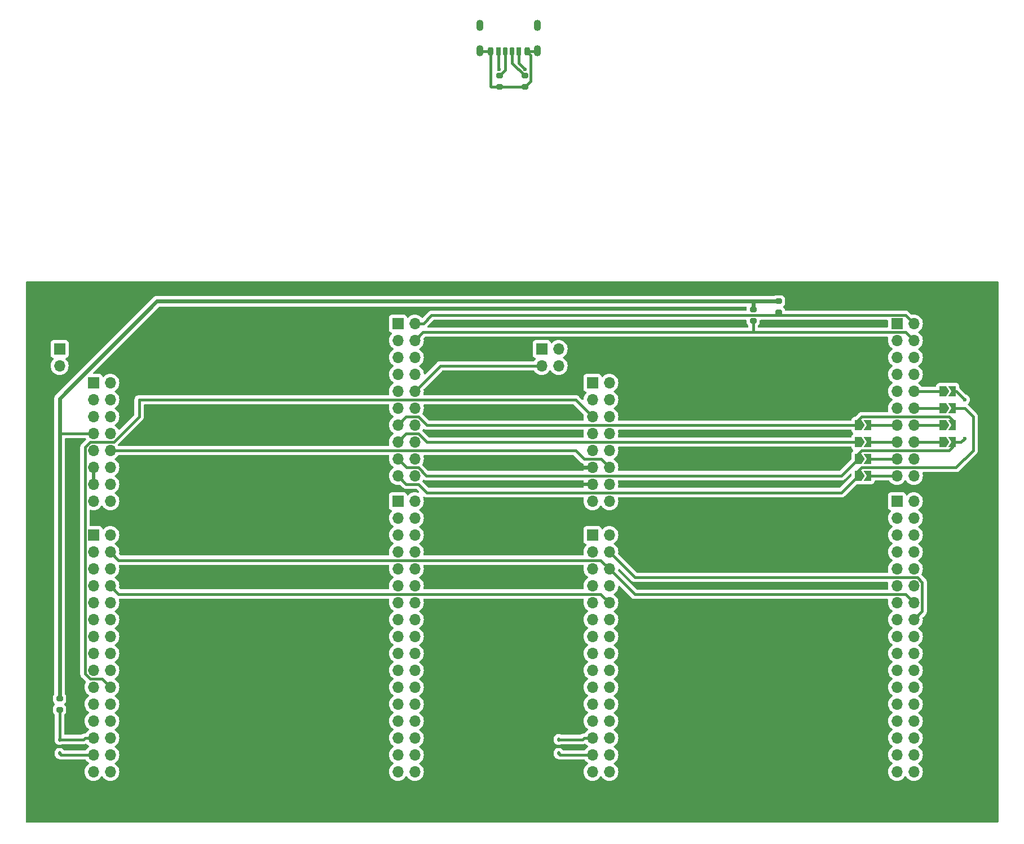
<source format=gbr>
%TF.GenerationSoftware,KiCad,Pcbnew,8.0.4*%
%TF.CreationDate,2025-07-31T13:43:54+02:00*%
%TF.ProjectId,integration_test_board,696e7465-6772-4617-9469-6f6e5f746573,rev?*%
%TF.SameCoordinates,PX1312d00PYaba9500*%
%TF.FileFunction,Copper,L1,Top*%
%TF.FilePolarity,Positive*%
%FSLAX46Y46*%
G04 Gerber Fmt 4.6, Leading zero omitted, Abs format (unit mm)*
G04 Created by KiCad (PCBNEW 8.0.4) date 2025-07-31 13:43:54*
%MOMM*%
%LPD*%
G01*
G04 APERTURE LIST*
G04 Aperture macros list*
%AMRoundRect*
0 Rectangle with rounded corners*
0 $1 Rounding radius*
0 $2 $3 $4 $5 $6 $7 $8 $9 X,Y pos of 4 corners*
0 Add a 4 corners polygon primitive as box body*
4,1,4,$2,$3,$4,$5,$6,$7,$8,$9,$2,$3,0*
0 Add four circle primitives for the rounded corners*
1,1,$1+$1,$2,$3*
1,1,$1+$1,$4,$5*
1,1,$1+$1,$6,$7*
1,1,$1+$1,$8,$9*
0 Add four rect primitives between the rounded corners*
20,1,$1+$1,$2,$3,$4,$5,0*
20,1,$1+$1,$4,$5,$6,$7,0*
20,1,$1+$1,$6,$7,$8,$9,0*
20,1,$1+$1,$8,$9,$2,$3,0*%
%AMFreePoly0*
4,1,6,0.500000,-0.750000,-0.650000,-0.750000,-0.150000,0.000000,-0.650000,0.750000,0.500000,0.750000,0.500000,-0.750000,0.500000,-0.750000,$1*%
%AMFreePoly1*
4,1,6,1.000000,0.000000,0.500000,-0.750000,-0.500000,-0.750000,-0.500000,0.750000,0.500000,0.750000,1.000000,0.000000,1.000000,0.000000,$1*%
G04 Aperture macros list end*
%TA.AperFunction,SMDPad,CuDef*%
%ADD10RoundRect,0.200000X-0.275000X0.200000X-0.275000X-0.200000X0.275000X-0.200000X0.275000X0.200000X0*%
%TD*%
%TA.AperFunction,ComponentPad*%
%ADD11R,1.700000X1.700000*%
%TD*%
%TA.AperFunction,ComponentPad*%
%ADD12O,1.700000X1.700000*%
%TD*%
%TA.AperFunction,SMDPad,CuDef*%
%ADD13FreePoly0,0.000000*%
%TD*%
%TA.AperFunction,SMDPad,CuDef*%
%ADD14FreePoly1,0.000000*%
%TD*%
%TA.AperFunction,ComponentPad*%
%ADD15O,1.100000X1.700000*%
%TD*%
%TA.AperFunction,SMDPad,CuDef*%
%ADD16RoundRect,0.200000X0.200000X0.400000X-0.200000X0.400000X-0.200000X-0.400000X0.200000X-0.400000X0*%
%TD*%
%TA.AperFunction,SMDPad,CuDef*%
%ADD17RoundRect,0.190000X0.190000X0.410000X-0.190000X0.410000X-0.190000X-0.410000X0.190000X-0.410000X0*%
%TD*%
%TA.AperFunction,SMDPad,CuDef*%
%ADD18RoundRect,0.175000X-0.175000X-0.425000X0.175000X-0.425000X0.175000X0.425000X-0.175000X0.425000X0*%
%TD*%
%TA.AperFunction,SMDPad,CuDef*%
%ADD19RoundRect,0.200000X-0.200000X-0.400000X0.200000X-0.400000X0.200000X0.400000X-0.200000X0.400000X0*%
%TD*%
%TA.AperFunction,SMDPad,CuDef*%
%ADD20RoundRect,0.190000X-0.190000X-0.410000X0.190000X-0.410000X0.190000X0.410000X-0.190000X0.410000X0*%
%TD*%
%TA.AperFunction,SMDPad,CuDef*%
%ADD21RoundRect,0.175000X0.175000X0.425000X-0.175000X0.425000X-0.175000X-0.425000X0.175000X-0.425000X0*%
%TD*%
%TA.AperFunction,SMDPad,CuDef*%
%ADD22RoundRect,0.112500X0.112500X-0.187500X0.112500X0.187500X-0.112500X0.187500X-0.112500X-0.187500X0*%
%TD*%
%TA.AperFunction,ViaPad*%
%ADD23C,0.600000*%
%TD*%
%TA.AperFunction,Conductor*%
%ADD24C,0.406400*%
%TD*%
%TA.AperFunction,Conductor*%
%ADD25C,0.609600*%
%TD*%
G04 APERTURE END LIST*
D10*
%TO.P,R5,1*%
%TO.N,+3.3V*%
X12080000Y46275000D03*
%TO.P,R5,2*%
%TO.N,Net-(D1-A)*%
X12080000Y44625000D03*
%TD*%
%TO.P,R4,1*%
%TO.N,+3.3V*%
X116220000Y104695000D03*
%TO.P,R4,2*%
%TO.N,Net-(J3-Pin_4)*%
X116220000Y103045000D03*
%TD*%
%TO.P,R3,1*%
%TO.N,+3.3V*%
X120030000Y105965000D03*
%TO.P,R3,2*%
%TO.N,Net-(J3-Pin_2)*%
X120030000Y104315000D03*
%TD*%
D11*
%TO.P,J10,1,Pin_1*%
%TO.N,unconnected-(J10-Pin_1-Pad1)*%
X84470000Y98790000D03*
D12*
%TO.P,J10,2,Pin_2*%
%TO.N,+5V*%
X87010000Y98790000D03*
%TO.P,J10,3,Pin_3*%
%TO.N,Net-(J10-Pin_3)*%
X84470000Y96250000D03*
%TO.P,J10,4,Pin_4*%
%TO.N,unconnected-(J10-Pin_4-Pad4)*%
X87010000Y96250000D03*
%TD*%
D11*
%TO.P,J4,1,Pin_1*%
%TO.N,unconnected-(J4-Pin_1-Pad1)*%
X137810000Y102600000D03*
D12*
%TO.P,J4,2,Pin_2*%
%TO.N,Net-(J3-Pin_2)*%
X140350000Y102600000D03*
%TO.P,J4,3,Pin_3*%
%TO.N,unconnected-(J4-Pin_3-Pad3)*%
X137810000Y100060000D03*
%TO.P,J4,4,Pin_4*%
%TO.N,Net-(J3-Pin_4)*%
X140350000Y100060000D03*
%TO.P,J4,5,Pin_5*%
%TO.N,unconnected-(J4-Pin_5-Pad5)*%
X137810000Y97520000D03*
%TO.P,J4,6,Pin_6*%
%TO.N,unconnected-(J4-Pin_6-Pad6)*%
X140350000Y97520000D03*
%TO.P,J4,7,Pin_7*%
%TO.N,unconnected-(J4-Pin_7-Pad7)*%
X137810000Y94980000D03*
%TO.P,J4,8,Pin_8*%
%TO.N,unconnected-(J4-Pin_8-Pad8)*%
X140350000Y94980000D03*
%TO.P,J4,9,Pin_9*%
%TO.N,unconnected-(J4-Pin_9-Pad9)*%
X137810000Y92440000D03*
%TO.P,J4,10,Pin_10*%
%TO.N,Net-(J4-Pin_10)*%
X140350000Y92440000D03*
%TO.P,J4,11,Pin_11*%
%TO.N,unconnected-(J4-Pin_11-Pad11)*%
X137810000Y89900000D03*
%TO.P,J4,12,Pin_12*%
%TO.N,Net-(J4-Pin_12)*%
X140350000Y89900000D03*
%TO.P,J4,13,Pin_13*%
%TO.N,Net-(J4-Pin_13)*%
X137810000Y87360000D03*
%TO.P,J4,14,Pin_14*%
%TO.N,Net-(J4-Pin_14)*%
X140350000Y87360000D03*
%TO.P,J4,15,Pin_15*%
%TO.N,Net-(J4-Pin_15)*%
X137810000Y84820000D03*
%TO.P,J4,16,Pin_16*%
%TO.N,Net-(J4-Pin_16)*%
X140350000Y84820000D03*
%TO.P,J4,17,Pin_17*%
%TO.N,Net-(J4-Pin_17)*%
X137810000Y82280000D03*
%TO.P,J4,18,Pin_18*%
%TO.N,unconnected-(J4-Pin_18-Pad18)*%
X140350000Y82280000D03*
%TO.P,J4,19,Pin_19*%
%TO.N,Net-(J4-Pin_19)*%
X137810000Y79740000D03*
%TO.P,J4,20,Pin_20*%
%TO.N,unconnected-(J4-Pin_20-Pad20)*%
X140350000Y79740000D03*
%TD*%
D11*
%TO.P,J8,1,Pin_1*%
%TO.N,unconnected-(J8-Pin_1-Pad1)*%
X137810000Y75930000D03*
D12*
%TO.P,J8,2,Pin_2*%
%TO.N,unconnected-(J8-Pin_2-Pad2)*%
X140350000Y75930000D03*
%TO.P,J8,3,Pin_3*%
%TO.N,unconnected-(J8-Pin_3-Pad3)*%
X137810000Y73390000D03*
%TO.P,J8,4,Pin_4*%
%TO.N,unconnected-(J8-Pin_4-Pad4)*%
X140350000Y73390000D03*
%TO.P,J8,5,Pin_5*%
%TO.N,unconnected-(J8-Pin_5-Pad5)*%
X137810000Y70850000D03*
%TO.P,J8,6,Pin_6*%
%TO.N,unconnected-(J8-Pin_6-Pad6)*%
X140350000Y70850000D03*
%TO.P,J8,7,Pin_7*%
%TO.N,unconnected-(J8-Pin_7-Pad7)*%
X137810000Y68310000D03*
%TO.P,J8,8,Pin_8*%
%TO.N,unconnected-(J8-Pin_8-Pad8)*%
X140350000Y68310000D03*
%TO.P,J8,9,Pin_9*%
%TO.N,unconnected-(J8-Pin_9-Pad9)*%
X137810000Y65770000D03*
%TO.P,J8,10,Pin_10*%
%TO.N,unconnected-(J8-Pin_10-Pad10)*%
X140350000Y65770000D03*
%TO.P,J8,11,Pin_11*%
%TO.N,unconnected-(J8-Pin_11-Pad11)*%
X137810000Y63230000D03*
%TO.P,J8,12,Pin_12*%
%TO.N,unconnected-(J8-Pin_12-Pad12)*%
X140350000Y63230000D03*
%TO.P,J8,13,Pin_13*%
%TO.N,unconnected-(J8-Pin_13-Pad13)*%
X137810000Y60690000D03*
%TO.P,J8,14,Pin_14*%
%TO.N,/UART_TX*%
X140350000Y60690000D03*
%TO.P,J8,15,Pin_15*%
%TO.N,unconnected-(J8-Pin_15-Pad15)*%
X137810000Y58150000D03*
%TO.P,J8,16,Pin_16*%
%TO.N,/UART_RX*%
X140350000Y58150000D03*
%TO.P,J8,17,Pin_17*%
%TO.N,unconnected-(J8-Pin_17-Pad17)*%
X137810000Y55610000D03*
%TO.P,J8,18,Pin_18*%
%TO.N,unconnected-(J8-Pin_18-Pad18)*%
X140350000Y55610000D03*
%TO.P,J8,19,Pin_19*%
%TO.N,unconnected-(J8-Pin_19-Pad19)*%
X137810000Y53070000D03*
%TO.P,J8,20,Pin_20*%
%TO.N,unconnected-(J8-Pin_20-Pad20)*%
X140350000Y53070000D03*
%TO.P,J8,21,Pin_21*%
%TO.N,unconnected-(J8-Pin_21-Pad21)*%
X137810000Y50530000D03*
%TO.P,J8,22,Pin_22*%
%TO.N,unconnected-(J8-Pin_22-Pad22)*%
X140350000Y50530000D03*
%TO.P,J8,23,Pin_23*%
%TO.N,unconnected-(J8-Pin_23-Pad23)*%
X137810000Y47990000D03*
%TO.P,J8,24,Pin_24*%
%TO.N,unconnected-(J8-Pin_24-Pad24)*%
X140350000Y47990000D03*
%TO.P,J8,25,Pin_25*%
%TO.N,unconnected-(J8-Pin_25-Pad25)*%
X137810000Y45450000D03*
%TO.P,J8,26,Pin_26*%
%TO.N,unconnected-(J8-Pin_26-Pad26)*%
X140350000Y45450000D03*
%TO.P,J8,27,Pin_27*%
%TO.N,unconnected-(J8-Pin_27-Pad27)*%
X137810000Y42910000D03*
%TO.P,J8,28,Pin_28*%
%TO.N,unconnected-(J8-Pin_28-Pad28)*%
X140350000Y42910000D03*
%TO.P,J8,29,Pin_29*%
%TO.N,unconnected-(J8-Pin_29-Pad29)*%
X137810000Y40370000D03*
%TO.P,J8,30,Pin_30*%
%TO.N,unconnected-(J8-Pin_30-Pad30)*%
X140350000Y40370000D03*
%TO.P,J8,31,Pin_31*%
%TO.N,unconnected-(J8-Pin_31-Pad31)*%
X137810000Y37830000D03*
%TO.P,J8,32,Pin_32*%
%TO.N,unconnected-(J8-Pin_32-Pad32)*%
X140350000Y37830000D03*
%TO.P,J8,33,Pin_33*%
%TO.N,unconnected-(J8-Pin_33-Pad33)*%
X137810000Y35290000D03*
%TO.P,J8,34,Pin_34*%
%TO.N,unconnected-(J8-Pin_34-Pad34)*%
X140350000Y35290000D03*
%TD*%
D11*
%TO.P,J7,1,Pin_1*%
%TO.N,unconnected-(J7-Pin_1-Pad1)*%
X62880000Y75930000D03*
D12*
%TO.P,J7,2,Pin_2*%
%TO.N,unconnected-(J7-Pin_2-Pad2)*%
X65420000Y75930000D03*
%TO.P,J7,3,Pin_3*%
%TO.N,unconnected-(J7-Pin_3-Pad3)*%
X62880000Y73390000D03*
%TO.P,J7,4,Pin_4*%
%TO.N,unconnected-(J7-Pin_4-Pad4)*%
X65420000Y73390000D03*
%TO.P,J7,5,Pin_5*%
%TO.N,unconnected-(J7-Pin_5-Pad5)*%
X62880000Y70850000D03*
%TO.P,J7,6,Pin_6*%
%TO.N,unconnected-(J7-Pin_6-Pad6)*%
X65420000Y70850000D03*
%TO.P,J7,7,Pin_7*%
%TO.N,unconnected-(J7-Pin_7-Pad7)*%
X62880000Y68310000D03*
%TO.P,J7,8,Pin_8*%
%TO.N,unconnected-(J7-Pin_8-Pad8)*%
X65420000Y68310000D03*
%TO.P,J7,9,Pin_9*%
%TO.N,unconnected-(J7-Pin_9-Pad9)*%
X62880000Y65770000D03*
%TO.P,J7,10,Pin_10*%
%TO.N,unconnected-(J7-Pin_10-Pad10)*%
X65420000Y65770000D03*
%TO.P,J7,11,Pin_11*%
%TO.N,unconnected-(J7-Pin_11-Pad11)*%
X62880000Y63230000D03*
%TO.P,J7,12,Pin_12*%
%TO.N,unconnected-(J7-Pin_12-Pad12)*%
X65420000Y63230000D03*
%TO.P,J7,13,Pin_13*%
%TO.N,unconnected-(J7-Pin_13-Pad13)*%
X62880000Y60690000D03*
%TO.P,J7,14,Pin_14*%
%TO.N,Net-(J2-Pin_8)*%
X65420000Y60690000D03*
%TO.P,J7,15,Pin_15*%
%TO.N,unconnected-(J7-Pin_15-Pad15)*%
X62880000Y58150000D03*
%TO.P,J7,16,Pin_16*%
%TO.N,Net-(J2-Pin_6)*%
X65420000Y58150000D03*
%TO.P,J7,17,Pin_17*%
%TO.N,unconnected-(J7-Pin_17-Pad17)*%
X62880000Y55610000D03*
%TO.P,J7,18,Pin_18*%
%TO.N,unconnected-(J7-Pin_18-Pad18)*%
X65420000Y55610000D03*
%TO.P,J7,19,Pin_19*%
%TO.N,unconnected-(J7-Pin_19-Pad19)*%
X62880000Y53070000D03*
%TO.P,J7,20,Pin_20*%
%TO.N,unconnected-(J7-Pin_20-Pad20)*%
X65420000Y53070000D03*
%TO.P,J7,21,Pin_21*%
%TO.N,unconnected-(J7-Pin_21-Pad21)*%
X62880000Y50530000D03*
%TO.P,J7,22,Pin_22*%
%TO.N,unconnected-(J7-Pin_22-Pad22)*%
X65420000Y50530000D03*
%TO.P,J7,23,Pin_23*%
%TO.N,unconnected-(J7-Pin_23-Pad23)*%
X62880000Y47990000D03*
%TO.P,J7,24,Pin_24*%
%TO.N,unconnected-(J7-Pin_24-Pad24)*%
X65420000Y47990000D03*
%TO.P,J7,25,Pin_25*%
%TO.N,unconnected-(J7-Pin_25-Pad25)*%
X62880000Y45450000D03*
%TO.P,J7,26,Pin_26*%
%TO.N,unconnected-(J7-Pin_26-Pad26)*%
X65420000Y45450000D03*
%TO.P,J7,27,Pin_27*%
%TO.N,unconnected-(J7-Pin_27-Pad27)*%
X62880000Y42910000D03*
%TO.P,J7,28,Pin_28*%
%TO.N,unconnected-(J7-Pin_28-Pad28)*%
X65420000Y42910000D03*
%TO.P,J7,29,Pin_29*%
%TO.N,unconnected-(J7-Pin_29-Pad29)*%
X62880000Y40370000D03*
%TO.P,J7,30,Pin_30*%
%TO.N,unconnected-(J7-Pin_30-Pad30)*%
X65420000Y40370000D03*
%TO.P,J7,31,Pin_31*%
%TO.N,unconnected-(J7-Pin_31-Pad31)*%
X62880000Y37830000D03*
%TO.P,J7,32,Pin_32*%
%TO.N,unconnected-(J7-Pin_32-Pad32)*%
X65420000Y37830000D03*
%TO.P,J7,33,Pin_33*%
%TO.N,unconnected-(J7-Pin_33-Pad33)*%
X62880000Y35290000D03*
%TO.P,J7,34,Pin_34*%
%TO.N,unconnected-(J7-Pin_34-Pad34)*%
X65420000Y35290000D03*
%TD*%
D11*
%TO.P,J6,1,Pin_1*%
%TO.N,unconnected-(J6-Pin_1-Pad1)*%
X92090000Y70850000D03*
D12*
%TO.P,J6,2,Pin_2*%
%TO.N,unconnected-(J6-Pin_2-Pad2)*%
X94630000Y70850000D03*
%TO.P,J6,3,Pin_3*%
%TO.N,unconnected-(J6-Pin_3-Pad3)*%
X92090000Y68310000D03*
%TO.P,J6,4,Pin_4*%
%TO.N,/UART_RX*%
X94630000Y68310000D03*
%TO.P,J6,5,Pin_5*%
%TO.N,unconnected-(J6-Pin_5-Pad5)*%
X92090000Y65770000D03*
%TO.P,J6,6,Pin_6*%
%TO.N,/UART_TX*%
X94630000Y65770000D03*
%TO.P,J6,7,Pin_7*%
%TO.N,unconnected-(J6-Pin_7-Pad7)*%
X92090000Y63230000D03*
%TO.P,J6,8,Pin_8*%
%TO.N,/UART_RTR*%
X94630000Y63230000D03*
%TO.P,J6,9,Pin_9*%
%TO.N,unconnected-(J6-Pin_9-Pad9)*%
X92090000Y60690000D03*
%TO.P,J6,10,Pin_10*%
%TO.N,/UART_CTS*%
X94630000Y60690000D03*
%TO.P,J6,11,Pin_11*%
%TO.N,unconnected-(J6-Pin_11-Pad11)*%
X92090000Y58150000D03*
%TO.P,J6,12,Pin_12*%
%TO.N,unconnected-(J6-Pin_12-Pad12)*%
X94630000Y58150000D03*
%TO.P,J6,13,Pin_13*%
%TO.N,unconnected-(J6-Pin_13-Pad13)*%
X92090000Y55610000D03*
%TO.P,J6,14,Pin_14*%
%TO.N,unconnected-(J6-Pin_14-Pad14)*%
X94630000Y55610000D03*
%TO.P,J6,15,Pin_15*%
%TO.N,unconnected-(J6-Pin_15-Pad15)*%
X92090000Y53070000D03*
%TO.P,J6,16,Pin_16*%
%TO.N,unconnected-(J6-Pin_16-Pad16)*%
X94630000Y53070000D03*
%TO.P,J6,17,Pin_17*%
%TO.N,unconnected-(J6-Pin_17-Pad17)*%
X92090000Y50530000D03*
%TO.P,J6,18,Pin_18*%
%TO.N,unconnected-(J6-Pin_18-Pad18)*%
X94630000Y50530000D03*
%TO.P,J6,19,Pin_19*%
%TO.N,unconnected-(J6-Pin_19-Pad19)*%
X92090000Y47990000D03*
%TO.P,J6,20,Pin_20*%
%TO.N,unconnected-(J6-Pin_20-Pad20)*%
X94630000Y47990000D03*
%TO.P,J6,21,Pin_21*%
%TO.N,unconnected-(J6-Pin_21-Pad21)*%
X92090000Y45450000D03*
%TO.P,J6,22,Pin_22*%
%TO.N,unconnected-(J6-Pin_22-Pad22)*%
X94630000Y45450000D03*
%TO.P,J6,23,Pin_23*%
%TO.N,unconnected-(J6-Pin_23-Pad23)*%
X92090000Y42910000D03*
%TO.P,J6,24,Pin_24*%
%TO.N,/GPIO_OUT*%
X94630000Y42910000D03*
%TO.P,J6,25,Pin_25*%
%TO.N,Net-(D1-A)*%
X92090000Y40370000D03*
%TO.P,J6,26,Pin_26*%
%TO.N,/GPIO_IN*%
X94630000Y40370000D03*
%TO.P,J6,27,Pin_27*%
%TO.N,Net-(D1-K)*%
X92090000Y37830000D03*
%TO.P,J6,28,Pin_28*%
%TO.N,unconnected-(J6-Pin_28-Pad28)*%
X94630000Y37830000D03*
%TO.P,J6,29,Pin_29*%
%TO.N,unconnected-(J6-Pin_29-Pad29)*%
X92090000Y35290000D03*
%TO.P,J6,30,Pin_30*%
%TO.N,unconnected-(J6-Pin_30-Pad30)*%
X94630000Y35290000D03*
%TD*%
D11*
%TO.P,J5,1,Pin_1*%
%TO.N,unconnected-(J5-Pin_1-Pad1)*%
X17160000Y70850000D03*
D12*
%TO.P,J5,2,Pin_2*%
%TO.N,unconnected-(J5-Pin_2-Pad2)*%
X19700000Y70850000D03*
%TO.P,J5,3,Pin_3*%
%TO.N,unconnected-(J5-Pin_3-Pad3)*%
X17160000Y68310000D03*
%TO.P,J5,4,Pin_4*%
%TO.N,/UART_TX*%
X19700000Y68310000D03*
%TO.P,J5,5,Pin_5*%
%TO.N,unconnected-(J5-Pin_5-Pad5)*%
X17160000Y65770000D03*
%TO.P,J5,6,Pin_6*%
%TO.N,/UART_RX*%
X19700000Y65770000D03*
%TO.P,J5,7,Pin_7*%
%TO.N,unconnected-(J5-Pin_7-Pad7)*%
X17160000Y63230000D03*
%TO.P,J5,8,Pin_8*%
%TO.N,/UART_CTS*%
X19700000Y63230000D03*
%TO.P,J5,9,Pin_9*%
%TO.N,unconnected-(J5-Pin_9-Pad9)*%
X17160000Y60690000D03*
%TO.P,J5,10,Pin_10*%
%TO.N,/UART_RTR*%
X19700000Y60690000D03*
%TO.P,J5,11,Pin_11*%
%TO.N,unconnected-(J5-Pin_11-Pad11)*%
X17160000Y58150000D03*
%TO.P,J5,12,Pin_12*%
%TO.N,unconnected-(J5-Pin_12-Pad12)*%
X19700000Y58150000D03*
%TO.P,J5,13,Pin_13*%
%TO.N,unconnected-(J5-Pin_13-Pad13)*%
X17160000Y55610000D03*
%TO.P,J5,14,Pin_14*%
%TO.N,unconnected-(J5-Pin_14-Pad14)*%
X19700000Y55610000D03*
%TO.P,J5,15,Pin_15*%
%TO.N,unconnected-(J5-Pin_15-Pad15)*%
X17160000Y53070000D03*
%TO.P,J5,16,Pin_16*%
%TO.N,unconnected-(J5-Pin_16-Pad16)*%
X19700000Y53070000D03*
%TO.P,J5,17,Pin_17*%
%TO.N,unconnected-(J5-Pin_17-Pad17)*%
X17160000Y50530000D03*
%TO.P,J5,18,Pin_18*%
%TO.N,unconnected-(J5-Pin_18-Pad18)*%
X19700000Y50530000D03*
%TO.P,J5,19,Pin_19*%
%TO.N,unconnected-(J5-Pin_19-Pad19)*%
X17160000Y47990000D03*
%TO.P,J5,20,Pin_20*%
%TO.N,Net-(J2-Pin_5)*%
X19700000Y47990000D03*
%TO.P,J5,21,Pin_21*%
%TO.N,unconnected-(J5-Pin_21-Pad21)*%
X17160000Y45450000D03*
%TO.P,J5,22,Pin_22*%
%TO.N,unconnected-(J5-Pin_22-Pad22)*%
X19700000Y45450000D03*
%TO.P,J5,23,Pin_23*%
%TO.N,unconnected-(J5-Pin_23-Pad23)*%
X17160000Y42910000D03*
%TO.P,J5,24,Pin_24*%
%TO.N,/GPIO_OUT*%
X19700000Y42910000D03*
%TO.P,J5,25,Pin_25*%
%TO.N,Net-(D1-A)*%
X17160000Y40370000D03*
%TO.P,J5,26,Pin_26*%
%TO.N,/GPIO_IN*%
X19700000Y40370000D03*
%TO.P,J5,27,Pin_27*%
%TO.N,Net-(D2-K)*%
X17160000Y37830000D03*
%TO.P,J5,28,Pin_28*%
%TO.N,unconnected-(J5-Pin_28-Pad28)*%
X19700000Y37830000D03*
%TO.P,J5,29,Pin_29*%
%TO.N,unconnected-(J5-Pin_29-Pad29)*%
X17160000Y35290000D03*
%TO.P,J5,30,Pin_30*%
%TO.N,unconnected-(J5-Pin_30-Pad30)*%
X19700000Y35290000D03*
%TD*%
D10*
%TO.P,R2,2*%
%TO.N,GND*%
X81930000Y138160000D03*
%TO.P,R2,1*%
%TO.N,Net-(J11-CC1)*%
X81930000Y139810000D03*
%TD*%
%TO.P,R1,2*%
%TO.N,GND*%
X78120000Y138160000D03*
%TO.P,R1,1*%
%TO.N,Net-(J11-CC2)*%
X78120000Y139810000D03*
%TD*%
D13*
%TO.P,JP8,2,B*%
%TO.N,Net-(J4-Pin_19)*%
X133455000Y79740000D03*
D14*
%TO.P,JP8,1,A*%
%TO.N,/MISO*%
X132005000Y79740000D03*
%TD*%
D13*
%TO.P,JP7,2,B*%
%TO.N,Net-(J4-Pin_17)*%
X133455000Y82280000D03*
D14*
%TO.P,JP7,1,A*%
%TO.N,/CS*%
X132005000Y82280000D03*
%TD*%
D13*
%TO.P,JP6,2,B*%
%TO.N,Net-(J4-Pin_15)*%
X133455000Y84820000D03*
D14*
%TO.P,JP6,1,A*%
%TO.N,/CLK*%
X132005000Y84820000D03*
%TD*%
D13*
%TO.P,JP5,2,B*%
%TO.N,Net-(J4-Pin_13)*%
X133455000Y87360000D03*
D14*
%TO.P,JP5,1,A*%
%TO.N,/MOSI*%
X132005000Y87360000D03*
%TD*%
%TO.P,JP4,1,A*%
%TO.N,Net-(J4-Pin_10)*%
X144705000Y92440000D03*
D13*
%TO.P,JP4,2,B*%
%TO.N,/CS*%
X146155000Y92440000D03*
%TD*%
%TO.P,JP3,2,B*%
%TO.N,/MISO*%
X146155000Y89900000D03*
D14*
%TO.P,JP3,1,A*%
%TO.N,Net-(J4-Pin_12)*%
X144705000Y89900000D03*
%TD*%
D13*
%TO.P,JP2,2,B*%
%TO.N,/MOSI*%
X146155000Y87360000D03*
D14*
%TO.P,JP2,1,A*%
%TO.N,Net-(J4-Pin_14)*%
X144705000Y87360000D03*
%TD*%
D13*
%TO.P,JP1,2,B*%
%TO.N,/CS*%
X146155000Y84820000D03*
D14*
%TO.P,JP1,1,A*%
%TO.N,Net-(J4-Pin_16)*%
X144705000Y84820000D03*
%TD*%
D15*
%TO.P,J11,S1,SHIELD*%
%TO.N,GND*%
X75197000Y147342000D03*
X75197000Y143542000D03*
X83837000Y147342000D03*
X83837000Y143542000D03*
D16*
%TO.P,J11,B12,GND*%
X82267000Y143462000D03*
D17*
%TO.P,J11,B9,VBUS*%
%TO.N,+5V*%
X81037000Y143462000D03*
D18*
%TO.P,J11,B5,CC2*%
%TO.N,Net-(J11-CC2)*%
X79017000Y143462000D03*
D19*
%TO.P,J11,A12,GND*%
%TO.N,GND*%
X76767000Y143462000D03*
D20*
%TO.P,J11,A9,VBUS*%
%TO.N,+5V*%
X77997000Y143462000D03*
D21*
%TO.P,J11,A5,CC1*%
%TO.N,Net-(J11-CC1)*%
X80017000Y143462000D03*
%TD*%
D12*
%TO.P,J9,2,Pin_2*%
%TO.N,unconnected-(J9-Pin_2-Pad2)*%
X12080000Y96250000D03*
D11*
%TO.P,J9,1,Pin_1*%
%TO.N,+5V*%
X12080000Y98790000D03*
%TD*%
%TO.P,J2,1,Pin_1*%
%TO.N,unconnected-(J2-Pin_1-Pad1)*%
X92090000Y93710000D03*
D12*
%TO.P,J2,2,Pin_2*%
%TO.N,unconnected-(J2-Pin_2-Pad2)*%
X94630000Y93710000D03*
%TO.P,J2,3,Pin_3*%
%TO.N,unconnected-(J2-Pin_3-Pad3)*%
X92090000Y91170000D03*
%TO.P,J2,4,Pin_4*%
%TO.N,unconnected-(J2-Pin_4-Pad4)*%
X94630000Y91170000D03*
%TO.P,J2,5,Pin_5*%
%TO.N,Net-(J2-Pin_5)*%
X92090000Y88630000D03*
%TO.P,J2,6,Pin_6*%
%TO.N,Net-(J2-Pin_6)*%
X94630000Y88630000D03*
%TO.P,J2,7,Pin_7*%
%TO.N,unconnected-(J2-Pin_7-Pad7)*%
X92090000Y86090000D03*
%TO.P,J2,8,Pin_8*%
%TO.N,Net-(J2-Pin_8)*%
X94630000Y86090000D03*
%TO.P,J2,9,Pin_9*%
%TO.N,unconnected-(J2-Pin_9-Pad9)*%
X92090000Y83550000D03*
%TO.P,J2,10,Pin_10*%
%TO.N,/ECHO_TX*%
X94630000Y83550000D03*
%TO.P,J2,11,Pin_11*%
%TO.N,GND*%
X92090000Y81010000D03*
%TO.P,J2,12,Pin_12*%
%TO.N,/ECHO_RX*%
X94630000Y81010000D03*
%TO.P,J2,13,Pin_13*%
%TO.N,GND*%
X92090000Y78470000D03*
%TO.P,J2,14,Pin_14*%
%TO.N,unconnected-(J2-Pin_14-Pad14)*%
X94630000Y78470000D03*
%TO.P,J2,15,Pin_15*%
%TO.N,unconnected-(J2-Pin_15-Pad15)*%
X92090000Y75930000D03*
%TO.P,J2,16,Pin_16*%
%TO.N,unconnected-(J2-Pin_16-Pad16)*%
X94630000Y75930000D03*
%TD*%
D22*
%TO.P,D2,2,A*%
%TO.N,Net-(D1-A)*%
X12080000Y40150000D03*
%TO.P,D2,1,K*%
%TO.N,Net-(D2-K)*%
X12080000Y38050000D03*
%TD*%
%TO.P,D1,2,A*%
%TO.N,Net-(D1-A)*%
X87010000Y40150000D03*
%TO.P,D1,1,K*%
%TO.N,Net-(D1-K)*%
X87010000Y38050000D03*
%TD*%
D11*
%TO.P,J3,1,Pin_1*%
%TO.N,unconnected-(J3-Pin_1-Pad1)*%
X62880000Y102600000D03*
D12*
%TO.P,J3,2,Pin_2*%
%TO.N,Net-(J3-Pin_2)*%
X65420000Y102600000D03*
%TO.P,J3,3,Pin_3*%
%TO.N,unconnected-(J3-Pin_3-Pad3)*%
X62880000Y100060000D03*
%TO.P,J3,4,Pin_4*%
%TO.N,Net-(J3-Pin_4)*%
X65420000Y100060000D03*
%TO.P,J3,5,Pin_5*%
%TO.N,unconnected-(J3-Pin_5-Pad5)*%
X62880000Y97520000D03*
%TO.P,J3,6,Pin_6*%
%TO.N,unconnected-(J3-Pin_6-Pad6)*%
X65420000Y97520000D03*
%TO.P,J3,7,Pin_7*%
%TO.N,unconnected-(J3-Pin_7-Pad7)*%
X62880000Y94980000D03*
%TO.P,J3,8,Pin_8*%
%TO.N,unconnected-(J3-Pin_8-Pad8)*%
X65420000Y94980000D03*
%TO.P,J3,9,Pin_9*%
%TO.N,unconnected-(J3-Pin_9-Pad9)*%
X62880000Y92440000D03*
%TO.P,J3,10,Pin_10*%
%TO.N,Net-(J10-Pin_3)*%
X65420000Y92440000D03*
%TO.P,J3,11,Pin_11*%
%TO.N,unconnected-(J3-Pin_11-Pad11)*%
X62880000Y89900000D03*
%TO.P,J3,12,Pin_12*%
%TO.N,unconnected-(J3-Pin_12-Pad12)*%
X65420000Y89900000D03*
%TO.P,J3,13,Pin_13*%
%TO.N,/MOSI*%
X62880000Y87360000D03*
%TO.P,J3,14,Pin_14*%
%TO.N,unconnected-(J3-Pin_14-Pad14)*%
X65420000Y87360000D03*
%TO.P,J3,15,Pin_15*%
%TO.N,/CLK*%
X62880000Y84820000D03*
%TO.P,J3,16,Pin_16*%
%TO.N,unconnected-(J3-Pin_16-Pad16)*%
X65420000Y84820000D03*
%TO.P,J3,17,Pin_17*%
%TO.N,/CS*%
X62880000Y82280000D03*
%TO.P,J3,18,Pin_18*%
%TO.N,unconnected-(J3-Pin_18-Pad18)*%
X65420000Y82280000D03*
%TO.P,J3,19,Pin_19*%
%TO.N,/MISO*%
X62880000Y79740000D03*
%TO.P,J3,20,Pin_20*%
%TO.N,unconnected-(J3-Pin_20-Pad20)*%
X65420000Y79740000D03*
%TD*%
D11*
%TO.P,J1,1,Pin_1*%
%TO.N,unconnected-(J1-Pin_1-Pad1)*%
X17160000Y93710000D03*
D12*
%TO.P,J1,2,Pin_2*%
%TO.N,unconnected-(J1-Pin_2-Pad2)*%
X19700000Y93710000D03*
%TO.P,J1,3,Pin_3*%
%TO.N,unconnected-(J1-Pin_3-Pad3)*%
X17160000Y91170000D03*
%TO.P,J1,4,Pin_4*%
%TO.N,unconnected-(J1-Pin_4-Pad4)*%
X19700000Y91170000D03*
%TO.P,J1,5,Pin_5*%
%TO.N,unconnected-(J1-Pin_5-Pad5)*%
X17160000Y88630000D03*
%TO.P,J1,6,Pin_6*%
%TO.N,unconnected-(J1-Pin_6-Pad6)*%
X19700000Y88630000D03*
%TO.P,J1,7,Pin_7*%
%TO.N,+3.3V*%
X17160000Y86090000D03*
%TO.P,J1,8,Pin_8*%
%TO.N,unconnected-(J1-Pin_8-Pad8)*%
X19700000Y86090000D03*
%TO.P,J1,9,Pin_9*%
%TO.N,unconnected-(J1-Pin_9-Pad9)*%
X17160000Y83550000D03*
%TO.P,J1,10,Pin_10*%
%TO.N,/ECHO_RX*%
X19700000Y83550000D03*
%TO.P,J1,11,Pin_11*%
%TO.N,GND*%
X17160000Y81010000D03*
%TO.P,J1,12,Pin_12*%
%TO.N,/ECHO_TX*%
X19700000Y81010000D03*
%TO.P,J1,13,Pin_13*%
%TO.N,GND*%
X17160000Y78470000D03*
%TO.P,J1,14,Pin_14*%
%TO.N,unconnected-(J1-Pin_14-Pad14)*%
X19700000Y78470000D03*
%TO.P,J1,15,Pin_15*%
%TO.N,unconnected-(J1-Pin_15-Pad15)*%
X17160000Y75930000D03*
%TO.P,J1,16,Pin_16*%
%TO.N,unconnected-(J1-Pin_16-Pad16)*%
X19700000Y75930000D03*
%TD*%
D23*
%TO.N,GND*%
X102250000Y102600000D03*
X118760000Y102600000D03*
X70500000Y93710000D03*
X70500000Y98790000D03*
X70500000Y102600000D03*
X70500000Y86090000D03*
X118760000Y78470000D03*
X118760000Y86090000D03*
X71770000Y60690000D03*
X71770000Y58150000D03*
X71770000Y40370000D03*
X71770000Y42910000D03*
X53990000Y40370000D03*
X53990000Y42910000D03*
X120030000Y63230000D03*
X70500000Y88630000D03*
X118760000Y82280000D03*
X84470000Y64500000D03*
X53990000Y51800000D03*
X28590000Y64500000D03*
X53990000Y64500000D03*
X53990000Y34020000D03*
X27320000Y34020000D03*
X9540000Y89900000D03*
X53990000Y97520000D03*
X27320000Y97520000D03*
X53990000Y87360000D03*
X28590000Y87360000D03*
X53990000Y72120000D03*
X28590000Y72120000D03*
X14620000Y51800000D03*
X10810000Y51800000D03*
X146700000Y51800000D03*
X120030000Y51800000D03*
X118760000Y93710000D03*
%TO.N,+5V*%
X78067762Y140752238D03*
%TO.N,GND*%
X88280000Y82280000D03*
%TO.N,+5V*%
X81977238Y140757238D03*
%TO.N,/CS*%
X147970000Y91170000D03*
X147970000Y85365000D03*
%TD*%
D24*
%TO.N,Net-(J2-Pin_5)*%
X16657707Y84820000D02*
X15890000Y84052293D01*
X20202293Y84820000D02*
X16657707Y84820000D01*
X24012293Y88630000D02*
X20202293Y84820000D01*
X24012293Y91170000D02*
X24012293Y88630000D01*
X15890000Y84052293D02*
X15890000Y49994107D01*
D25*
%TO.N,+3.3V*%
X12080000Y86090000D02*
X12080000Y46275000D01*
X12080000Y91339600D02*
X12080000Y86090000D01*
D24*
X17160000Y86090000D02*
X12080000Y86090000D01*
%TO.N,+5V*%
X77997000Y140823000D02*
X78067762Y140752238D01*
X77997000Y143462000D02*
X77997000Y140823000D01*
D25*
%TO.N,GND*%
X89550000Y81010000D02*
X92090000Y81010000D01*
X88280000Y82280000D02*
X89550000Y81010000D01*
D24*
%TO.N,Net-(J10-Pin_3)*%
X69230000Y96250000D02*
X84470000Y96250000D01*
X65420000Y92440000D02*
X69230000Y96250000D01*
D25*
%TO.N,+3.3V*%
X116220000Y104695000D02*
X116220000Y105965000D01*
X116220000Y105965000D02*
X26705400Y105965000D01*
X120030000Y105965000D02*
X116220000Y105965000D01*
X26705400Y105965000D02*
X12080000Y91339600D01*
D24*
%TO.N,+5V*%
X81037000Y141697476D02*
X81977238Y140757238D01*
X81037000Y143462000D02*
X81037000Y141697476D01*
%TO.N,GND*%
X82808200Y142920800D02*
X82267000Y143462000D01*
X82808200Y139038200D02*
X82808200Y142920800D01*
X81930000Y138160000D02*
X82808200Y139038200D01*
X75277000Y143462000D02*
X75197000Y143542000D01*
X76767000Y143462000D02*
X75277000Y143462000D01*
X83757000Y143462000D02*
X83837000Y143542000D01*
X82267000Y143462000D02*
X83757000Y143462000D01*
X78120000Y138160000D02*
X81930000Y138160000D01*
X76850000Y138160000D02*
X78120000Y138160000D01*
X76767000Y138243000D02*
X76850000Y138160000D01*
X76767000Y143462000D02*
X76767000Y138243000D01*
%TO.N,Net-(J11-CC1)*%
X80017000Y143462000D02*
X80017000Y141723000D01*
X80017000Y141723000D02*
X81930000Y139810000D01*
%TO.N,Net-(J11-CC2)*%
X79017000Y140707000D02*
X78120000Y139810000D01*
X79017000Y143462000D02*
X79017000Y140707000D01*
%TO.N,/UART_RX*%
X141603200Y63749093D02*
X141603200Y59403200D01*
X141603200Y59403200D02*
X140350000Y58150000D01*
X140869093Y64483200D02*
X141603200Y63749093D01*
X98456800Y64483200D02*
X140869093Y64483200D01*
X94630000Y68310000D02*
X98456800Y64483200D01*
%TO.N,Net-(J3-Pin_2)*%
X120030000Y104315000D02*
X120030000Y103853200D01*
X120030000Y103853200D02*
X139096800Y103853200D01*
X67943200Y103853200D02*
X120030000Y103853200D01*
%TO.N,Net-(J3-Pin_4)*%
X116220000Y103045000D02*
X116220000Y101313200D01*
X116220000Y101313200D02*
X139096800Y101313200D01*
X66673200Y101313200D02*
X116220000Y101313200D01*
X139096800Y101313200D02*
X140350000Y100060000D01*
X65420000Y100060000D02*
X66673200Y101313200D01*
%TO.N,Net-(J3-Pin_2)*%
X139096800Y103853200D02*
X140350000Y102600000D01*
X66690000Y102600000D02*
X67943200Y103853200D01*
X65420000Y102600000D02*
X66690000Y102600000D01*
%TO.N,/MISO*%
X67209093Y77216800D02*
X65939093Y78486800D01*
X132005000Y79740000D02*
X129481800Y77216800D01*
X129481800Y77216800D02*
X67209093Y77216800D01*
%TO.N,/CS*%
X67175493Y79756800D02*
X65922293Y81010000D01*
X129481800Y79756800D02*
X67175493Y79756800D01*
X132005000Y82280000D02*
X129481800Y79756800D01*
%TO.N,/ECHO_RX*%
X93360000Y82280000D02*
X94630000Y81010000D01*
X89550000Y83550000D02*
X90820000Y82280000D01*
X90820000Y82280000D02*
X93360000Y82280000D01*
X19700000Y83550000D02*
X89550000Y83550000D01*
%TO.N,/CLK*%
X65939093Y86073200D02*
X67192293Y84820000D01*
X64133200Y86073200D02*
X65939093Y86073200D01*
X62880000Y84820000D02*
X64133200Y86073200D01*
%TO.N,/MOSI*%
X65939093Y88613200D02*
X67192293Y87360000D01*
X64133200Y88613200D02*
X65939093Y88613200D01*
X62880000Y87360000D02*
X64133200Y88613200D01*
%TO.N,Net-(J2-Pin_5)*%
X89550000Y91170000D02*
X92090000Y88630000D01*
X24012293Y91170000D02*
X89550000Y91170000D01*
X16640907Y49243200D02*
X15890000Y49994107D01*
X18446800Y49243200D02*
X16640907Y49243200D01*
X19700000Y47990000D02*
X18446800Y49243200D01*
%TO.N,/CS*%
X147425000Y84820000D02*
X146155000Y84820000D01*
X147970000Y85365000D02*
X147425000Y84820000D01*
X146155000Y92440000D02*
X146700000Y92440000D01*
X146700000Y92440000D02*
X147970000Y91170000D01*
%TO.N,/MISO*%
X132005000Y80495000D02*
X132005000Y79740000D01*
X132503200Y80993200D02*
X132005000Y80495000D01*
X146683200Y80993200D02*
X132503200Y80993200D01*
X149240000Y83550000D02*
X146683200Y80993200D01*
X147970000Y89900000D02*
X149240000Y88630000D01*
X146155000Y89900000D02*
X147970000Y89900000D01*
X149240000Y88630000D02*
X149240000Y83550000D01*
%TO.N,/CS*%
X132005000Y83035000D02*
X132005000Y82280000D01*
X132503200Y83533200D02*
X132005000Y83035000D01*
X145623200Y83533200D02*
X132503200Y83533200D01*
X146155000Y84065000D02*
X145623200Y83533200D01*
X146155000Y84820000D02*
X146155000Y84065000D01*
%TO.N,/MOSI*%
X145656800Y88613200D02*
X132503200Y88613200D01*
X132005000Y88115000D02*
X132005000Y87360000D01*
X146155000Y88115000D02*
X145656800Y88613200D01*
X146155000Y87360000D02*
X146155000Y88115000D01*
X132503200Y88613200D02*
X132005000Y88115000D01*
X132005000Y87360000D02*
X67192293Y87360000D01*
%TO.N,/CLK*%
X132005000Y84820000D02*
X67192293Y84820000D01*
%TO.N,/CS*%
X65922293Y81010000D02*
X64150000Y81010000D01*
X64150000Y81010000D02*
X62880000Y82280000D01*
%TO.N,/MISO*%
X64133200Y78486800D02*
X62880000Y79740000D01*
X65939093Y78486800D02*
X64133200Y78486800D01*
%TO.N,Net-(J4-Pin_13)*%
X133455000Y87360000D02*
X137810000Y87360000D01*
%TO.N,Net-(J4-Pin_15)*%
X133455000Y84820000D02*
X137810000Y84820000D01*
%TO.N,Net-(J4-Pin_17)*%
X133455000Y82280000D02*
X137810000Y82280000D01*
%TO.N,Net-(J4-Pin_19)*%
X133455000Y79740000D02*
X137810000Y79740000D01*
%TO.N,Net-(J4-Pin_16)*%
X140350000Y84820000D02*
X144705000Y84820000D01*
%TO.N,Net-(J4-Pin_14)*%
X140350000Y87360000D02*
X144705000Y87360000D01*
%TO.N,Net-(J4-Pin_12)*%
X140350000Y89900000D02*
X144705000Y89900000D01*
%TO.N,Net-(J4-Pin_10)*%
X140350000Y92440000D02*
X144705000Y92440000D01*
%TO.N,/UART_CTS*%
X93343200Y61976800D02*
X94630000Y60690000D01*
X20953200Y61976800D02*
X93343200Y61976800D01*
X19700000Y63230000D02*
X20953200Y61976800D01*
%TO.N,/UART_TX*%
X139096800Y61943200D02*
X140350000Y60690000D01*
X98456800Y61943200D02*
X139096800Y61943200D01*
X94630000Y65770000D02*
X98456800Y61943200D01*
X93343200Y67056800D02*
X94630000Y65770000D01*
X20953200Y67056800D02*
X93343200Y67056800D01*
X19700000Y68310000D02*
X20953200Y67056800D01*
%TO.N,Net-(D1-A)*%
X12080000Y40150000D02*
X12080000Y44625000D01*
%TO.N,Net-(D1-K)*%
X92090000Y37830000D02*
X87230000Y37830000D01*
X87230000Y37830000D02*
X87010000Y38050000D01*
%TO.N,Net-(D1-A)*%
X90820000Y40370000D02*
X90600000Y40150000D01*
X90600000Y40150000D02*
X87010000Y40150000D01*
X92090000Y40370000D02*
X90820000Y40370000D01*
%TO.N,Net-(D2-K)*%
X17160000Y37830000D02*
X12300000Y37830000D01*
X12300000Y37830000D02*
X12080000Y38050000D01*
%TO.N,Net-(D1-A)*%
X15670000Y40150000D02*
X12080000Y40150000D01*
X15890000Y40370000D02*
X15670000Y40150000D01*
X17160000Y40370000D02*
X15890000Y40370000D01*
%TD*%
%TA.AperFunction,Conductor*%
%TO.N,GND*%
G36*
X15996501Y85366615D02*
G01*
X16042256Y85313811D01*
X16052200Y85244653D01*
X16023175Y85181097D01*
X16017143Y85174619D01*
X15441420Y84598896D01*
X15441417Y84598893D01*
X15393585Y84551061D01*
X15343400Y84500877D01*
X15266386Y84385617D01*
X15213343Y84257558D01*
X15213341Y84257550D01*
X15186299Y84121604D01*
X15186299Y83976872D01*
X15186300Y83976851D01*
X15186300Y50068551D01*
X15186299Y50068525D01*
X15186299Y50063415D01*
X15186299Y49924799D01*
X15186299Y49924797D01*
X15186298Y49924797D01*
X15213151Y49789806D01*
X15213152Y49789806D01*
X15213343Y49788843D01*
X15266388Y49660782D01*
X15266389Y49660780D01*
X15267847Y49658598D01*
X15343401Y49545522D01*
X15445736Y49443187D01*
X15445758Y49443167D01*
X16009227Y48879698D01*
X16042712Y48818375D01*
X16037728Y48748683D01*
X16023122Y48720895D01*
X15985964Y48667828D01*
X15886097Y48453665D01*
X15886094Y48453656D01*
X15824938Y48225414D01*
X15824936Y48225404D01*
X15804341Y47990001D01*
X15804341Y47990000D01*
X15824936Y47754597D01*
X15824938Y47754587D01*
X15886094Y47526345D01*
X15886096Y47526341D01*
X15886097Y47526337D01*
X15890000Y47517968D01*
X15985965Y47312170D01*
X15985967Y47312166D01*
X16094281Y47157479D01*
X16121501Y47118604D01*
X16121506Y47118598D01*
X16288597Y46951507D01*
X16288603Y46951502D01*
X16474158Y46821575D01*
X16517783Y46766998D01*
X16524977Y46697500D01*
X16493454Y46635145D01*
X16474158Y46618425D01*
X16288597Y46488495D01*
X16121505Y46321403D01*
X15985965Y46127831D01*
X15985964Y46127829D01*
X15886098Y45913665D01*
X15886094Y45913656D01*
X15824938Y45685414D01*
X15824936Y45685404D01*
X15804341Y45450001D01*
X15804341Y45450000D01*
X15824936Y45214597D01*
X15824938Y45214587D01*
X15886094Y44986345D01*
X15886096Y44986341D01*
X15886097Y44986337D01*
X15966004Y44814977D01*
X15985965Y44772170D01*
X15985967Y44772166D01*
X16094281Y44617479D01*
X16121501Y44578604D01*
X16121506Y44578598D01*
X16288597Y44411507D01*
X16288603Y44411502D01*
X16474158Y44281575D01*
X16517783Y44226998D01*
X16524977Y44157500D01*
X16493454Y44095145D01*
X16474158Y44078425D01*
X16288597Y43948495D01*
X16121505Y43781403D01*
X15985965Y43587831D01*
X15985964Y43587829D01*
X15886098Y43373665D01*
X15886094Y43373656D01*
X15824938Y43145414D01*
X15824936Y43145404D01*
X15804341Y42910001D01*
X15804341Y42910000D01*
X15824936Y42674597D01*
X15824938Y42674587D01*
X15886094Y42446345D01*
X15886096Y42446341D01*
X15886097Y42446337D01*
X15890000Y42437968D01*
X15985965Y42232170D01*
X15985967Y42232166D01*
X16094281Y42077479D01*
X16121501Y42038604D01*
X16121506Y42038598D01*
X16288597Y41871507D01*
X16288603Y41871502D01*
X16474158Y41741575D01*
X16517783Y41686998D01*
X16524977Y41617500D01*
X16493454Y41555145D01*
X16474158Y41538425D01*
X16288597Y41408495D01*
X16121505Y41241403D01*
X16041105Y41126578D01*
X15986528Y41082953D01*
X15939530Y41073701D01*
X15820691Y41073701D01*
X15755661Y41060765D01*
X15690630Y41047829D01*
X15689429Y41047591D01*
X15684739Y41046658D01*
X15684733Y41046656D01*
X15556676Y40993614D01*
X15441414Y40916599D01*
X15441413Y40916598D01*
X15414835Y40890019D01*
X15353512Y40856534D01*
X15327154Y40853700D01*
X12907700Y40853700D01*
X12840661Y40873385D01*
X12794906Y40926189D01*
X12783700Y40977700D01*
X12783700Y43811680D01*
X12803385Y43878719D01*
X12820019Y43899361D01*
X12910468Y43989811D01*
X12910469Y43989812D01*
X12910472Y43989815D01*
X12998478Y44135394D01*
X13049086Y44297804D01*
X13055500Y44368384D01*
X13055500Y44881616D01*
X13049086Y44952196D01*
X12998478Y45114606D01*
X12910472Y45260185D01*
X12910470Y45260187D01*
X12910469Y45260189D01*
X12808339Y45362319D01*
X12774854Y45423642D01*
X12779838Y45493334D01*
X12808339Y45537681D01*
X12910468Y45639811D01*
X12910469Y45639812D01*
X12910472Y45639815D01*
X12998478Y45785394D01*
X13049086Y45947804D01*
X13055500Y46018384D01*
X13055500Y46531616D01*
X13049086Y46602196D01*
X12998478Y46764606D01*
X12910472Y46910185D01*
X12910470Y46910187D01*
X12906591Y46916604D01*
X12908139Y46917540D01*
X12885839Y46973558D01*
X12885300Y46985105D01*
X12885300Y85262300D01*
X12904985Y85329339D01*
X12957789Y85375094D01*
X13009300Y85386300D01*
X15929462Y85386300D01*
X15996501Y85366615D01*
G37*
%TD.AperFunction*%
%TA.AperFunction,Conductor*%
G36*
X96188909Y65755909D02*
G01*
X97907074Y64037744D01*
X97907103Y64037713D01*
X98008213Y63936603D01*
X98008221Y63936597D01*
X98111209Y63867783D01*
X98111210Y63867783D01*
X98111211Y63867782D01*
X98123473Y63859589D01*
X98251538Y63806543D01*
X98251542Y63806543D01*
X98251543Y63806542D01*
X98387488Y63779500D01*
X98387491Y63779500D01*
X98387492Y63779500D01*
X136397497Y63779500D01*
X136464536Y63759815D01*
X136510291Y63707011D01*
X136520235Y63637853D01*
X136517272Y63623407D01*
X136474938Y63465414D01*
X136474936Y63465404D01*
X136454341Y63230001D01*
X136454341Y63230000D01*
X136474936Y62994597D01*
X136474938Y62994587D01*
X136526275Y62802993D01*
X136524612Y62733143D01*
X136485449Y62675281D01*
X136421221Y62647777D01*
X136406500Y62646900D01*
X98799644Y62646900D01*
X98732605Y62666585D01*
X98711963Y62683219D01*
X95993608Y65401574D01*
X95960123Y65462897D01*
X95961513Y65521347D01*
X95965063Y65534592D01*
X95977700Y65679037D01*
X96003152Y65744104D01*
X96059743Y65785083D01*
X96129505Y65788961D01*
X96188909Y65755909D01*
G37*
%TD.AperFunction*%
%TA.AperFunction,Conductor*%
G36*
X61543539Y66333415D02*
G01*
X61589294Y66280611D01*
X61599238Y66211453D01*
X61596275Y66197007D01*
X61544938Y66005414D01*
X61544936Y66005404D01*
X61524341Y65770001D01*
X61524341Y65770000D01*
X61544936Y65534597D01*
X61544938Y65534587D01*
X61606094Y65306345D01*
X61606096Y65306341D01*
X61606097Y65306337D01*
X61661383Y65187777D01*
X61705965Y65092170D01*
X61705967Y65092166D01*
X61776416Y64991555D01*
X61841501Y64898604D01*
X61841506Y64898598D01*
X62008597Y64731507D01*
X62008603Y64731502D01*
X62194158Y64601575D01*
X62237783Y64546998D01*
X62244977Y64477500D01*
X62213454Y64415145D01*
X62194158Y64398425D01*
X62008597Y64268495D01*
X61841505Y64101403D01*
X61705965Y63907831D01*
X61705964Y63907829D01*
X61606098Y63693665D01*
X61606094Y63693656D01*
X61544938Y63465414D01*
X61544936Y63465404D01*
X61524341Y63230001D01*
X61524341Y63230000D01*
X61544936Y62994597D01*
X61544938Y62994587D01*
X61587272Y62836593D01*
X61585609Y62766743D01*
X61546446Y62708881D01*
X61482218Y62681377D01*
X61467497Y62680500D01*
X21296044Y62680500D01*
X21229005Y62700185D01*
X21208363Y62716819D01*
X21063608Y62861574D01*
X21030123Y62922897D01*
X21031513Y62981347D01*
X21035063Y62994592D01*
X21055659Y63230000D01*
X21035063Y63465408D01*
X20973903Y63693663D01*
X20874035Y63907829D01*
X20868425Y63915842D01*
X20738494Y64101403D01*
X20571402Y64268494D01*
X20571396Y64268499D01*
X20385842Y64398425D01*
X20342217Y64453002D01*
X20335023Y64522500D01*
X20366546Y64584855D01*
X20385842Y64601575D01*
X20408026Y64617109D01*
X20571401Y64731505D01*
X20738495Y64898599D01*
X20874035Y65092170D01*
X20973903Y65306337D01*
X21035063Y65534592D01*
X21055659Y65770000D01*
X21035063Y66005408D01*
X20983725Y66197007D01*
X20985388Y66266857D01*
X21024551Y66324719D01*
X21088779Y66352223D01*
X21103500Y66353100D01*
X61476500Y66353100D01*
X61543539Y66333415D01*
G37*
%TD.AperFunction*%
%TA.AperFunction,Conductor*%
G36*
X90753539Y66333415D02*
G01*
X90799294Y66280611D01*
X90809238Y66211453D01*
X90806275Y66197007D01*
X90754938Y66005414D01*
X90754936Y66005404D01*
X90734341Y65770001D01*
X90734341Y65770000D01*
X90754936Y65534597D01*
X90754938Y65534587D01*
X90816094Y65306345D01*
X90816096Y65306341D01*
X90816097Y65306337D01*
X90871383Y65187777D01*
X90915965Y65092170D01*
X90915967Y65092166D01*
X90986416Y64991555D01*
X91051501Y64898604D01*
X91051506Y64898598D01*
X91218597Y64731507D01*
X91218603Y64731502D01*
X91404158Y64601575D01*
X91447783Y64546998D01*
X91454977Y64477500D01*
X91423454Y64415145D01*
X91404158Y64398425D01*
X91218597Y64268495D01*
X91051505Y64101403D01*
X90915965Y63907831D01*
X90915964Y63907829D01*
X90816098Y63693665D01*
X90816094Y63693656D01*
X90754938Y63465414D01*
X90754936Y63465404D01*
X90734341Y63230001D01*
X90734341Y63230000D01*
X90754936Y62994597D01*
X90754938Y62994587D01*
X90797272Y62836593D01*
X90795609Y62766743D01*
X90756446Y62708881D01*
X90692218Y62681377D01*
X90677497Y62680500D01*
X66832503Y62680500D01*
X66765464Y62700185D01*
X66719709Y62752989D01*
X66709765Y62822147D01*
X66712728Y62836593D01*
X66722195Y62871928D01*
X66755063Y62994592D01*
X66775659Y63230000D01*
X66755063Y63465408D01*
X66693903Y63693663D01*
X66594035Y63907829D01*
X66588425Y63915842D01*
X66458494Y64101403D01*
X66291402Y64268494D01*
X66291396Y64268499D01*
X66105842Y64398425D01*
X66062217Y64453002D01*
X66055023Y64522500D01*
X66086546Y64584855D01*
X66105842Y64601575D01*
X66128026Y64617109D01*
X66291401Y64731505D01*
X66458495Y64898599D01*
X66594035Y65092170D01*
X66693903Y65306337D01*
X66755063Y65534592D01*
X66775659Y65770000D01*
X66755063Y66005408D01*
X66703725Y66197007D01*
X66705388Y66266857D01*
X66744551Y66324719D01*
X66808779Y66352223D01*
X66823500Y66353100D01*
X90686500Y66353100D01*
X90753539Y66333415D01*
G37*
%TD.AperFunction*%
%TA.AperFunction,Conductor*%
G36*
X61539037Y82826615D02*
G01*
X61584792Y82773811D01*
X61594736Y82704653D01*
X61591773Y82690207D01*
X61544938Y82515414D01*
X61544936Y82515404D01*
X61524341Y82280001D01*
X61524341Y82280000D01*
X61544936Y82044597D01*
X61544938Y82044587D01*
X61606094Y81816345D01*
X61606096Y81816341D01*
X61606097Y81816337D01*
X61680682Y81656390D01*
X61705965Y81602170D01*
X61705967Y81602166D01*
X61814281Y81447479D01*
X61825976Y81430776D01*
X61841501Y81408605D01*
X61841506Y81408598D01*
X62008597Y81241507D01*
X62008603Y81241502D01*
X62194158Y81111575D01*
X62237783Y81056998D01*
X62244977Y80987500D01*
X62213454Y80925145D01*
X62194158Y80908425D01*
X62008597Y80778495D01*
X61841505Y80611403D01*
X61705965Y80417831D01*
X61705964Y80417829D01*
X61606098Y80203665D01*
X61606094Y80203656D01*
X61544938Y79975414D01*
X61544936Y79975404D01*
X61524341Y79740001D01*
X61524341Y79740000D01*
X61544936Y79504597D01*
X61544938Y79504587D01*
X61606094Y79276345D01*
X61606096Y79276341D01*
X61606097Y79276337D01*
X61700703Y79073454D01*
X61705965Y79062170D01*
X61705967Y79062166D01*
X61798549Y78929947D01*
X61841505Y78868599D01*
X62008599Y78701505D01*
X62063600Y78662993D01*
X62202165Y78565968D01*
X62202167Y78565967D01*
X62202170Y78565965D01*
X62416337Y78466097D01*
X62644592Y78404937D01*
X62832918Y78388461D01*
X62879999Y78384341D01*
X62880000Y78384341D01*
X62880001Y78384341D01*
X62919234Y78387774D01*
X63115408Y78404937D01*
X63128652Y78408486D01*
X63198500Y78406823D01*
X63248426Y78376392D01*
X63583474Y78041344D01*
X63583503Y78041313D01*
X63684614Y77940202D01*
X63799876Y77863187D01*
X63884298Y77828219D01*
X63927938Y77810143D01*
X63927942Y77810143D01*
X63927943Y77810142D01*
X64063888Y77783100D01*
X64063891Y77783100D01*
X64063892Y77783100D01*
X65596249Y77783100D01*
X65663288Y77763415D01*
X65683930Y77746781D01*
X66029363Y77401348D01*
X66062848Y77340025D01*
X66057864Y77270333D01*
X66015992Y77214400D01*
X65950528Y77189983D01*
X65889278Y77201285D01*
X65883669Y77203901D01*
X65883655Y77203906D01*
X65655413Y77265062D01*
X65655403Y77265064D01*
X65420001Y77285659D01*
X65419999Y77285659D01*
X65184596Y77265064D01*
X65184586Y77265062D01*
X64956344Y77203906D01*
X64956335Y77203902D01*
X64742171Y77104036D01*
X64742169Y77104035D01*
X64548600Y76968497D01*
X64426673Y76846570D01*
X64365350Y76813086D01*
X64295658Y76818070D01*
X64239725Y76859942D01*
X64222810Y76890919D01*
X64173797Y77022329D01*
X64173793Y77022336D01*
X64087547Y77137545D01*
X64087544Y77137548D01*
X63972335Y77223794D01*
X63972328Y77223798D01*
X63837482Y77274092D01*
X63837483Y77274092D01*
X63777883Y77280499D01*
X63777881Y77280500D01*
X63777873Y77280500D01*
X63777864Y77280500D01*
X61982129Y77280500D01*
X61982123Y77280499D01*
X61922516Y77274092D01*
X61787671Y77223798D01*
X61787664Y77223794D01*
X61672455Y77137548D01*
X61672452Y77137545D01*
X61586206Y77022336D01*
X61586202Y77022329D01*
X61535908Y76887483D01*
X61529501Y76827884D01*
X61529500Y76827865D01*
X61529500Y75032130D01*
X61529501Y75032124D01*
X61535908Y74972517D01*
X61586202Y74837672D01*
X61586206Y74837665D01*
X61672452Y74722456D01*
X61672455Y74722453D01*
X61787664Y74636207D01*
X61787671Y74636203D01*
X61919081Y74587190D01*
X61975015Y74545319D01*
X61999432Y74479855D01*
X61984580Y74411582D01*
X61963430Y74383327D01*
X61841503Y74261400D01*
X61705965Y74067831D01*
X61705964Y74067829D01*
X61606098Y73853665D01*
X61606094Y73853656D01*
X61544938Y73625414D01*
X61544936Y73625404D01*
X61524341Y73390001D01*
X61524341Y73390000D01*
X61544936Y73154597D01*
X61544938Y73154587D01*
X61606094Y72926345D01*
X61606096Y72926341D01*
X61606097Y72926337D01*
X61610000Y72917968D01*
X61705965Y72712170D01*
X61705967Y72712166D01*
X61814281Y72557479D01*
X61841501Y72518604D01*
X61841506Y72518598D01*
X62008597Y72351507D01*
X62008603Y72351502D01*
X62194158Y72221575D01*
X62237783Y72166998D01*
X62244977Y72097500D01*
X62213454Y72035145D01*
X62194158Y72018425D01*
X62008597Y71888495D01*
X61841505Y71721403D01*
X61705965Y71527831D01*
X61705964Y71527829D01*
X61606098Y71313665D01*
X61606094Y71313656D01*
X61544938Y71085414D01*
X61544936Y71085404D01*
X61524341Y70850001D01*
X61524341Y70850000D01*
X61544936Y70614597D01*
X61544938Y70614587D01*
X61606094Y70386345D01*
X61606096Y70386341D01*
X61606097Y70386337D01*
X61610000Y70377968D01*
X61705965Y70172170D01*
X61705967Y70172166D01*
X61814281Y70017479D01*
X61841501Y69978604D01*
X61841506Y69978598D01*
X62008597Y69811507D01*
X62008603Y69811502D01*
X62194158Y69681575D01*
X62237783Y69626998D01*
X62244977Y69557500D01*
X62213454Y69495145D01*
X62194158Y69478425D01*
X62008597Y69348495D01*
X61841505Y69181403D01*
X61705965Y68987831D01*
X61705964Y68987829D01*
X61606098Y68773665D01*
X61606094Y68773656D01*
X61544938Y68545414D01*
X61544936Y68545404D01*
X61524341Y68310001D01*
X61524341Y68310000D01*
X61544936Y68074597D01*
X61544938Y68074587D01*
X61587272Y67916593D01*
X61585609Y67846743D01*
X61546446Y67788881D01*
X61482218Y67761377D01*
X61467497Y67760500D01*
X21296044Y67760500D01*
X21229005Y67780185D01*
X21208363Y67796819D01*
X21063608Y67941574D01*
X21030123Y68002897D01*
X21031513Y68061347D01*
X21035063Y68074592D01*
X21055659Y68310000D01*
X21035063Y68545408D01*
X20973903Y68773663D01*
X20874035Y68987829D01*
X20868425Y68995842D01*
X20738494Y69181403D01*
X20571402Y69348494D01*
X20571396Y69348499D01*
X20385842Y69478425D01*
X20342217Y69533002D01*
X20335023Y69602500D01*
X20366546Y69664855D01*
X20385842Y69681575D01*
X20408026Y69697109D01*
X20571401Y69811505D01*
X20738495Y69978599D01*
X20874035Y70172170D01*
X20973903Y70386337D01*
X21035063Y70614592D01*
X21055659Y70850000D01*
X21035063Y71085408D01*
X20973903Y71313663D01*
X20874035Y71527829D01*
X20868425Y71535842D01*
X20738494Y71721403D01*
X20571402Y71888494D01*
X20571395Y71888499D01*
X20377834Y72024033D01*
X20377830Y72024035D01*
X20377828Y72024036D01*
X20163663Y72123903D01*
X20163659Y72123904D01*
X20163655Y72123906D01*
X19935413Y72185062D01*
X19935403Y72185064D01*
X19700001Y72205659D01*
X19699999Y72205659D01*
X19464596Y72185064D01*
X19464586Y72185062D01*
X19236344Y72123906D01*
X19236335Y72123902D01*
X19022171Y72024036D01*
X19022169Y72024035D01*
X18828600Y71888497D01*
X18706673Y71766570D01*
X18645350Y71733086D01*
X18575658Y71738070D01*
X18519725Y71779942D01*
X18502810Y71810919D01*
X18453797Y71942329D01*
X18453793Y71942336D01*
X18367547Y72057545D01*
X18367544Y72057548D01*
X18252335Y72143794D01*
X18252328Y72143798D01*
X18117482Y72194092D01*
X18117483Y72194092D01*
X18057883Y72200499D01*
X18057881Y72200500D01*
X18057873Y72200500D01*
X18057865Y72200500D01*
X16717700Y72200500D01*
X16650661Y72220185D01*
X16604906Y72272989D01*
X16593700Y72324500D01*
X16593700Y74521999D01*
X16613385Y74589038D01*
X16666189Y74634793D01*
X16735347Y74644737D01*
X16749787Y74641776D01*
X16924592Y74594937D01*
X17101034Y74579500D01*
X17159999Y74574341D01*
X17160000Y74574341D01*
X17160001Y74574341D01*
X17218966Y74579500D01*
X17395408Y74594937D01*
X17623663Y74656097D01*
X17837830Y74755965D01*
X18031401Y74891505D01*
X18198495Y75058599D01*
X18328425Y75244158D01*
X18383002Y75287783D01*
X18452500Y75294977D01*
X18514855Y75263454D01*
X18531575Y75244158D01*
X18661500Y75058605D01*
X18661505Y75058599D01*
X18828599Y74891505D01*
X18925384Y74823735D01*
X19022165Y74755968D01*
X19022167Y74755967D01*
X19022170Y74755965D01*
X19236337Y74656097D01*
X19464592Y74594937D01*
X19641034Y74579500D01*
X19699999Y74574341D01*
X19700000Y74574341D01*
X19700001Y74574341D01*
X19758966Y74579500D01*
X19935408Y74594937D01*
X20163663Y74656097D01*
X20377830Y74755965D01*
X20571401Y74891505D01*
X20738495Y75058599D01*
X20874035Y75252170D01*
X20973903Y75466337D01*
X21035063Y75694592D01*
X21055659Y75930000D01*
X21035063Y76165408D01*
X20973903Y76393663D01*
X20874035Y76607829D01*
X20868425Y76615842D01*
X20738494Y76801403D01*
X20571402Y76968494D01*
X20571396Y76968499D01*
X20385842Y77098425D01*
X20342217Y77153002D01*
X20335023Y77222500D01*
X20366546Y77284855D01*
X20385842Y77301575D01*
X20528332Y77401348D01*
X20571401Y77431505D01*
X20738495Y77598599D01*
X20874035Y77792170D01*
X20973903Y78006337D01*
X21035063Y78234592D01*
X21055659Y78470000D01*
X21035063Y78705408D01*
X20973903Y78933663D01*
X20874035Y79147829D01*
X20868731Y79155405D01*
X20738494Y79341403D01*
X20571402Y79508494D01*
X20571396Y79508499D01*
X20385842Y79638425D01*
X20342217Y79693002D01*
X20335023Y79762500D01*
X20366546Y79824855D01*
X20385842Y79841575D01*
X20408026Y79857109D01*
X20571401Y79971505D01*
X20738495Y80138599D01*
X20874035Y80332170D01*
X20973903Y80546337D01*
X21035063Y80774592D01*
X21055659Y81010000D01*
X21035063Y81245408D01*
X20973903Y81473663D01*
X20874035Y81687829D01*
X20868731Y81695405D01*
X20738494Y81881403D01*
X20571402Y82048494D01*
X20571396Y82048499D01*
X20385842Y82178425D01*
X20342217Y82233002D01*
X20335023Y82302500D01*
X20366546Y82364855D01*
X20385842Y82381575D01*
X20408026Y82397109D01*
X20571401Y82511505D01*
X20738495Y82678599D01*
X20798944Y82764930D01*
X20818897Y82793424D01*
X20873474Y82837049D01*
X20920471Y82846300D01*
X61471998Y82846300D01*
X61539037Y82826615D01*
G37*
%TD.AperFunction*%
%TA.AperFunction,Conductor*%
G36*
X66797387Y79163101D02*
G01*
X66798414Y79162423D01*
X66820253Y79147831D01*
X66820256Y79147829D01*
X66842166Y79133189D01*
X66842168Y79133188D01*
X66842170Y79133187D01*
X66910276Y79104977D01*
X66970231Y79080143D01*
X66970235Y79080143D01*
X66970236Y79080142D01*
X67106181Y79053100D01*
X67106184Y79053100D01*
X67106185Y79053100D01*
X90687018Y79053100D01*
X90754057Y79033415D01*
X90799812Y78980611D01*
X90809756Y78911453D01*
X90806793Y78897006D01*
X90759364Y78720001D01*
X90759364Y78720000D01*
X91656988Y78720000D01*
X91624075Y78662993D01*
X91590000Y78535826D01*
X91590000Y78404174D01*
X91624075Y78277007D01*
X91656988Y78220000D01*
X90759364Y78220000D01*
X90797790Y78076594D01*
X90796127Y78006744D01*
X90756965Y77948881D01*
X90692736Y77921377D01*
X90678015Y77920500D01*
X67551937Y77920500D01*
X67484898Y77940185D01*
X67464256Y77956819D01*
X66570772Y78850303D01*
X66537287Y78911626D01*
X66542271Y78981318D01*
X66556875Y79009102D01*
X66594035Y79062170D01*
X66617143Y79111726D01*
X66663313Y79164163D01*
X66730506Y79183316D01*
X66797387Y79163101D01*
G37*
%TD.AperFunction*%
%TA.AperFunction,Conductor*%
G36*
X130918834Y80096139D02*
G01*
X130974767Y80054267D01*
X130999184Y79988803D01*
X130999500Y79979957D01*
X130999500Y79781044D01*
X130979815Y79714005D01*
X130963181Y79693363D01*
X129226637Y77956819D01*
X129165314Y77923334D01*
X129138956Y77920500D01*
X96042503Y77920500D01*
X95975464Y77940185D01*
X95929709Y77992989D01*
X95919765Y78062147D01*
X95922728Y78076593D01*
X95961153Y78220000D01*
X95965063Y78234592D01*
X95985659Y78470000D01*
X95965063Y78705408D01*
X95913725Y78897007D01*
X95915388Y78966857D01*
X95954551Y79024719D01*
X96018779Y79052223D01*
X96033500Y79053100D01*
X129406358Y79053100D01*
X129406378Y79053099D01*
X129412492Y79053099D01*
X129551110Y79053099D01*
X129653435Y79073454D01*
X129687062Y79080143D01*
X129815127Y79133189D01*
X129837037Y79147829D01*
X129930383Y79210200D01*
X130028400Y79308217D01*
X130028401Y79308219D01*
X130035467Y79315285D01*
X130035469Y79315289D01*
X130787820Y80067639D01*
X130849142Y80101123D01*
X130918834Y80096139D01*
G37*
%TD.AperFunction*%
%TA.AperFunction,Conductor*%
G36*
X17410000Y78903012D02*
G01*
X17352993Y78935925D01*
X17225826Y78970000D01*
X17094174Y78970000D01*
X16967007Y78935925D01*
X16910000Y78903012D01*
X16910000Y80576988D01*
X16967007Y80544075D01*
X17094174Y80510000D01*
X17225826Y80510000D01*
X17352993Y80544075D01*
X17410000Y80576988D01*
X17410000Y78903012D01*
G37*
%TD.AperFunction*%
%TA.AperFunction,Conductor*%
G36*
X92283039Y79033415D02*
G01*
X92328794Y78980611D01*
X92340000Y78929100D01*
X92340000Y78903012D01*
X92282993Y78935925D01*
X92155826Y78970000D01*
X92024174Y78970000D01*
X91897007Y78935925D01*
X91840000Y78903012D01*
X91840000Y78929100D01*
X91859685Y78996139D01*
X91912489Y79041894D01*
X91964000Y79053100D01*
X92216000Y79053100D01*
X92283039Y79033415D01*
G37*
%TD.AperFunction*%
%TA.AperFunction,Conductor*%
G36*
X89274195Y82826615D02*
G01*
X89294837Y82809981D01*
X90270274Y81834544D01*
X90270303Y81834513D01*
X90371414Y81733402D01*
X90466518Y81669856D01*
X90466517Y81669856D01*
X90481650Y81659745D01*
X90486673Y81656389D01*
X90486675Y81656389D01*
X90486677Y81656387D01*
X90515163Y81644588D01*
X90614738Y81603343D01*
X90709538Y81584486D01*
X90771449Y81552102D01*
X90806023Y81491386D01*
X90805122Y81430776D01*
X90759363Y81260001D01*
X90759364Y81260000D01*
X91656988Y81260000D01*
X91624075Y81202993D01*
X91590000Y81075826D01*
X91590000Y80944174D01*
X91624075Y80817007D01*
X91656988Y80760000D01*
X90759364Y80760000D01*
X90797790Y80616594D01*
X90796127Y80546744D01*
X90756965Y80488881D01*
X90692736Y80461377D01*
X90678015Y80460500D01*
X67518337Y80460500D01*
X67451298Y80480185D01*
X67430656Y80496819D01*
X66556935Y81370540D01*
X66523450Y81431863D01*
X66528434Y81501555D01*
X66543042Y81529345D01*
X66594033Y81602167D01*
X66594035Y81602171D01*
X66693903Y81816337D01*
X66755063Y82044592D01*
X66775659Y82280000D01*
X66773690Y82302500D01*
X66766772Y82381575D01*
X66755063Y82515408D01*
X66712728Y82673407D01*
X66708227Y82690207D01*
X66709890Y82760057D01*
X66749053Y82817919D01*
X66813282Y82845423D01*
X66828002Y82846300D01*
X89207156Y82846300D01*
X89274195Y82826615D01*
G37*
%TD.AperFunction*%
%TA.AperFunction,Conductor*%
G36*
X91897007Y80544075D02*
G01*
X92024174Y80510000D01*
X92155826Y80510000D01*
X92282993Y80544075D01*
X92337343Y80575455D01*
X92320315Y80517461D01*
X92267511Y80471706D01*
X92216000Y80460500D01*
X91964000Y80460500D01*
X91896961Y80480185D01*
X91851206Y80532989D01*
X91841868Y80575909D01*
X91897007Y80544075D01*
G37*
%TD.AperFunction*%
%TA.AperFunction,Conductor*%
G36*
X130947779Y84096615D02*
G01*
X130993534Y84043811D01*
X131004424Y84001148D01*
X131004644Y83998060D01*
X131045182Y83860006D01*
X131122967Y83738970D01*
X131122968Y83738969D01*
X131122969Y83738968D01*
X131231706Y83644746D01*
X131231708Y83644746D01*
X131236134Y83640910D01*
X131273908Y83582131D01*
X131273908Y83512262D01*
X131236133Y83453484D01*
X131221972Y83442882D01*
X131173967Y83412031D01*
X131173965Y83412029D01*
X131079750Y83303300D01*
X131079744Y83303291D01*
X131019976Y83172420D01*
X131019975Y83172415D01*
X130999500Y83030001D01*
X130999500Y82321044D01*
X130979815Y82254005D01*
X130963181Y82233363D01*
X129226637Y80496819D01*
X129165314Y80463334D01*
X129138956Y80460500D01*
X96042503Y80460500D01*
X95975464Y80480185D01*
X95929709Y80532989D01*
X95919765Y80602147D01*
X95922728Y80616593D01*
X95961153Y80760000D01*
X95965063Y80774592D01*
X95985659Y81010000D01*
X95965063Y81245408D01*
X95903903Y81473663D01*
X95804035Y81687829D01*
X95798731Y81695405D01*
X95668494Y81881403D01*
X95501402Y82048494D01*
X95501396Y82048499D01*
X95315842Y82178425D01*
X95272217Y82233002D01*
X95265023Y82302500D01*
X95296546Y82364855D01*
X95315842Y82381575D01*
X95338026Y82397109D01*
X95501401Y82511505D01*
X95668495Y82678599D01*
X95804035Y82872170D01*
X95903903Y83086337D01*
X95965063Y83314592D01*
X95985659Y83550000D01*
X95965063Y83785408D01*
X95933121Y83904619D01*
X95918227Y83960207D01*
X95919890Y84030057D01*
X95959053Y84087919D01*
X96023282Y84115423D01*
X96038002Y84116300D01*
X130880740Y84116300D01*
X130947779Y84096615D01*
G37*
%TD.AperFunction*%
%TA.AperFunction,Conductor*%
G36*
X61539037Y90446615D02*
G01*
X61584792Y90393811D01*
X61594736Y90324653D01*
X61591773Y90310207D01*
X61544938Y90135414D01*
X61544936Y90135404D01*
X61524341Y89900001D01*
X61524341Y89900000D01*
X61544936Y89664597D01*
X61544938Y89664587D01*
X61606094Y89436345D01*
X61606096Y89436341D01*
X61606097Y89436337D01*
X61671283Y89296546D01*
X61705965Y89222170D01*
X61705967Y89222166D01*
X61841501Y89028605D01*
X61841506Y89028598D01*
X62008597Y88861507D01*
X62008603Y88861502D01*
X62194158Y88731575D01*
X62237783Y88676998D01*
X62244977Y88607500D01*
X62213454Y88545145D01*
X62194158Y88528425D01*
X62008597Y88398495D01*
X61841505Y88231403D01*
X61705965Y88037831D01*
X61705964Y88037829D01*
X61606098Y87823665D01*
X61606094Y87823656D01*
X61544938Y87595414D01*
X61544936Y87595404D01*
X61524341Y87360001D01*
X61524341Y87360000D01*
X61544936Y87124597D01*
X61544938Y87124587D01*
X61606094Y86896345D01*
X61606096Y86896341D01*
X61606097Y86896337D01*
X61680512Y86736755D01*
X61705965Y86682170D01*
X61705967Y86682166D01*
X61776416Y86581555D01*
X61841501Y86488604D01*
X61841506Y86488598D01*
X62008597Y86321507D01*
X62008603Y86321502D01*
X62194158Y86191575D01*
X62237783Y86136998D01*
X62244977Y86067500D01*
X62213454Y86005145D01*
X62194158Y85988425D01*
X62008597Y85858495D01*
X61841505Y85691403D01*
X61705965Y85497831D01*
X61705964Y85497829D01*
X61606098Y85283665D01*
X61606094Y85283656D01*
X61544938Y85055414D01*
X61544936Y85055404D01*
X61524341Y84820001D01*
X61524341Y84820000D01*
X61544936Y84584597D01*
X61544938Y84584587D01*
X61591773Y84409793D01*
X61590110Y84339943D01*
X61550947Y84282081D01*
X61486718Y84254577D01*
X61471998Y84253700D01*
X20930536Y84253700D01*
X20863497Y84273385D01*
X20817742Y84326189D01*
X20807798Y84395347D01*
X20836823Y84458903D01*
X20842855Y84465381D01*
X22605446Y86227972D01*
X24460872Y88083398D01*
X24460876Y88083400D01*
X24558893Y88181417D01*
X24635904Y88296673D01*
X24651441Y88334183D01*
X24688951Y88424738D01*
X24715994Y88560692D01*
X24715994Y88699309D01*
X24715994Y88704419D01*
X24715993Y88704445D01*
X24715993Y90342300D01*
X24735678Y90409339D01*
X24788482Y90455094D01*
X24839993Y90466300D01*
X61471998Y90466300D01*
X61539037Y90446615D01*
G37*
%TD.AperFunction*%
%TA.AperFunction,Conductor*%
G36*
X66795405Y86778852D02*
G01*
X66796433Y86778172D01*
X66838811Y86749856D01*
X66838810Y86749856D01*
X66853943Y86739745D01*
X66858966Y86736389D01*
X66858968Y86736389D01*
X66858970Y86736387D01*
X66987026Y86683345D01*
X66987031Y86683343D01*
X66987035Y86683343D01*
X66987036Y86683342D01*
X67122981Y86656300D01*
X67122984Y86656300D01*
X67122985Y86656300D01*
X90681998Y86656300D01*
X90749037Y86636615D01*
X90794792Y86583811D01*
X90804736Y86514653D01*
X90801773Y86500207D01*
X90754938Y86325414D01*
X90754936Y86325404D01*
X90734341Y86090001D01*
X90734341Y86090000D01*
X90754936Y85854597D01*
X90754938Y85854587D01*
X90801773Y85679793D01*
X90800110Y85609943D01*
X90760947Y85552081D01*
X90696718Y85524577D01*
X90681998Y85523700D01*
X67535137Y85523700D01*
X67468098Y85543385D01*
X67447456Y85560019D01*
X66556935Y86450540D01*
X66523450Y86511863D01*
X66528434Y86581555D01*
X66543042Y86609345D01*
X66594033Y86682167D01*
X66594036Y86682173D01*
X66615160Y86727474D01*
X66661330Y86779913D01*
X66728523Y86799066D01*
X66795405Y86778852D01*
G37*
%TD.AperFunction*%
%TA.AperFunction,Conductor*%
G36*
X130947779Y86636615D02*
G01*
X130993534Y86583811D01*
X131004424Y86541148D01*
X131004644Y86538060D01*
X131045182Y86400006D01*
X131122967Y86278970D01*
X131122968Y86278969D01*
X131122969Y86278968D01*
X131231706Y86184746D01*
X131231708Y86184746D01*
X131236134Y86180910D01*
X131273908Y86122131D01*
X131273908Y86052262D01*
X131236133Y85993484D01*
X131221972Y85982882D01*
X131173967Y85952031D01*
X131173965Y85952029D01*
X131079750Y85843300D01*
X131079744Y85843291D01*
X131019976Y85712420D01*
X131019975Y85712416D01*
X131008134Y85630053D01*
X130979109Y85566497D01*
X130920331Y85528723D01*
X130885396Y85523700D01*
X96038002Y85523700D01*
X95970963Y85543385D01*
X95925208Y85596189D01*
X95915264Y85665347D01*
X95918227Y85679793D01*
X95953394Y85811042D01*
X95965063Y85854592D01*
X95985659Y86090000D01*
X95983690Y86112500D01*
X95969126Y86278970D01*
X95965063Y86325408D01*
X95945074Y86400008D01*
X95918227Y86500207D01*
X95919890Y86570057D01*
X95959053Y86627919D01*
X96023282Y86655423D01*
X96038002Y86656300D01*
X130880740Y86656300D01*
X130947779Y86636615D01*
G37*
%TD.AperFunction*%
%TA.AperFunction,Conductor*%
G36*
X115194670Y105140015D02*
G01*
X115240425Y105087211D01*
X115251122Y105024477D01*
X115250914Y105022200D01*
X115250914Y105022196D01*
X115244762Y104954497D01*
X115244500Y104951612D01*
X115244500Y104680900D01*
X115224815Y104613861D01*
X115172011Y104568106D01*
X115120500Y104556900D01*
X67873889Y104556900D01*
X67737943Y104529859D01*
X67737933Y104529856D01*
X67609876Y104476814D01*
X67494616Y104399800D01*
X67445608Y104350792D01*
X67396600Y104301783D01*
X67396597Y104301780D01*
X66600037Y103505221D01*
X66538714Y103471736D01*
X66469022Y103476720D01*
X66424675Y103505221D01*
X66291402Y103638494D01*
X66291395Y103638499D01*
X66097834Y103774033D01*
X66097830Y103774035D01*
X66097828Y103774036D01*
X65883663Y103873903D01*
X65883659Y103873904D01*
X65883655Y103873906D01*
X65655413Y103935062D01*
X65655403Y103935064D01*
X65420001Y103955659D01*
X65419999Y103955659D01*
X65184596Y103935064D01*
X65184586Y103935062D01*
X64956344Y103873906D01*
X64956335Y103873902D01*
X64742171Y103774036D01*
X64742169Y103774035D01*
X64548600Y103638497D01*
X64426673Y103516570D01*
X64365350Y103483086D01*
X64295658Y103488070D01*
X64239725Y103529942D01*
X64222810Y103560919D01*
X64173797Y103692329D01*
X64173793Y103692336D01*
X64087547Y103807545D01*
X64087544Y103807548D01*
X63972335Y103893794D01*
X63972328Y103893798D01*
X63837482Y103944092D01*
X63837483Y103944092D01*
X63777883Y103950499D01*
X63777881Y103950500D01*
X63777873Y103950500D01*
X63777864Y103950500D01*
X61982129Y103950500D01*
X61982123Y103950499D01*
X61922516Y103944092D01*
X61787671Y103893798D01*
X61787664Y103893794D01*
X61672455Y103807548D01*
X61672452Y103807545D01*
X61586206Y103692336D01*
X61586202Y103692329D01*
X61535908Y103557483D01*
X61529501Y103497884D01*
X61529500Y103497865D01*
X61529500Y101702130D01*
X61529501Y101702124D01*
X61535908Y101642517D01*
X61586202Y101507672D01*
X61586206Y101507665D01*
X61672452Y101392456D01*
X61672455Y101392453D01*
X61787664Y101306207D01*
X61787671Y101306203D01*
X61919081Y101257190D01*
X61975015Y101215319D01*
X61999432Y101149855D01*
X61984580Y101081582D01*
X61963430Y101053327D01*
X61841503Y100931400D01*
X61705965Y100737831D01*
X61705964Y100737829D01*
X61606098Y100523665D01*
X61606094Y100523656D01*
X61544938Y100295414D01*
X61544936Y100295404D01*
X61524341Y100060001D01*
X61524341Y100060000D01*
X61544936Y99824597D01*
X61544938Y99824587D01*
X61606094Y99596345D01*
X61606096Y99596341D01*
X61606097Y99596337D01*
X61681487Y99434663D01*
X61705965Y99382170D01*
X61705967Y99382166D01*
X61814281Y99227479D01*
X61841501Y99188604D01*
X61841506Y99188598D01*
X62008597Y99021507D01*
X62008603Y99021502D01*
X62194158Y98891575D01*
X62237783Y98836998D01*
X62244977Y98767500D01*
X62213454Y98705145D01*
X62194158Y98688425D01*
X62008597Y98558495D01*
X61841505Y98391403D01*
X61705965Y98197831D01*
X61705964Y98197829D01*
X61606098Y97983665D01*
X61606094Y97983656D01*
X61544938Y97755414D01*
X61544936Y97755404D01*
X61524341Y97520001D01*
X61524341Y97520000D01*
X61544936Y97284597D01*
X61544938Y97284587D01*
X61606094Y97056345D01*
X61606096Y97056341D01*
X61606097Y97056337D01*
X61671283Y96916546D01*
X61705965Y96842170D01*
X61705967Y96842166D01*
X61806506Y96698583D01*
X61841501Y96648604D01*
X61841506Y96648598D01*
X62008597Y96481507D01*
X62008603Y96481502D01*
X62194158Y96351575D01*
X62237783Y96296998D01*
X62244977Y96227500D01*
X62213454Y96165145D01*
X62194158Y96148425D01*
X62008597Y96018495D01*
X61841505Y95851403D01*
X61705965Y95657831D01*
X61705964Y95657829D01*
X61606098Y95443665D01*
X61606094Y95443656D01*
X61544938Y95215414D01*
X61544936Y95215404D01*
X61524341Y94980001D01*
X61524341Y94980000D01*
X61544936Y94744597D01*
X61544938Y94744587D01*
X61606094Y94516345D01*
X61606096Y94516341D01*
X61606097Y94516337D01*
X61681487Y94354663D01*
X61705965Y94302170D01*
X61705967Y94302166D01*
X61814281Y94147479D01*
X61841501Y94108604D01*
X61841506Y94108598D01*
X62008597Y93941507D01*
X62008603Y93941502D01*
X62194158Y93811575D01*
X62237783Y93756998D01*
X62244977Y93687500D01*
X62213454Y93625145D01*
X62194158Y93608425D01*
X62008597Y93478495D01*
X61841505Y93311403D01*
X61705965Y93117831D01*
X61705964Y93117829D01*
X61606098Y92903665D01*
X61606094Y92903656D01*
X61544938Y92675414D01*
X61544936Y92675404D01*
X61524341Y92440001D01*
X61524341Y92440000D01*
X61544936Y92204597D01*
X61544938Y92204587D01*
X61591773Y92029793D01*
X61590110Y91959943D01*
X61550947Y91902081D01*
X61486718Y91874577D01*
X61471998Y91873700D01*
X23942982Y91873700D01*
X23807038Y91846659D01*
X23807026Y91846656D01*
X23678969Y91793614D01*
X23563707Y91716599D01*
X23465694Y91618586D01*
X23388679Y91503324D01*
X23335637Y91375267D01*
X23335634Y91375255D01*
X23308593Y91239313D01*
X23308593Y88972845D01*
X23288908Y88905806D01*
X23272274Y88885164D01*
X21088588Y86701479D01*
X21027265Y86667994D01*
X20957573Y86672978D01*
X20901640Y86714850D01*
X20888525Y86736755D01*
X20882416Y86749856D01*
X20874035Y86767829D01*
X20874032Y86767833D01*
X20874032Y86767834D01*
X20738494Y86961403D01*
X20571402Y87128494D01*
X20571396Y87128499D01*
X20385842Y87258425D01*
X20342217Y87313002D01*
X20335023Y87382500D01*
X20366546Y87444855D01*
X20385842Y87461575D01*
X20408026Y87477109D01*
X20571401Y87591505D01*
X20738495Y87758599D01*
X20874035Y87952170D01*
X20973903Y88166337D01*
X21035063Y88394592D01*
X21055659Y88630000D01*
X21035063Y88865408D01*
X20973903Y89093663D01*
X20874035Y89307829D01*
X20868425Y89315842D01*
X20738494Y89501403D01*
X20571402Y89668494D01*
X20571396Y89668499D01*
X20385842Y89798425D01*
X20342217Y89853002D01*
X20335023Y89922500D01*
X20366546Y89984855D01*
X20385842Y90001575D01*
X20408026Y90017109D01*
X20571401Y90131505D01*
X20738495Y90298599D01*
X20874035Y90492170D01*
X20973903Y90706337D01*
X21035063Y90934592D01*
X21055659Y91170000D01*
X21053690Y91192500D01*
X21037700Y91375267D01*
X21035063Y91405408D01*
X20978084Y91618060D01*
X20973905Y91633656D01*
X20973904Y91633657D01*
X20973903Y91633663D01*
X20874035Y91847829D01*
X20870450Y91852950D01*
X20738494Y92041403D01*
X20571402Y92208494D01*
X20571396Y92208499D01*
X20385842Y92338425D01*
X20342217Y92393002D01*
X20335023Y92462500D01*
X20366546Y92524855D01*
X20385842Y92541575D01*
X20408026Y92557109D01*
X20571401Y92671505D01*
X20738495Y92838599D01*
X20874035Y93032170D01*
X20973903Y93246337D01*
X21035063Y93474592D01*
X21055659Y93710000D01*
X21053690Y93732500D01*
X21036390Y93930235D01*
X21035063Y93945408D01*
X20973903Y94173663D01*
X20874035Y94387829D01*
X20789914Y94507968D01*
X20738494Y94581403D01*
X20571402Y94748494D01*
X20571395Y94748499D01*
X20377834Y94884033D01*
X20377830Y94884035D01*
X20355729Y94894341D01*
X20163663Y94983903D01*
X20163659Y94983904D01*
X20163655Y94983906D01*
X19935413Y95045062D01*
X19935403Y95045064D01*
X19700001Y95065659D01*
X19699999Y95065659D01*
X19464596Y95045064D01*
X19464586Y95045062D01*
X19236344Y94983906D01*
X19236335Y94983902D01*
X19022171Y94884036D01*
X19022169Y94884035D01*
X18828600Y94748497D01*
X18706673Y94626570D01*
X18645350Y94593086D01*
X18575658Y94598070D01*
X18519725Y94639942D01*
X18502810Y94670919D01*
X18453797Y94802329D01*
X18453793Y94802336D01*
X18367547Y94917545D01*
X18367544Y94917548D01*
X18252335Y95003794D01*
X18252328Y95003798D01*
X18117482Y95054092D01*
X18117483Y95054092D01*
X18057883Y95060499D01*
X18057881Y95060500D01*
X18057873Y95060500D01*
X18057865Y95060500D01*
X17239127Y95060500D01*
X17172088Y95080185D01*
X17126333Y95132989D01*
X17116389Y95202147D01*
X17145414Y95265703D01*
X17151446Y95272181D01*
X22004328Y100125062D01*
X27002647Y105123381D01*
X27063970Y105156866D01*
X27090328Y105159700D01*
X115127631Y105159700D01*
X115194670Y105140015D01*
G37*
%TD.AperFunction*%
%TA.AperFunction,Conductor*%
G36*
X89274195Y90446615D02*
G01*
X89294837Y90429981D01*
X90726391Y88998427D01*
X90759876Y88937104D01*
X90758487Y88878661D01*
X90754937Y88865410D01*
X90734341Y88630001D01*
X90734341Y88630000D01*
X90754936Y88394597D01*
X90754938Y88394587D01*
X90801773Y88219793D01*
X90800110Y88149943D01*
X90760947Y88092081D01*
X90696718Y88064577D01*
X90681998Y88063700D01*
X67535137Y88063700D01*
X67468098Y88083385D01*
X67447456Y88100019D01*
X66556935Y88990540D01*
X66523450Y89051863D01*
X66528434Y89121555D01*
X66543042Y89149345D01*
X66594033Y89222167D01*
X66594035Y89222171D01*
X66600862Y89236811D01*
X66693903Y89436337D01*
X66755063Y89664592D01*
X66775659Y89900000D01*
X66773690Y89922500D01*
X66766772Y90001575D01*
X66755063Y90135408D01*
X66737957Y90199248D01*
X66708227Y90310207D01*
X66709890Y90380057D01*
X66749053Y90437919D01*
X66813282Y90465423D01*
X66828002Y90466300D01*
X89207156Y90466300D01*
X89274195Y90446615D01*
G37*
%TD.AperFunction*%
%TA.AperFunction,Conductor*%
G36*
X136464536Y100589815D02*
G01*
X136510291Y100537011D01*
X136520235Y100467853D01*
X136517272Y100453407D01*
X136474938Y100295414D01*
X136474936Y100295404D01*
X136454341Y100060001D01*
X136454341Y100060000D01*
X136474936Y99824597D01*
X136474938Y99824587D01*
X136536094Y99596345D01*
X136536096Y99596341D01*
X136536097Y99596337D01*
X136611487Y99434663D01*
X136635965Y99382170D01*
X136635967Y99382166D01*
X136744281Y99227479D01*
X136771501Y99188604D01*
X136771506Y99188598D01*
X136938597Y99021507D01*
X136938603Y99021502D01*
X137124158Y98891575D01*
X137167783Y98836998D01*
X137174977Y98767500D01*
X137143454Y98705145D01*
X137124158Y98688425D01*
X136938597Y98558495D01*
X136771505Y98391403D01*
X136635965Y98197831D01*
X136635964Y98197829D01*
X136536098Y97983665D01*
X136536094Y97983656D01*
X136474938Y97755414D01*
X136474936Y97755404D01*
X136454341Y97520001D01*
X136454341Y97520000D01*
X136474936Y97284597D01*
X136474938Y97284587D01*
X136536094Y97056345D01*
X136536096Y97056341D01*
X136536097Y97056337D01*
X136601283Y96916546D01*
X136635965Y96842170D01*
X136635967Y96842166D01*
X136736506Y96698583D01*
X136771501Y96648604D01*
X136771506Y96648598D01*
X136938597Y96481507D01*
X136938603Y96481502D01*
X137124158Y96351575D01*
X137167783Y96296998D01*
X137174977Y96227500D01*
X137143454Y96165145D01*
X137124158Y96148425D01*
X136938597Y96018495D01*
X136771505Y95851403D01*
X136635965Y95657831D01*
X136635964Y95657829D01*
X136536098Y95443665D01*
X136536094Y95443656D01*
X136474938Y95215414D01*
X136474936Y95215404D01*
X136454341Y94980001D01*
X136454341Y94980000D01*
X136474936Y94744597D01*
X136474938Y94744587D01*
X136536094Y94516345D01*
X136536096Y94516341D01*
X136536097Y94516337D01*
X136611487Y94354663D01*
X136635965Y94302170D01*
X136635967Y94302166D01*
X136744281Y94147479D01*
X136771501Y94108604D01*
X136771506Y94108598D01*
X136938597Y93941507D01*
X136938603Y93941502D01*
X137124158Y93811575D01*
X137167783Y93756998D01*
X137174977Y93687500D01*
X137143454Y93625145D01*
X137124158Y93608425D01*
X136938597Y93478495D01*
X136771505Y93311403D01*
X136635965Y93117831D01*
X136635964Y93117829D01*
X136536098Y92903665D01*
X136536094Y92903656D01*
X136474938Y92675414D01*
X136474936Y92675404D01*
X136454341Y92440001D01*
X136454341Y92440000D01*
X136474936Y92204597D01*
X136474938Y92204587D01*
X136536094Y91976345D01*
X136536096Y91976341D01*
X136536097Y91976337D01*
X136601283Y91836546D01*
X136635965Y91762170D01*
X136635967Y91762166D01*
X136734710Y91621148D01*
X136771501Y91568604D01*
X136771506Y91568598D01*
X136938597Y91401507D01*
X136938603Y91401502D01*
X137124158Y91271575D01*
X137167783Y91216998D01*
X137174977Y91147500D01*
X137143454Y91085145D01*
X137124158Y91068425D01*
X136938597Y90938495D01*
X136771505Y90771403D01*
X136635965Y90577831D01*
X136635964Y90577829D01*
X136536098Y90363665D01*
X136536094Y90363656D01*
X136474938Y90135414D01*
X136474936Y90135404D01*
X136454341Y89900001D01*
X136454341Y89900000D01*
X136474936Y89664597D01*
X136474938Y89664587D01*
X136526275Y89472993D01*
X136524612Y89403143D01*
X136485449Y89345281D01*
X136421221Y89317777D01*
X136406500Y89316900D01*
X132578642Y89316900D01*
X132578622Y89316901D01*
X132572508Y89316901D01*
X132433891Y89316901D01*
X132433889Y89316901D01*
X132297943Y89289859D01*
X132297935Y89289857D01*
X132169876Y89236814D01*
X132054616Y89159800D01*
X132016372Y89121555D01*
X131956600Y89061783D01*
X131956597Y89061780D01*
X131556420Y88661603D01*
X131556417Y88661600D01*
X131544462Y88649645D01*
X131543427Y88648610D01*
X131482102Y88615128D01*
X131464597Y88612611D01*
X131433059Y88610356D01*
X131295005Y88569818D01*
X131173969Y88492033D01*
X131173965Y88492029D01*
X131079750Y88383300D01*
X131079744Y88383291D01*
X131019976Y88252420D01*
X131019975Y88252416D01*
X131008134Y88170053D01*
X130979109Y88106497D01*
X130920331Y88068723D01*
X130885396Y88063700D01*
X96038002Y88063700D01*
X95970963Y88083385D01*
X95925208Y88136189D01*
X95915264Y88205347D01*
X95918227Y88219793D01*
X95948876Y88334181D01*
X95965063Y88394592D01*
X95985659Y88630000D01*
X95965063Y88865408D01*
X95903903Y89093663D01*
X95804035Y89307829D01*
X95798425Y89315842D01*
X95668494Y89501403D01*
X95501402Y89668494D01*
X95501396Y89668499D01*
X95315842Y89798425D01*
X95272217Y89853002D01*
X95265023Y89922500D01*
X95296546Y89984855D01*
X95315842Y90001575D01*
X95338026Y90017109D01*
X95501401Y90131505D01*
X95668495Y90298599D01*
X95804035Y90492170D01*
X95903903Y90706337D01*
X95965063Y90934592D01*
X95985659Y91170000D01*
X95983690Y91192500D01*
X95967700Y91375267D01*
X95965063Y91405408D01*
X95908084Y91618060D01*
X95903905Y91633656D01*
X95903904Y91633657D01*
X95903903Y91633663D01*
X95804035Y91847829D01*
X95800450Y91852950D01*
X95668494Y92041403D01*
X95501402Y92208494D01*
X95501396Y92208499D01*
X95315842Y92338425D01*
X95272217Y92393002D01*
X95265023Y92462500D01*
X95296546Y92524855D01*
X95315842Y92541575D01*
X95338026Y92557109D01*
X95501401Y92671505D01*
X95668495Y92838599D01*
X95804035Y93032170D01*
X95903903Y93246337D01*
X95965063Y93474592D01*
X95985659Y93710000D01*
X95983690Y93732500D01*
X95966390Y93930235D01*
X95965063Y93945408D01*
X95903903Y94173663D01*
X95804035Y94387829D01*
X95719914Y94507968D01*
X95668494Y94581403D01*
X95501402Y94748494D01*
X95501395Y94748499D01*
X95307834Y94884033D01*
X95307830Y94884035D01*
X95285729Y94894341D01*
X95093663Y94983903D01*
X95093659Y94983904D01*
X95093655Y94983906D01*
X94865413Y95045062D01*
X94865403Y95045064D01*
X94630001Y95065659D01*
X94629999Y95065659D01*
X94394596Y95045064D01*
X94394586Y95045062D01*
X94166344Y94983906D01*
X94166335Y94983902D01*
X93952171Y94884036D01*
X93952169Y94884035D01*
X93758600Y94748497D01*
X93636673Y94626570D01*
X93575350Y94593086D01*
X93505658Y94598070D01*
X93449725Y94639942D01*
X93432810Y94670919D01*
X93383797Y94802329D01*
X93383793Y94802336D01*
X93297547Y94917545D01*
X93297544Y94917548D01*
X93182335Y95003794D01*
X93182328Y95003798D01*
X93047482Y95054092D01*
X93047483Y95054092D01*
X92987883Y95060499D01*
X92987881Y95060500D01*
X92987873Y95060500D01*
X92987864Y95060500D01*
X91192129Y95060500D01*
X91192123Y95060499D01*
X91132516Y95054092D01*
X90997671Y95003798D01*
X90997664Y95003794D01*
X90882455Y94917548D01*
X90882452Y94917545D01*
X90796206Y94802336D01*
X90796202Y94802329D01*
X90745908Y94667483D01*
X90739501Y94607884D01*
X90739500Y94607865D01*
X90739500Y92812130D01*
X90739501Y92812124D01*
X90745908Y92752517D01*
X90796202Y92617672D01*
X90796206Y92617665D01*
X90882452Y92502456D01*
X90882455Y92502453D01*
X90997664Y92416207D01*
X90997671Y92416203D01*
X91129081Y92367190D01*
X91185015Y92325319D01*
X91209432Y92259855D01*
X91194580Y92191582D01*
X91173430Y92163327D01*
X91051503Y92041400D01*
X90915965Y91847831D01*
X90915964Y91847829D01*
X90816098Y91633665D01*
X90816094Y91633656D01*
X90754938Y91405414D01*
X90754936Y91405404D01*
X90742299Y91260965D01*
X90716846Y91195896D01*
X90660255Y91154918D01*
X90590493Y91151040D01*
X90531090Y91184092D01*
X90100940Y91614242D01*
X90100920Y91614264D01*
X89998585Y91716599D01*
X89883323Y91793614D01*
X89755266Y91846656D01*
X89755257Y91846659D01*
X89749375Y91847828D01*
X89749369Y91847831D01*
X89749369Y91847830D01*
X89684339Y91860765D01*
X89619309Y91873701D01*
X89619308Y91873701D01*
X89480692Y91873701D01*
X89474578Y91873701D01*
X89474558Y91873700D01*
X66828002Y91873700D01*
X66760963Y91893385D01*
X66715208Y91946189D01*
X66705264Y92015347D01*
X66708227Y92029793D01*
X66744006Y92163327D01*
X66755063Y92204592D01*
X66775659Y92440000D01*
X66773690Y92462500D01*
X66760115Y92617665D01*
X66755063Y92675408D01*
X66751515Y92688650D01*
X66753174Y92758497D01*
X66783605Y92808425D01*
X69485163Y95509981D01*
X69546486Y95543466D01*
X69572844Y95546300D01*
X83249529Y95546300D01*
X83316568Y95526615D01*
X83351103Y95493424D01*
X83385951Y95443656D01*
X83431505Y95378599D01*
X83598599Y95211505D01*
X83611964Y95202147D01*
X83792165Y95075968D01*
X83792167Y95075967D01*
X83792170Y95075965D01*
X84006337Y94976097D01*
X84234592Y94914937D01*
X84422918Y94898461D01*
X84469999Y94894341D01*
X84470000Y94894341D01*
X84470001Y94894341D01*
X84509234Y94897774D01*
X84705408Y94914937D01*
X84933663Y94976097D01*
X85147830Y95075965D01*
X85341401Y95211505D01*
X85508495Y95378599D01*
X85638425Y95564158D01*
X85693002Y95607783D01*
X85762500Y95614977D01*
X85824855Y95583454D01*
X85841575Y95564158D01*
X85971500Y95378605D01*
X85971505Y95378599D01*
X86138599Y95211505D01*
X86151964Y95202147D01*
X86332165Y95075968D01*
X86332167Y95075967D01*
X86332170Y95075965D01*
X86546337Y94976097D01*
X86774592Y94914937D01*
X86962918Y94898461D01*
X87009999Y94894341D01*
X87010000Y94894341D01*
X87010001Y94894341D01*
X87049234Y94897774D01*
X87245408Y94914937D01*
X87473663Y94976097D01*
X87687830Y95075965D01*
X87881401Y95211505D01*
X88048495Y95378599D01*
X88184035Y95572170D01*
X88283903Y95786337D01*
X88345063Y96014592D01*
X88365659Y96250000D01*
X88363690Y96272500D01*
X88356772Y96351575D01*
X88345063Y96485408D01*
X88298626Y96658715D01*
X88283905Y96713656D01*
X88283904Y96713657D01*
X88283903Y96713663D01*
X88184035Y96927829D01*
X88178425Y96935842D01*
X88048494Y97121403D01*
X87881402Y97288494D01*
X87881396Y97288499D01*
X87695842Y97418425D01*
X87652217Y97473002D01*
X87645023Y97542500D01*
X87676546Y97604855D01*
X87695842Y97621575D01*
X87718026Y97637109D01*
X87881401Y97751505D01*
X88048495Y97918599D01*
X88184035Y98112170D01*
X88283903Y98326337D01*
X88345063Y98554592D01*
X88365659Y98790000D01*
X88363690Y98812500D01*
X88356772Y98891575D01*
X88345063Y99025408D01*
X88283903Y99253663D01*
X88184035Y99467829D01*
X88099914Y99587968D01*
X88048494Y99661403D01*
X87881402Y99828494D01*
X87881395Y99828499D01*
X87687834Y99964033D01*
X87687830Y99964035D01*
X87687828Y99964036D01*
X87473663Y100063903D01*
X87473659Y100063904D01*
X87473655Y100063906D01*
X87245413Y100125062D01*
X87245403Y100125064D01*
X87010001Y100145659D01*
X87009999Y100145659D01*
X86774596Y100125064D01*
X86774586Y100125062D01*
X86546344Y100063906D01*
X86546335Y100063902D01*
X86332171Y99964036D01*
X86332169Y99964035D01*
X86138600Y99828497D01*
X86016673Y99706570D01*
X85955350Y99673086D01*
X85885658Y99678070D01*
X85829725Y99719942D01*
X85812810Y99750919D01*
X85763797Y99882329D01*
X85763793Y99882336D01*
X85677547Y99997545D01*
X85677544Y99997548D01*
X85562335Y100083794D01*
X85562328Y100083798D01*
X85427482Y100134092D01*
X85427483Y100134092D01*
X85367883Y100140499D01*
X85367881Y100140500D01*
X85367873Y100140500D01*
X85367864Y100140500D01*
X83572129Y100140500D01*
X83572123Y100140499D01*
X83512516Y100134092D01*
X83377671Y100083798D01*
X83377664Y100083794D01*
X83262455Y99997548D01*
X83262452Y99997545D01*
X83176206Y99882336D01*
X83176202Y99882329D01*
X83125908Y99747483D01*
X83121510Y99706570D01*
X83119501Y99687877D01*
X83119500Y99687865D01*
X83119500Y97892130D01*
X83119501Y97892124D01*
X83125908Y97832517D01*
X83176202Y97697672D01*
X83176206Y97697665D01*
X83262452Y97582456D01*
X83262455Y97582453D01*
X83377664Y97496207D01*
X83377671Y97496203D01*
X83509081Y97447190D01*
X83565015Y97405319D01*
X83589432Y97339855D01*
X83574580Y97271582D01*
X83553430Y97243327D01*
X83431503Y97121400D01*
X83351105Y97006577D01*
X83296529Y96962952D01*
X83249530Y96953700D01*
X69305443Y96953700D01*
X69305423Y96953701D01*
X69299309Y96953701D01*
X69160692Y96953701D01*
X69160689Y96953701D01*
X69024745Y96926661D01*
X69024736Y96926658D01*
X68934180Y96889148D01*
X68896678Y96873614D01*
X68896674Y96873612D01*
X68896673Y96873611D01*
X68866506Y96853454D01*
X68781416Y96796600D01*
X68732408Y96747592D01*
X68683400Y96698583D01*
X68683397Y96698580D01*
X66978909Y94994093D01*
X66917586Y94960608D01*
X66847894Y94965592D01*
X66791961Y95007464D01*
X66767700Y95070967D01*
X66767263Y95075966D01*
X66755063Y95215408D01*
X66693903Y95443663D01*
X66594035Y95657829D01*
X66588425Y95665842D01*
X66458494Y95851403D01*
X66291402Y96018494D01*
X66291396Y96018499D01*
X66105842Y96148425D01*
X66062217Y96203002D01*
X66055023Y96272500D01*
X66086546Y96334855D01*
X66105842Y96351575D01*
X66128026Y96367109D01*
X66291401Y96481505D01*
X66458495Y96648599D01*
X66594035Y96842170D01*
X66693903Y97056337D01*
X66755063Y97284592D01*
X66775659Y97520000D01*
X66773690Y97542500D01*
X66760115Y97697665D01*
X66755063Y97755408D01*
X66693903Y97983663D01*
X66594035Y98197829D01*
X66588425Y98205842D01*
X66458494Y98391403D01*
X66291402Y98558494D01*
X66291396Y98558499D01*
X66105842Y98688425D01*
X66062217Y98743002D01*
X66055023Y98812500D01*
X66086546Y98874855D01*
X66105842Y98891575D01*
X66128026Y98907109D01*
X66291401Y99021505D01*
X66458495Y99188599D01*
X66594035Y99382170D01*
X66693903Y99596337D01*
X66755063Y99824592D01*
X66775659Y100060000D01*
X66755063Y100295408D01*
X66751514Y100308654D01*
X66753177Y100378503D01*
X66783606Y100428425D01*
X66928364Y100573184D01*
X66989686Y100606666D01*
X67016044Y100609500D01*
X116150692Y100609500D01*
X136397497Y100609500D01*
X136464536Y100589815D01*
G37*
%TD.AperFunction*%
%TA.AperFunction,Conductor*%
G36*
X115187539Y103129815D02*
G01*
X115233294Y103077011D01*
X115244500Y103025500D01*
X115244500Y102788387D01*
X115250913Y102717808D01*
X115250913Y102717806D01*
X115250914Y102717804D01*
X115301522Y102555394D01*
X115389530Y102409812D01*
X115479981Y102319361D01*
X115513466Y102258038D01*
X115516300Y102231680D01*
X115516300Y102140900D01*
X115496615Y102073861D01*
X115443811Y102028106D01*
X115392300Y102016900D01*
X67401443Y102016900D01*
X67334404Y102036585D01*
X67288649Y102089389D01*
X67278705Y102158547D01*
X67307730Y102222103D01*
X67313762Y102228581D01*
X68198363Y103113181D01*
X68259686Y103146666D01*
X68286044Y103149500D01*
X115120500Y103149500D01*
X115187539Y103129815D01*
G37*
%TD.AperFunction*%
%TA.AperFunction,Conductor*%
G36*
X136402539Y103129815D02*
G01*
X136448294Y103077011D01*
X136459500Y103025500D01*
X136459501Y102140900D01*
X136439817Y102073861D01*
X136387013Y102028106D01*
X136335501Y102016900D01*
X117047700Y102016900D01*
X116980661Y102036585D01*
X116934906Y102089389D01*
X116923700Y102140900D01*
X116923700Y102231680D01*
X116943385Y102298719D01*
X116960019Y102319361D01*
X117050468Y102409811D01*
X117050469Y102409812D01*
X117050472Y102409815D01*
X117138478Y102555394D01*
X117189086Y102717804D01*
X117195500Y102788384D01*
X117195500Y103025500D01*
X117215185Y103092539D01*
X117267989Y103138294D01*
X117319500Y103149500D01*
X119960692Y103149500D01*
X136335500Y103149500D01*
X136402539Y103129815D01*
G37*
%TD.AperFunction*%
%TA.AperFunction,Conductor*%
G36*
X152993039Y108930315D02*
G01*
X153038794Y108877511D01*
X153050000Y108826000D01*
X153050000Y27794000D01*
X153030315Y27726961D01*
X152977511Y27681206D01*
X152926000Y27670000D01*
X7124000Y27670000D01*
X7056961Y27689685D01*
X7011206Y27742489D01*
X7000000Y27794000D01*
X7000000Y46531614D01*
X11104500Y46531614D01*
X11104500Y46018387D01*
X11110913Y45947808D01*
X11110913Y45947806D01*
X11110914Y45947804D01*
X11121552Y45913665D01*
X11161522Y45785394D01*
X11249530Y45639812D01*
X11351661Y45537681D01*
X11385146Y45476358D01*
X11380162Y45406666D01*
X11351661Y45362319D01*
X11249531Y45260190D01*
X11249530Y45260189D01*
X11161522Y45114607D01*
X11110913Y44952193D01*
X11104500Y44881614D01*
X11104500Y44368387D01*
X11110913Y44297808D01*
X11110913Y44297806D01*
X11110914Y44297804D01*
X11161522Y44135394D01*
X11185853Y44095145D01*
X11249530Y43989812D01*
X11339981Y43899361D01*
X11373466Y43838038D01*
X11376300Y43811680D01*
X11376300Y40517428D01*
X11371377Y40482835D01*
X11357236Y40434159D01*
X11357234Y40434151D01*
X11354500Y40399411D01*
X11354500Y39900607D01*
X11354501Y39900585D01*
X11357234Y39865848D01*
X11357234Y39865845D01*
X11357235Y39865844D01*
X11400445Y39717113D01*
X11400446Y39717112D01*
X11479282Y39583806D01*
X11479289Y39583797D01*
X11588796Y39474290D01*
X11588805Y39474283D01*
X11617664Y39457216D01*
X11722113Y39395445D01*
X11870844Y39352235D01*
X11905595Y39349500D01*
X12254404Y39349501D01*
X12289156Y39352235D01*
X12437887Y39395445D01*
X12494679Y39429033D01*
X12557800Y39446300D01*
X15594558Y39446300D01*
X15594578Y39446299D01*
X15600692Y39446299D01*
X15739310Y39446299D01*
X15830768Y39464493D01*
X15875262Y39473343D01*
X15990696Y39521158D01*
X16060162Y39528626D01*
X16122641Y39497351D01*
X16125827Y39494277D01*
X16288597Y39331507D01*
X16288603Y39331502D01*
X16474158Y39201575D01*
X16517783Y39146998D01*
X16524977Y39077500D01*
X16493454Y39015145D01*
X16474158Y38998425D01*
X16288597Y38868495D01*
X16121506Y38701404D01*
X16041105Y38586577D01*
X15986529Y38542952D01*
X15939530Y38533700D01*
X12800233Y38533700D01*
X12733194Y38553385D01*
X12693502Y38594578D01*
X12680719Y38616193D01*
X12680710Y38616204D01*
X12571203Y38725711D01*
X12571194Y38725718D01*
X12490111Y38773670D01*
X12437887Y38804555D01*
X12289156Y38847765D01*
X12289153Y38847766D01*
X12289151Y38847766D01*
X12258395Y38850186D01*
X12254405Y38850500D01*
X12254404Y38850500D01*
X11905606Y38850500D01*
X11905584Y38850499D01*
X11870847Y38847766D01*
X11870844Y38847765D01*
X11722113Y38804555D01*
X11722111Y38804555D01*
X11722111Y38804554D01*
X11588805Y38725718D01*
X11588796Y38725711D01*
X11479289Y38616204D01*
X11479282Y38616195D01*
X11400446Y38482889D01*
X11357234Y38334153D01*
X11357234Y38334151D01*
X11354500Y38299411D01*
X11354500Y37800607D01*
X11354501Y37800585D01*
X11357234Y37765848D01*
X11357234Y37765845D01*
X11357235Y37765844D01*
X11400445Y37617113D01*
X11400446Y37617112D01*
X11479282Y37483806D01*
X11479289Y37483797D01*
X11588796Y37374290D01*
X11588805Y37374283D01*
X11617664Y37357216D01*
X11722113Y37295445D01*
X11870844Y37252235D01*
X11870850Y37252235D01*
X11870852Y37252234D01*
X11877080Y37251096D01*
X11876838Y37249774D01*
X11928596Y37231831D01*
X11966673Y37206389D01*
X11966675Y37206389D01*
X11966679Y37206386D01*
X12094735Y37153344D01*
X12094736Y37153344D01*
X12094738Y37153343D01*
X12094742Y37153343D01*
X12094743Y37153342D01*
X12230689Y37126299D01*
X12230692Y37126299D01*
X12375422Y37126299D01*
X12375442Y37126300D01*
X15939529Y37126300D01*
X16006568Y37106615D01*
X16041103Y37073424D01*
X16121505Y36958599D01*
X16288597Y36791507D01*
X16288603Y36791502D01*
X16474158Y36661575D01*
X16517783Y36606998D01*
X16524977Y36537500D01*
X16493454Y36475145D01*
X16474158Y36458425D01*
X16288597Y36328495D01*
X16121505Y36161403D01*
X15985965Y35967831D01*
X15985964Y35967829D01*
X15886098Y35753665D01*
X15886094Y35753656D01*
X15824938Y35525414D01*
X15824936Y35525404D01*
X15804341Y35290001D01*
X15804341Y35290000D01*
X15824936Y35054597D01*
X15824938Y35054587D01*
X15886094Y34826345D01*
X15886096Y34826341D01*
X15886097Y34826337D01*
X15890000Y34817968D01*
X15985965Y34612170D01*
X15985967Y34612166D01*
X16094281Y34457479D01*
X16121505Y34418599D01*
X16288599Y34251505D01*
X16385384Y34183735D01*
X16482165Y34115968D01*
X16482167Y34115967D01*
X16482170Y34115965D01*
X16696337Y34016097D01*
X16924592Y33954937D01*
X17112918Y33938461D01*
X17159999Y33934341D01*
X17160000Y33934341D01*
X17160001Y33934341D01*
X17199234Y33937774D01*
X17395408Y33954937D01*
X17623663Y34016097D01*
X17837830Y34115965D01*
X18031401Y34251505D01*
X18198495Y34418599D01*
X18328425Y34604158D01*
X18383002Y34647783D01*
X18452500Y34654977D01*
X18514855Y34623454D01*
X18531575Y34604158D01*
X18661500Y34418605D01*
X18661505Y34418599D01*
X18828599Y34251505D01*
X18925384Y34183735D01*
X19022165Y34115968D01*
X19022167Y34115967D01*
X19022170Y34115965D01*
X19236337Y34016097D01*
X19464592Y33954937D01*
X19652918Y33938461D01*
X19699999Y33934341D01*
X19700000Y33934341D01*
X19700001Y33934341D01*
X19739234Y33937774D01*
X19935408Y33954937D01*
X20163663Y34016097D01*
X20377830Y34115965D01*
X20571401Y34251505D01*
X20738495Y34418599D01*
X20874035Y34612170D01*
X20973903Y34826337D01*
X21035063Y35054592D01*
X21055659Y35290000D01*
X21035063Y35525408D01*
X20973903Y35753663D01*
X20874035Y35967829D01*
X20868425Y35975842D01*
X20738494Y36161403D01*
X20571402Y36328494D01*
X20571396Y36328499D01*
X20385842Y36458425D01*
X20342217Y36513002D01*
X20335023Y36582500D01*
X20366546Y36644855D01*
X20385842Y36661575D01*
X20408026Y36677109D01*
X20571401Y36791505D01*
X20738495Y36958599D01*
X20874035Y37152170D01*
X20973903Y37366337D01*
X21035063Y37594592D01*
X21055659Y37830000D01*
X21035063Y38065408D01*
X20973903Y38293663D01*
X20874035Y38507829D01*
X20868425Y38515842D01*
X20738494Y38701403D01*
X20571402Y38868494D01*
X20571396Y38868499D01*
X20385842Y38998425D01*
X20342217Y39053002D01*
X20335023Y39122500D01*
X20366546Y39184855D01*
X20385842Y39201575D01*
X20408026Y39217109D01*
X20571401Y39331505D01*
X20738495Y39498599D01*
X20874035Y39692170D01*
X20973903Y39906337D01*
X21035063Y40134592D01*
X21055659Y40370000D01*
X21035063Y40605408D01*
X20973903Y40833663D01*
X20874035Y41047829D01*
X20868425Y41055842D01*
X20738494Y41241403D01*
X20571402Y41408494D01*
X20571396Y41408499D01*
X20385842Y41538425D01*
X20342217Y41593002D01*
X20335023Y41662500D01*
X20366546Y41724855D01*
X20385842Y41741575D01*
X20408026Y41757109D01*
X20571401Y41871505D01*
X20738495Y42038599D01*
X20874035Y42232170D01*
X20973903Y42446337D01*
X21035063Y42674592D01*
X21055659Y42910000D01*
X21035063Y43145408D01*
X20973903Y43373663D01*
X20874035Y43587829D01*
X20868425Y43595842D01*
X20738494Y43781403D01*
X20571402Y43948494D01*
X20571396Y43948499D01*
X20385842Y44078425D01*
X20342217Y44133002D01*
X20335023Y44202500D01*
X20366546Y44264855D01*
X20385842Y44281575D01*
X20409025Y44297808D01*
X20571401Y44411505D01*
X20738495Y44578599D01*
X20874035Y44772170D01*
X20973903Y44986337D01*
X21035063Y45214592D01*
X21055659Y45450000D01*
X21035063Y45685408D01*
X20973903Y45913663D01*
X20874035Y46127829D01*
X20868425Y46135842D01*
X20738494Y46321403D01*
X20571402Y46488494D01*
X20571396Y46488499D01*
X20385842Y46618425D01*
X20342217Y46673002D01*
X20335023Y46742500D01*
X20366546Y46804855D01*
X20385842Y46821575D01*
X20521557Y46916604D01*
X20571401Y46951505D01*
X20738495Y47118599D01*
X20874035Y47312170D01*
X20973903Y47526337D01*
X21035063Y47754592D01*
X21055659Y47990000D01*
X21035063Y48225408D01*
X20973903Y48453663D01*
X20874035Y48667829D01*
X20868425Y48675842D01*
X20738494Y48861403D01*
X20571402Y49028494D01*
X20571396Y49028499D01*
X20385842Y49158425D01*
X20342217Y49213002D01*
X20335023Y49282500D01*
X20366546Y49344855D01*
X20385842Y49361575D01*
X20502367Y49443167D01*
X20571401Y49491505D01*
X20738495Y49658599D01*
X20874035Y49852170D01*
X20973903Y50066337D01*
X21035063Y50294592D01*
X21055659Y50530000D01*
X21035063Y50765408D01*
X20973903Y50993663D01*
X20874035Y51207829D01*
X20868425Y51215842D01*
X20738494Y51401403D01*
X20571402Y51568494D01*
X20571396Y51568499D01*
X20385842Y51698425D01*
X20342217Y51753002D01*
X20335023Y51822500D01*
X20366546Y51884855D01*
X20385842Y51901575D01*
X20408026Y51917109D01*
X20571401Y52031505D01*
X20738495Y52198599D01*
X20874035Y52392170D01*
X20973903Y52606337D01*
X21035063Y52834592D01*
X21055659Y53070000D01*
X21035063Y53305408D01*
X20973903Y53533663D01*
X20874035Y53747829D01*
X20868425Y53755842D01*
X20738494Y53941403D01*
X20571402Y54108494D01*
X20571396Y54108499D01*
X20385842Y54238425D01*
X20342217Y54293002D01*
X20335023Y54362500D01*
X20366546Y54424855D01*
X20385842Y54441575D01*
X20408026Y54457109D01*
X20571401Y54571505D01*
X20738495Y54738599D01*
X20874035Y54932170D01*
X20973903Y55146337D01*
X21035063Y55374592D01*
X21055659Y55610000D01*
X21035063Y55845408D01*
X20973903Y56073663D01*
X20874035Y56287829D01*
X20868425Y56295842D01*
X20738494Y56481403D01*
X20571402Y56648494D01*
X20571396Y56648499D01*
X20385842Y56778425D01*
X20342217Y56833002D01*
X20335023Y56902500D01*
X20366546Y56964855D01*
X20385842Y56981575D01*
X20408026Y56997109D01*
X20571401Y57111505D01*
X20738495Y57278599D01*
X20874035Y57472170D01*
X20973903Y57686337D01*
X21035063Y57914592D01*
X21055659Y58150000D01*
X21035063Y58385408D01*
X20973903Y58613663D01*
X20874035Y58827829D01*
X20868425Y58835842D01*
X20738494Y59021403D01*
X20571402Y59188494D01*
X20571396Y59188499D01*
X20385842Y59318425D01*
X20342217Y59373002D01*
X20335023Y59442500D01*
X20366546Y59504855D01*
X20385842Y59521575D01*
X20408026Y59537109D01*
X20571401Y59651505D01*
X20738495Y59818599D01*
X20874035Y60012170D01*
X20973903Y60226337D01*
X21035063Y60454592D01*
X21055659Y60690000D01*
X21035063Y60925408D01*
X20983725Y61117007D01*
X20985388Y61186857D01*
X21024551Y61244719D01*
X21088779Y61272223D01*
X21103500Y61273100D01*
X61476500Y61273100D01*
X61543539Y61253415D01*
X61589294Y61200611D01*
X61599238Y61131453D01*
X61596275Y61117007D01*
X61544938Y60925414D01*
X61544936Y60925404D01*
X61524341Y60690001D01*
X61524341Y60690000D01*
X61544936Y60454597D01*
X61544938Y60454587D01*
X61606094Y60226345D01*
X61606096Y60226341D01*
X61606097Y60226337D01*
X61610000Y60217968D01*
X61705965Y60012170D01*
X61705967Y60012166D01*
X61814281Y59857479D01*
X61841501Y59818604D01*
X61841506Y59818598D01*
X62008597Y59651507D01*
X62008603Y59651502D01*
X62194158Y59521575D01*
X62237783Y59466998D01*
X62244977Y59397500D01*
X62213454Y59335145D01*
X62194158Y59318425D01*
X62008597Y59188495D01*
X61841505Y59021403D01*
X61705965Y58827831D01*
X61705964Y58827829D01*
X61606098Y58613665D01*
X61606094Y58613656D01*
X61544938Y58385414D01*
X61544936Y58385404D01*
X61524341Y58150001D01*
X61524341Y58150000D01*
X61544936Y57914597D01*
X61544938Y57914587D01*
X61606094Y57686345D01*
X61606096Y57686341D01*
X61606097Y57686337D01*
X61610000Y57677968D01*
X61705965Y57472170D01*
X61705967Y57472166D01*
X61814281Y57317479D01*
X61841501Y57278604D01*
X61841506Y57278598D01*
X62008597Y57111507D01*
X62008603Y57111502D01*
X62194158Y56981575D01*
X62237783Y56926998D01*
X62244977Y56857500D01*
X62213454Y56795145D01*
X62194158Y56778425D01*
X62008597Y56648495D01*
X61841505Y56481403D01*
X61705965Y56287831D01*
X61705964Y56287829D01*
X61606098Y56073665D01*
X61606094Y56073656D01*
X61544938Y55845414D01*
X61544936Y55845404D01*
X61524341Y55610001D01*
X61524341Y55610000D01*
X61544936Y55374597D01*
X61544938Y55374587D01*
X61606094Y55146345D01*
X61606096Y55146341D01*
X61606097Y55146337D01*
X61610000Y55137968D01*
X61705965Y54932170D01*
X61705967Y54932166D01*
X61814281Y54777479D01*
X61841501Y54738604D01*
X61841506Y54738598D01*
X62008597Y54571507D01*
X62008603Y54571502D01*
X62194158Y54441575D01*
X62237783Y54386998D01*
X62244977Y54317500D01*
X62213454Y54255145D01*
X62194158Y54238425D01*
X62008597Y54108495D01*
X61841505Y53941403D01*
X61705965Y53747831D01*
X61705964Y53747829D01*
X61606098Y53533665D01*
X61606094Y53533656D01*
X61544938Y53305414D01*
X61544936Y53305404D01*
X61524341Y53070001D01*
X61524341Y53070000D01*
X61544936Y52834597D01*
X61544938Y52834587D01*
X61606094Y52606345D01*
X61606096Y52606341D01*
X61606097Y52606337D01*
X61610000Y52597968D01*
X61705965Y52392170D01*
X61705967Y52392166D01*
X61814281Y52237479D01*
X61841501Y52198604D01*
X61841506Y52198598D01*
X62008597Y52031507D01*
X62008603Y52031502D01*
X62194158Y51901575D01*
X62237783Y51846998D01*
X62244977Y51777500D01*
X62213454Y51715145D01*
X62194158Y51698425D01*
X62008597Y51568495D01*
X61841505Y51401403D01*
X61705965Y51207831D01*
X61705964Y51207829D01*
X61606098Y50993665D01*
X61606094Y50993656D01*
X61544938Y50765414D01*
X61544936Y50765404D01*
X61524341Y50530001D01*
X61524341Y50530000D01*
X61544936Y50294597D01*
X61544938Y50294587D01*
X61606094Y50066345D01*
X61606096Y50066341D01*
X61606097Y50066337D01*
X61686004Y49894977D01*
X61705965Y49852170D01*
X61705967Y49852166D01*
X61750307Y49788843D01*
X61841501Y49658604D01*
X61841506Y49658598D01*
X62008597Y49491507D01*
X62008603Y49491502D01*
X62194158Y49361575D01*
X62237783Y49306998D01*
X62244977Y49237500D01*
X62213454Y49175145D01*
X62194158Y49158425D01*
X62008597Y49028495D01*
X61841505Y48861403D01*
X61705965Y48667831D01*
X61705964Y48667829D01*
X61606098Y48453665D01*
X61606094Y48453656D01*
X61544938Y48225414D01*
X61544936Y48225404D01*
X61524341Y47990001D01*
X61524341Y47990000D01*
X61544936Y47754597D01*
X61544938Y47754587D01*
X61606094Y47526345D01*
X61606096Y47526341D01*
X61606097Y47526337D01*
X61610000Y47517968D01*
X61705965Y47312170D01*
X61705967Y47312166D01*
X61814281Y47157479D01*
X61841501Y47118604D01*
X61841506Y47118598D01*
X62008597Y46951507D01*
X62008603Y46951502D01*
X62194158Y46821575D01*
X62237783Y46766998D01*
X62244977Y46697500D01*
X62213454Y46635145D01*
X62194158Y46618425D01*
X62008597Y46488495D01*
X61841505Y46321403D01*
X61705965Y46127831D01*
X61705964Y46127829D01*
X61606098Y45913665D01*
X61606094Y45913656D01*
X61544938Y45685414D01*
X61544936Y45685404D01*
X61524341Y45450001D01*
X61524341Y45450000D01*
X61544936Y45214597D01*
X61544938Y45214587D01*
X61606094Y44986345D01*
X61606096Y44986341D01*
X61606097Y44986337D01*
X61686004Y44814977D01*
X61705965Y44772170D01*
X61705967Y44772166D01*
X61814281Y44617479D01*
X61841501Y44578604D01*
X61841506Y44578598D01*
X62008597Y44411507D01*
X62008603Y44411502D01*
X62194158Y44281575D01*
X62237783Y44226998D01*
X62244977Y44157500D01*
X62213454Y44095145D01*
X62194158Y44078425D01*
X62008597Y43948495D01*
X61841505Y43781403D01*
X61705965Y43587831D01*
X61705964Y43587829D01*
X61606098Y43373665D01*
X61606094Y43373656D01*
X61544938Y43145414D01*
X61544936Y43145404D01*
X61524341Y42910001D01*
X61524341Y42910000D01*
X61544936Y42674597D01*
X61544938Y42674587D01*
X61606094Y42446345D01*
X61606096Y42446341D01*
X61606097Y42446337D01*
X61610000Y42437968D01*
X61705965Y42232170D01*
X61705967Y42232166D01*
X61814281Y42077479D01*
X61841501Y42038604D01*
X61841506Y42038598D01*
X62008597Y41871507D01*
X62008603Y41871502D01*
X62194158Y41741575D01*
X62237783Y41686998D01*
X62244977Y41617500D01*
X62213454Y41555145D01*
X62194158Y41538425D01*
X62008597Y41408495D01*
X61841505Y41241403D01*
X61705965Y41047831D01*
X61705964Y41047829D01*
X61606098Y40833665D01*
X61606094Y40833656D01*
X61544938Y40605414D01*
X61544936Y40605404D01*
X61524341Y40370001D01*
X61524341Y40370000D01*
X61544936Y40134597D01*
X61544938Y40134587D01*
X61606094Y39906345D01*
X61606096Y39906341D01*
X61606097Y39906337D01*
X61686004Y39734977D01*
X61705965Y39692170D01*
X61705967Y39692166D01*
X61790580Y39571327D01*
X61841501Y39498604D01*
X61841506Y39498598D01*
X62008597Y39331507D01*
X62008603Y39331502D01*
X62194158Y39201575D01*
X62237783Y39146998D01*
X62244977Y39077500D01*
X62213454Y39015145D01*
X62194158Y38998425D01*
X62008597Y38868495D01*
X61841505Y38701403D01*
X61705965Y38507831D01*
X61705964Y38507829D01*
X61606098Y38293665D01*
X61606094Y38293656D01*
X61544938Y38065414D01*
X61544936Y38065404D01*
X61524341Y37830001D01*
X61524341Y37830000D01*
X61544936Y37594597D01*
X61544938Y37594587D01*
X61606094Y37366345D01*
X61606096Y37366341D01*
X61606097Y37366337D01*
X61668819Y37231830D01*
X61705965Y37152170D01*
X61705967Y37152166D01*
X61814281Y36997479D01*
X61841501Y36958604D01*
X61841506Y36958598D01*
X62008597Y36791507D01*
X62008603Y36791502D01*
X62194158Y36661575D01*
X62237783Y36606998D01*
X62244977Y36537500D01*
X62213454Y36475145D01*
X62194158Y36458425D01*
X62008597Y36328495D01*
X61841505Y36161403D01*
X61705965Y35967831D01*
X61705964Y35967829D01*
X61606098Y35753665D01*
X61606094Y35753656D01*
X61544938Y35525414D01*
X61544936Y35525404D01*
X61524341Y35290001D01*
X61524341Y35290000D01*
X61544936Y35054597D01*
X61544938Y35054587D01*
X61606094Y34826345D01*
X61606096Y34826341D01*
X61606097Y34826337D01*
X61610000Y34817968D01*
X61705965Y34612170D01*
X61705967Y34612166D01*
X61814281Y34457479D01*
X61841505Y34418599D01*
X62008599Y34251505D01*
X62105384Y34183735D01*
X62202165Y34115968D01*
X62202167Y34115967D01*
X62202170Y34115965D01*
X62416337Y34016097D01*
X62644592Y33954937D01*
X62832918Y33938461D01*
X62879999Y33934341D01*
X62880000Y33934341D01*
X62880001Y33934341D01*
X62919234Y33937774D01*
X63115408Y33954937D01*
X63343663Y34016097D01*
X63557830Y34115965D01*
X63751401Y34251505D01*
X63918495Y34418599D01*
X64048425Y34604158D01*
X64103002Y34647783D01*
X64172500Y34654977D01*
X64234855Y34623454D01*
X64251575Y34604158D01*
X64381500Y34418605D01*
X64381505Y34418599D01*
X64548599Y34251505D01*
X64645384Y34183735D01*
X64742165Y34115968D01*
X64742167Y34115967D01*
X64742170Y34115965D01*
X64956337Y34016097D01*
X65184592Y33954937D01*
X65372918Y33938461D01*
X65419999Y33934341D01*
X65420000Y33934341D01*
X65420001Y33934341D01*
X65459234Y33937774D01*
X65655408Y33954937D01*
X65883663Y34016097D01*
X66097830Y34115965D01*
X66291401Y34251505D01*
X66458495Y34418599D01*
X66594035Y34612170D01*
X66693903Y34826337D01*
X66755063Y35054592D01*
X66775659Y35290000D01*
X66755063Y35525408D01*
X66693903Y35753663D01*
X66594035Y35967829D01*
X66588425Y35975842D01*
X66458494Y36161403D01*
X66291402Y36328494D01*
X66291396Y36328499D01*
X66105842Y36458425D01*
X66062217Y36513002D01*
X66055023Y36582500D01*
X66086546Y36644855D01*
X66105842Y36661575D01*
X66128026Y36677109D01*
X66291401Y36791505D01*
X66458495Y36958599D01*
X66594035Y37152170D01*
X66693903Y37366337D01*
X66755063Y37594592D01*
X66775659Y37830000D01*
X66755063Y38065408D01*
X66693903Y38293663D01*
X66594035Y38507829D01*
X66588425Y38515842D01*
X66458494Y38701403D01*
X66291402Y38868494D01*
X66291396Y38868499D01*
X66105842Y38998425D01*
X66062217Y39053002D01*
X66055023Y39122500D01*
X66086546Y39184855D01*
X66105842Y39201575D01*
X66128026Y39217109D01*
X66291401Y39331505D01*
X66458495Y39498599D01*
X66594035Y39692170D01*
X66693903Y39906337D01*
X66755063Y40134592D01*
X66775659Y40370000D01*
X66755063Y40605408D01*
X66693903Y40833663D01*
X66594035Y41047829D01*
X66588425Y41055842D01*
X66458494Y41241403D01*
X66291402Y41408494D01*
X66291396Y41408499D01*
X66105842Y41538425D01*
X66062217Y41593002D01*
X66055023Y41662500D01*
X66086546Y41724855D01*
X66105842Y41741575D01*
X66128026Y41757109D01*
X66291401Y41871505D01*
X66458495Y42038599D01*
X66594035Y42232170D01*
X66693903Y42446337D01*
X66755063Y42674592D01*
X66775659Y42910000D01*
X66755063Y43145408D01*
X66693903Y43373663D01*
X66594035Y43587829D01*
X66588425Y43595842D01*
X66458494Y43781403D01*
X66291402Y43948494D01*
X66291396Y43948499D01*
X66105842Y44078425D01*
X66062217Y44133002D01*
X66055023Y44202500D01*
X66086546Y44264855D01*
X66105842Y44281575D01*
X66129025Y44297808D01*
X66291401Y44411505D01*
X66458495Y44578599D01*
X66594035Y44772170D01*
X66693903Y44986337D01*
X66755063Y45214592D01*
X66775659Y45450000D01*
X66755063Y45685408D01*
X66693903Y45913663D01*
X66594035Y46127829D01*
X66588425Y46135842D01*
X66458494Y46321403D01*
X66291402Y46488494D01*
X66291396Y46488499D01*
X66105842Y46618425D01*
X66062217Y46673002D01*
X66055023Y46742500D01*
X66086546Y46804855D01*
X66105842Y46821575D01*
X66241557Y46916604D01*
X66291401Y46951505D01*
X66458495Y47118599D01*
X66594035Y47312170D01*
X66693903Y47526337D01*
X66755063Y47754592D01*
X66775659Y47990000D01*
X66755063Y48225408D01*
X66693903Y48453663D01*
X66594035Y48667829D01*
X66588425Y48675842D01*
X66458494Y48861403D01*
X66291402Y49028494D01*
X66291396Y49028499D01*
X66105842Y49158425D01*
X66062217Y49213002D01*
X66055023Y49282500D01*
X66086546Y49344855D01*
X66105842Y49361575D01*
X66222367Y49443167D01*
X66291401Y49491505D01*
X66458495Y49658599D01*
X66594035Y49852170D01*
X66693903Y50066337D01*
X66755063Y50294592D01*
X66775659Y50530000D01*
X66755063Y50765408D01*
X66693903Y50993663D01*
X66594035Y51207829D01*
X66588425Y51215842D01*
X66458494Y51401403D01*
X66291402Y51568494D01*
X66291396Y51568499D01*
X66105842Y51698425D01*
X66062217Y51753002D01*
X66055023Y51822500D01*
X66086546Y51884855D01*
X66105842Y51901575D01*
X66128026Y51917109D01*
X66291401Y52031505D01*
X66458495Y52198599D01*
X66594035Y52392170D01*
X66693903Y52606337D01*
X66755063Y52834592D01*
X66775659Y53070000D01*
X66755063Y53305408D01*
X66693903Y53533663D01*
X66594035Y53747829D01*
X66588425Y53755842D01*
X66458494Y53941403D01*
X66291402Y54108494D01*
X66291396Y54108499D01*
X66105842Y54238425D01*
X66062217Y54293002D01*
X66055023Y54362500D01*
X66086546Y54424855D01*
X66105842Y54441575D01*
X66128026Y54457109D01*
X66291401Y54571505D01*
X66458495Y54738599D01*
X66594035Y54932170D01*
X66693903Y55146337D01*
X66755063Y55374592D01*
X66775659Y55610000D01*
X66755063Y55845408D01*
X66693903Y56073663D01*
X66594035Y56287829D01*
X66588425Y56295842D01*
X66458494Y56481403D01*
X66291402Y56648494D01*
X66291396Y56648499D01*
X66105842Y56778425D01*
X66062217Y56833002D01*
X66055023Y56902500D01*
X66086546Y56964855D01*
X66105842Y56981575D01*
X66128026Y56997109D01*
X66291401Y57111505D01*
X66458495Y57278599D01*
X66594035Y57472170D01*
X66693903Y57686337D01*
X66755063Y57914592D01*
X66775659Y58150000D01*
X66755063Y58385408D01*
X66693903Y58613663D01*
X66594035Y58827829D01*
X66588425Y58835842D01*
X66458494Y59021403D01*
X66291402Y59188494D01*
X66291396Y59188499D01*
X66105842Y59318425D01*
X66062217Y59373002D01*
X66055023Y59442500D01*
X66086546Y59504855D01*
X66105842Y59521575D01*
X66128026Y59537109D01*
X66291401Y59651505D01*
X66458495Y59818599D01*
X66594035Y60012170D01*
X66693903Y60226337D01*
X66755063Y60454592D01*
X66775659Y60690000D01*
X66755063Y60925408D01*
X66703725Y61117007D01*
X66705388Y61186857D01*
X66744551Y61244719D01*
X66808779Y61272223D01*
X66823500Y61273100D01*
X90686500Y61273100D01*
X90753539Y61253415D01*
X90799294Y61200611D01*
X90809238Y61131453D01*
X90806275Y61117007D01*
X90754938Y60925414D01*
X90754936Y60925404D01*
X90734341Y60690001D01*
X90734341Y60690000D01*
X90754936Y60454597D01*
X90754938Y60454587D01*
X90816094Y60226345D01*
X90816096Y60226341D01*
X90816097Y60226337D01*
X90820000Y60217968D01*
X90915965Y60012170D01*
X90915967Y60012166D01*
X91024281Y59857479D01*
X91051501Y59818604D01*
X91051506Y59818598D01*
X91218597Y59651507D01*
X91218603Y59651502D01*
X91404158Y59521575D01*
X91447783Y59466998D01*
X91454977Y59397500D01*
X91423454Y59335145D01*
X91404158Y59318425D01*
X91218597Y59188495D01*
X91051505Y59021403D01*
X90915965Y58827831D01*
X90915964Y58827829D01*
X90816098Y58613665D01*
X90816094Y58613656D01*
X90754938Y58385414D01*
X90754936Y58385404D01*
X90734341Y58150001D01*
X90734341Y58150000D01*
X90754936Y57914597D01*
X90754938Y57914587D01*
X90816094Y57686345D01*
X90816096Y57686341D01*
X90816097Y57686337D01*
X90820000Y57677968D01*
X90915965Y57472170D01*
X90915967Y57472166D01*
X91024281Y57317479D01*
X91051501Y57278604D01*
X91051506Y57278598D01*
X91218597Y57111507D01*
X91218603Y57111502D01*
X91404158Y56981575D01*
X91447783Y56926998D01*
X91454977Y56857500D01*
X91423454Y56795145D01*
X91404158Y56778425D01*
X91218597Y56648495D01*
X91051505Y56481403D01*
X90915965Y56287831D01*
X90915964Y56287829D01*
X90816098Y56073665D01*
X90816094Y56073656D01*
X90754938Y55845414D01*
X90754936Y55845404D01*
X90734341Y55610001D01*
X90734341Y55610000D01*
X90754936Y55374597D01*
X90754938Y55374587D01*
X90816094Y55146345D01*
X90816096Y55146341D01*
X90816097Y55146337D01*
X90820000Y55137968D01*
X90915965Y54932170D01*
X90915967Y54932166D01*
X91024281Y54777479D01*
X91051501Y54738604D01*
X91051506Y54738598D01*
X91218597Y54571507D01*
X91218603Y54571502D01*
X91404158Y54441575D01*
X91447783Y54386998D01*
X91454977Y54317500D01*
X91423454Y54255145D01*
X91404158Y54238425D01*
X91218597Y54108495D01*
X91051505Y53941403D01*
X90915965Y53747831D01*
X90915964Y53747829D01*
X90816098Y53533665D01*
X90816094Y53533656D01*
X90754938Y53305414D01*
X90754936Y53305404D01*
X90734341Y53070001D01*
X90734341Y53070000D01*
X90754936Y52834597D01*
X90754938Y52834587D01*
X90816094Y52606345D01*
X90816096Y52606341D01*
X90816097Y52606337D01*
X90820000Y52597968D01*
X90915965Y52392170D01*
X90915967Y52392166D01*
X91024281Y52237479D01*
X91051501Y52198604D01*
X91051506Y52198598D01*
X91218597Y52031507D01*
X91218603Y52031502D01*
X91404158Y51901575D01*
X91447783Y51846998D01*
X91454977Y51777500D01*
X91423454Y51715145D01*
X91404158Y51698425D01*
X91218597Y51568495D01*
X91051505Y51401403D01*
X90915965Y51207831D01*
X90915964Y51207829D01*
X90816098Y50993665D01*
X90816094Y50993656D01*
X90754938Y50765414D01*
X90754936Y50765404D01*
X90734341Y50530001D01*
X90734341Y50530000D01*
X90754936Y50294597D01*
X90754938Y50294587D01*
X90816094Y50066345D01*
X90816096Y50066341D01*
X90816097Y50066337D01*
X90896004Y49894977D01*
X90915965Y49852170D01*
X90915967Y49852166D01*
X90960307Y49788843D01*
X91051501Y49658604D01*
X91051506Y49658598D01*
X91218597Y49491507D01*
X91218603Y49491502D01*
X91404158Y49361575D01*
X91447783Y49306998D01*
X91454977Y49237500D01*
X91423454Y49175145D01*
X91404158Y49158425D01*
X91218597Y49028495D01*
X91051505Y48861403D01*
X90915965Y48667831D01*
X90915964Y48667829D01*
X90816098Y48453665D01*
X90816094Y48453656D01*
X90754938Y48225414D01*
X90754936Y48225404D01*
X90734341Y47990001D01*
X90734341Y47990000D01*
X90754936Y47754597D01*
X90754938Y47754587D01*
X90816094Y47526345D01*
X90816096Y47526341D01*
X90816097Y47526337D01*
X90820000Y47517968D01*
X90915965Y47312170D01*
X90915967Y47312166D01*
X91024281Y47157479D01*
X91051501Y47118604D01*
X91051506Y47118598D01*
X91218597Y46951507D01*
X91218603Y46951502D01*
X91404158Y46821575D01*
X91447783Y46766998D01*
X91454977Y46697500D01*
X91423454Y46635145D01*
X91404158Y46618425D01*
X91218597Y46488495D01*
X91051505Y46321403D01*
X90915965Y46127831D01*
X90915964Y46127829D01*
X90816098Y45913665D01*
X90816094Y45913656D01*
X90754938Y45685414D01*
X90754936Y45685404D01*
X90734341Y45450001D01*
X90734341Y45450000D01*
X90754936Y45214597D01*
X90754938Y45214587D01*
X90816094Y44986345D01*
X90816096Y44986341D01*
X90816097Y44986337D01*
X90896004Y44814977D01*
X90915965Y44772170D01*
X90915967Y44772166D01*
X91024281Y44617479D01*
X91051501Y44578604D01*
X91051506Y44578598D01*
X91218597Y44411507D01*
X91218603Y44411502D01*
X91404158Y44281575D01*
X91447783Y44226998D01*
X91454977Y44157500D01*
X91423454Y44095145D01*
X91404158Y44078425D01*
X91218597Y43948495D01*
X91051505Y43781403D01*
X90915965Y43587831D01*
X90915964Y43587829D01*
X90816098Y43373665D01*
X90816094Y43373656D01*
X90754938Y43145414D01*
X90754936Y43145404D01*
X90734341Y42910001D01*
X90734341Y42910000D01*
X90754936Y42674597D01*
X90754938Y42674587D01*
X90816094Y42446345D01*
X90816096Y42446341D01*
X90816097Y42446337D01*
X90820000Y42437968D01*
X90915965Y42232170D01*
X90915967Y42232166D01*
X91024281Y42077479D01*
X91051501Y42038604D01*
X91051506Y42038598D01*
X91218597Y41871507D01*
X91218603Y41871502D01*
X91404158Y41741575D01*
X91447783Y41686998D01*
X91454977Y41617500D01*
X91423454Y41555145D01*
X91404158Y41538425D01*
X91218597Y41408495D01*
X91051505Y41241403D01*
X90971105Y41126578D01*
X90916528Y41082953D01*
X90869530Y41073701D01*
X90750691Y41073701D01*
X90685661Y41060765D01*
X90620630Y41047829D01*
X90619429Y41047591D01*
X90614739Y41046658D01*
X90614733Y41046656D01*
X90486676Y40993614D01*
X90371414Y40916599D01*
X90371413Y40916598D01*
X90344835Y40890019D01*
X90283512Y40856534D01*
X90257154Y40853700D01*
X87487800Y40853700D01*
X87424679Y40870968D01*
X87367887Y40904555D01*
X87219156Y40947765D01*
X87219153Y40947766D01*
X87219151Y40947766D01*
X87188395Y40950186D01*
X87184405Y40950500D01*
X87184404Y40950500D01*
X86835606Y40950500D01*
X86835584Y40950499D01*
X86800847Y40947766D01*
X86800844Y40947765D01*
X86652113Y40904555D01*
X86652111Y40904555D01*
X86652111Y40904554D01*
X86518805Y40825718D01*
X86518796Y40825711D01*
X86409289Y40716204D01*
X86409282Y40716195D01*
X86330446Y40582889D01*
X86287234Y40434153D01*
X86287234Y40434151D01*
X86284500Y40399411D01*
X86284500Y39900607D01*
X86284501Y39900585D01*
X86287234Y39865848D01*
X86287234Y39865845D01*
X86287235Y39865844D01*
X86330445Y39717113D01*
X86330446Y39717112D01*
X86409282Y39583806D01*
X86409289Y39583797D01*
X86518796Y39474290D01*
X86518805Y39474283D01*
X86547664Y39457216D01*
X86652113Y39395445D01*
X86800844Y39352235D01*
X86835595Y39349500D01*
X87184404Y39349501D01*
X87219156Y39352235D01*
X87367887Y39395445D01*
X87424679Y39429033D01*
X87487800Y39446300D01*
X90524558Y39446300D01*
X90524578Y39446299D01*
X90530692Y39446299D01*
X90669310Y39446299D01*
X90760768Y39464493D01*
X90805262Y39473343D01*
X90920696Y39521158D01*
X90990162Y39528626D01*
X91052641Y39497351D01*
X91055827Y39494277D01*
X91218597Y39331507D01*
X91218603Y39331502D01*
X91404158Y39201575D01*
X91447783Y39146998D01*
X91454977Y39077500D01*
X91423454Y39015145D01*
X91404158Y38998425D01*
X91218597Y38868495D01*
X91051506Y38701404D01*
X90971105Y38586577D01*
X90916529Y38542952D01*
X90869530Y38533700D01*
X87730233Y38533700D01*
X87663194Y38553385D01*
X87623502Y38594578D01*
X87610719Y38616193D01*
X87610710Y38616204D01*
X87501203Y38725711D01*
X87501194Y38725718D01*
X87420111Y38773670D01*
X87367887Y38804555D01*
X87219156Y38847765D01*
X87219153Y38847766D01*
X87219151Y38847766D01*
X87188395Y38850186D01*
X87184405Y38850500D01*
X87184404Y38850500D01*
X86835606Y38850500D01*
X86835584Y38850499D01*
X86800847Y38847766D01*
X86800844Y38847765D01*
X86652113Y38804555D01*
X86652111Y38804555D01*
X86652111Y38804554D01*
X86518805Y38725718D01*
X86518796Y38725711D01*
X86409289Y38616204D01*
X86409282Y38616195D01*
X86330446Y38482889D01*
X86287234Y38334153D01*
X86287234Y38334151D01*
X86284500Y38299411D01*
X86284500Y37800607D01*
X86284501Y37800585D01*
X86287234Y37765848D01*
X86287234Y37765845D01*
X86287235Y37765844D01*
X86330445Y37617113D01*
X86330446Y37617112D01*
X86409282Y37483806D01*
X86409289Y37483797D01*
X86518796Y37374290D01*
X86518805Y37374283D01*
X86547664Y37357216D01*
X86652113Y37295445D01*
X86800844Y37252235D01*
X86800850Y37252235D01*
X86800852Y37252234D01*
X86807080Y37251096D01*
X86806838Y37249774D01*
X86858596Y37231831D01*
X86896673Y37206389D01*
X86896675Y37206389D01*
X86896679Y37206386D01*
X87024735Y37153344D01*
X87024736Y37153344D01*
X87024738Y37153343D01*
X87024742Y37153343D01*
X87024743Y37153342D01*
X87160689Y37126299D01*
X87160692Y37126299D01*
X87305422Y37126299D01*
X87305442Y37126300D01*
X90869529Y37126300D01*
X90936568Y37106615D01*
X90971103Y37073424D01*
X91051505Y36958599D01*
X91218597Y36791507D01*
X91218603Y36791502D01*
X91404158Y36661575D01*
X91447783Y36606998D01*
X91454977Y36537500D01*
X91423454Y36475145D01*
X91404158Y36458425D01*
X91218597Y36328495D01*
X91051505Y36161403D01*
X90915965Y35967831D01*
X90915964Y35967829D01*
X90816098Y35753665D01*
X90816094Y35753656D01*
X90754938Y35525414D01*
X90754936Y35525404D01*
X90734341Y35290001D01*
X90734341Y35290000D01*
X90754936Y35054597D01*
X90754938Y35054587D01*
X90816094Y34826345D01*
X90816096Y34826341D01*
X90816097Y34826337D01*
X90820000Y34817968D01*
X90915965Y34612170D01*
X90915967Y34612166D01*
X91024281Y34457479D01*
X91051505Y34418599D01*
X91218599Y34251505D01*
X91315384Y34183735D01*
X91412165Y34115968D01*
X91412167Y34115967D01*
X91412170Y34115965D01*
X91626337Y34016097D01*
X91854592Y33954937D01*
X92042918Y33938461D01*
X92089999Y33934341D01*
X92090000Y33934341D01*
X92090001Y33934341D01*
X92129234Y33937774D01*
X92325408Y33954937D01*
X92553663Y34016097D01*
X92767830Y34115965D01*
X92961401Y34251505D01*
X93128495Y34418599D01*
X93258425Y34604158D01*
X93313002Y34647783D01*
X93382500Y34654977D01*
X93444855Y34623454D01*
X93461575Y34604158D01*
X93591500Y34418605D01*
X93591505Y34418599D01*
X93758599Y34251505D01*
X93855384Y34183735D01*
X93952165Y34115968D01*
X93952167Y34115967D01*
X93952170Y34115965D01*
X94166337Y34016097D01*
X94394592Y33954937D01*
X94582918Y33938461D01*
X94629999Y33934341D01*
X94630000Y33934341D01*
X94630001Y33934341D01*
X94669234Y33937774D01*
X94865408Y33954937D01*
X95093663Y34016097D01*
X95307830Y34115965D01*
X95501401Y34251505D01*
X95668495Y34418599D01*
X95804035Y34612170D01*
X95903903Y34826337D01*
X95965063Y35054592D01*
X95985659Y35290000D01*
X95965063Y35525408D01*
X95903903Y35753663D01*
X95804035Y35967829D01*
X95798425Y35975842D01*
X95668494Y36161403D01*
X95501402Y36328494D01*
X95501396Y36328499D01*
X95315842Y36458425D01*
X95272217Y36513002D01*
X95265023Y36582500D01*
X95296546Y36644855D01*
X95315842Y36661575D01*
X95338026Y36677109D01*
X95501401Y36791505D01*
X95668495Y36958599D01*
X95804035Y37152170D01*
X95903903Y37366337D01*
X95965063Y37594592D01*
X95985659Y37830000D01*
X95965063Y38065408D01*
X95903903Y38293663D01*
X95804035Y38507829D01*
X95798425Y38515842D01*
X95668494Y38701403D01*
X95501402Y38868494D01*
X95501396Y38868499D01*
X95315842Y38998425D01*
X95272217Y39053002D01*
X95265023Y39122500D01*
X95296546Y39184855D01*
X95315842Y39201575D01*
X95338026Y39217109D01*
X95501401Y39331505D01*
X95668495Y39498599D01*
X95804035Y39692170D01*
X95903903Y39906337D01*
X95965063Y40134592D01*
X95985659Y40370000D01*
X95965063Y40605408D01*
X95903903Y40833663D01*
X95804035Y41047829D01*
X95798425Y41055842D01*
X95668494Y41241403D01*
X95501402Y41408494D01*
X95501396Y41408499D01*
X95315842Y41538425D01*
X95272217Y41593002D01*
X95265023Y41662500D01*
X95296546Y41724855D01*
X95315842Y41741575D01*
X95338026Y41757109D01*
X95501401Y41871505D01*
X95668495Y42038599D01*
X95804035Y42232170D01*
X95903903Y42446337D01*
X95965063Y42674592D01*
X95985659Y42910000D01*
X95965063Y43145408D01*
X95903903Y43373663D01*
X95804035Y43587829D01*
X95798425Y43595842D01*
X95668494Y43781403D01*
X95501402Y43948494D01*
X95501396Y43948499D01*
X95315842Y44078425D01*
X95272217Y44133002D01*
X95265023Y44202500D01*
X95296546Y44264855D01*
X95315842Y44281575D01*
X95339025Y44297808D01*
X95501401Y44411505D01*
X95668495Y44578599D01*
X95804035Y44772170D01*
X95903903Y44986337D01*
X95965063Y45214592D01*
X95985659Y45450000D01*
X95965063Y45685408D01*
X95903903Y45913663D01*
X95804035Y46127829D01*
X95798425Y46135842D01*
X95668494Y46321403D01*
X95501402Y46488494D01*
X95501396Y46488499D01*
X95315842Y46618425D01*
X95272217Y46673002D01*
X95265023Y46742500D01*
X95296546Y46804855D01*
X95315842Y46821575D01*
X95451557Y46916604D01*
X95501401Y46951505D01*
X95668495Y47118599D01*
X95804035Y47312170D01*
X95903903Y47526337D01*
X95965063Y47754592D01*
X95985659Y47990000D01*
X95965063Y48225408D01*
X95903903Y48453663D01*
X95804035Y48667829D01*
X95798425Y48675842D01*
X95668494Y48861403D01*
X95501402Y49028494D01*
X95501396Y49028499D01*
X95315842Y49158425D01*
X95272217Y49213002D01*
X95265023Y49282500D01*
X95296546Y49344855D01*
X95315842Y49361575D01*
X95432367Y49443167D01*
X95501401Y49491505D01*
X95668495Y49658599D01*
X95804035Y49852170D01*
X95903903Y50066337D01*
X95965063Y50294592D01*
X95985659Y50530000D01*
X95965063Y50765408D01*
X95903903Y50993663D01*
X95804035Y51207829D01*
X95798425Y51215842D01*
X95668494Y51401403D01*
X95501402Y51568494D01*
X95501396Y51568499D01*
X95315842Y51698425D01*
X95272217Y51753002D01*
X95265023Y51822500D01*
X95296546Y51884855D01*
X95315842Y51901575D01*
X95338026Y51917109D01*
X95501401Y52031505D01*
X95668495Y52198599D01*
X95804035Y52392170D01*
X95903903Y52606337D01*
X95965063Y52834592D01*
X95985659Y53070000D01*
X95965063Y53305408D01*
X95903903Y53533663D01*
X95804035Y53747829D01*
X95798425Y53755842D01*
X95668494Y53941403D01*
X95501402Y54108494D01*
X95501396Y54108499D01*
X95315842Y54238425D01*
X95272217Y54293002D01*
X95265023Y54362500D01*
X95296546Y54424855D01*
X95315842Y54441575D01*
X95338026Y54457109D01*
X95501401Y54571505D01*
X95668495Y54738599D01*
X95804035Y54932170D01*
X95903903Y55146337D01*
X95965063Y55374592D01*
X95985659Y55610000D01*
X95965063Y55845408D01*
X95903903Y56073663D01*
X95804035Y56287829D01*
X95798425Y56295842D01*
X95668494Y56481403D01*
X95501402Y56648494D01*
X95501396Y56648499D01*
X95315842Y56778425D01*
X95272217Y56833002D01*
X95265023Y56902500D01*
X95296546Y56964855D01*
X95315842Y56981575D01*
X95338026Y56997109D01*
X95501401Y57111505D01*
X95668495Y57278599D01*
X95804035Y57472170D01*
X95903903Y57686337D01*
X95965063Y57914592D01*
X95985659Y58150000D01*
X95965063Y58385408D01*
X95903903Y58613663D01*
X95804035Y58827829D01*
X95798425Y58835842D01*
X95668494Y59021403D01*
X95501402Y59188494D01*
X95501396Y59188499D01*
X95315842Y59318425D01*
X95272217Y59373002D01*
X95265023Y59442500D01*
X95296546Y59504855D01*
X95315842Y59521575D01*
X95338026Y59537109D01*
X95501401Y59651505D01*
X95668495Y59818599D01*
X95804035Y60012170D01*
X95903903Y60226337D01*
X95965063Y60454592D01*
X95985659Y60690000D01*
X95965063Y60925408D01*
X95903903Y61153663D01*
X95804035Y61367829D01*
X95798425Y61375842D01*
X95668494Y61561403D01*
X95501402Y61728494D01*
X95501396Y61728499D01*
X95315842Y61858425D01*
X95272217Y61913002D01*
X95265023Y61982500D01*
X95296546Y62044855D01*
X95315842Y62061575D01*
X95338026Y62077109D01*
X95501401Y62191505D01*
X95668495Y62358599D01*
X95804035Y62552170D01*
X95903903Y62766337D01*
X95965063Y62994592D01*
X95977700Y63139037D01*
X96003152Y63204104D01*
X96059743Y63245083D01*
X96129505Y63248961D01*
X96188909Y63215909D01*
X97907074Y61497744D01*
X97907103Y61497713D01*
X98008214Y61396602D01*
X98073188Y61353188D01*
X98123466Y61319593D01*
X98123479Y61319586D01*
X98235708Y61273100D01*
X98251538Y61266543D01*
X98251542Y61266543D01*
X98251543Y61266542D01*
X98387488Y61239500D01*
X98387491Y61239500D01*
X98387492Y61239500D01*
X136397497Y61239500D01*
X136464536Y61219815D01*
X136510291Y61167011D01*
X136520235Y61097853D01*
X136517272Y61083407D01*
X136474938Y60925414D01*
X136474936Y60925404D01*
X136454341Y60690001D01*
X136454341Y60690000D01*
X136474936Y60454597D01*
X136474938Y60454587D01*
X136536094Y60226345D01*
X136536096Y60226341D01*
X136536097Y60226337D01*
X136540000Y60217968D01*
X136635965Y60012170D01*
X136635967Y60012166D01*
X136744281Y59857479D01*
X136771501Y59818604D01*
X136771506Y59818598D01*
X136938597Y59651507D01*
X136938603Y59651502D01*
X137124158Y59521575D01*
X137167783Y59466998D01*
X137174977Y59397500D01*
X137143454Y59335145D01*
X137124158Y59318425D01*
X136938597Y59188495D01*
X136771505Y59021403D01*
X136635965Y58827831D01*
X136635964Y58827829D01*
X136536098Y58613665D01*
X136536094Y58613656D01*
X136474938Y58385414D01*
X136474936Y58385404D01*
X136454341Y58150001D01*
X136454341Y58150000D01*
X136474936Y57914597D01*
X136474938Y57914587D01*
X136536094Y57686345D01*
X136536096Y57686341D01*
X136536097Y57686337D01*
X136540000Y57677968D01*
X136635965Y57472170D01*
X136635967Y57472166D01*
X136744281Y57317479D01*
X136771501Y57278604D01*
X136771506Y57278598D01*
X136938597Y57111507D01*
X136938603Y57111502D01*
X137124158Y56981575D01*
X137167783Y56926998D01*
X137174977Y56857500D01*
X137143454Y56795145D01*
X137124158Y56778425D01*
X136938597Y56648495D01*
X136771505Y56481403D01*
X136635965Y56287831D01*
X136635964Y56287829D01*
X136536098Y56073665D01*
X136536094Y56073656D01*
X136474938Y55845414D01*
X136474936Y55845404D01*
X136454341Y55610001D01*
X136454341Y55610000D01*
X136474936Y55374597D01*
X136474938Y55374587D01*
X136536094Y55146345D01*
X136536096Y55146341D01*
X136536097Y55146337D01*
X136540000Y55137968D01*
X136635965Y54932170D01*
X136635967Y54932166D01*
X136744281Y54777479D01*
X136771501Y54738604D01*
X136771506Y54738598D01*
X136938597Y54571507D01*
X136938603Y54571502D01*
X137124158Y54441575D01*
X137167783Y54386998D01*
X137174977Y54317500D01*
X137143454Y54255145D01*
X137124158Y54238425D01*
X136938597Y54108495D01*
X136771505Y53941403D01*
X136635965Y53747831D01*
X136635964Y53747829D01*
X136536098Y53533665D01*
X136536094Y53533656D01*
X136474938Y53305414D01*
X136474936Y53305404D01*
X136454341Y53070001D01*
X136454341Y53070000D01*
X136474936Y52834597D01*
X136474938Y52834587D01*
X136536094Y52606345D01*
X136536096Y52606341D01*
X136536097Y52606337D01*
X136540000Y52597968D01*
X136635965Y52392170D01*
X136635967Y52392166D01*
X136744281Y52237479D01*
X136771501Y52198604D01*
X136771506Y52198598D01*
X136938597Y52031507D01*
X136938603Y52031502D01*
X137124158Y51901575D01*
X137167783Y51846998D01*
X137174977Y51777500D01*
X137143454Y51715145D01*
X137124158Y51698425D01*
X136938597Y51568495D01*
X136771505Y51401403D01*
X136635965Y51207831D01*
X136635964Y51207829D01*
X136536098Y50993665D01*
X136536094Y50993656D01*
X136474938Y50765414D01*
X136474936Y50765404D01*
X136454341Y50530001D01*
X136454341Y50530000D01*
X136474936Y50294597D01*
X136474938Y50294587D01*
X136536094Y50066345D01*
X136536096Y50066341D01*
X136536097Y50066337D01*
X136616004Y49894977D01*
X136635965Y49852170D01*
X136635967Y49852166D01*
X136680307Y49788843D01*
X136771501Y49658604D01*
X136771506Y49658598D01*
X136938597Y49491507D01*
X136938603Y49491502D01*
X137124158Y49361575D01*
X137167783Y49306998D01*
X137174977Y49237500D01*
X137143454Y49175145D01*
X137124158Y49158425D01*
X136938597Y49028495D01*
X136771505Y48861403D01*
X136635965Y48667831D01*
X136635964Y48667829D01*
X136536098Y48453665D01*
X136536094Y48453656D01*
X136474938Y48225414D01*
X136474936Y48225404D01*
X136454341Y47990001D01*
X136454341Y47990000D01*
X136474936Y47754597D01*
X136474938Y47754587D01*
X136536094Y47526345D01*
X136536096Y47526341D01*
X136536097Y47526337D01*
X136540000Y47517968D01*
X136635965Y47312170D01*
X136635967Y47312166D01*
X136744281Y47157479D01*
X136771501Y47118604D01*
X136771506Y47118598D01*
X136938597Y46951507D01*
X136938603Y46951502D01*
X137124158Y46821575D01*
X137167783Y46766998D01*
X137174977Y46697500D01*
X137143454Y46635145D01*
X137124158Y46618425D01*
X136938597Y46488495D01*
X136771505Y46321403D01*
X136635965Y46127831D01*
X136635964Y46127829D01*
X136536098Y45913665D01*
X136536094Y45913656D01*
X136474938Y45685414D01*
X136474936Y45685404D01*
X136454341Y45450001D01*
X136454341Y45450000D01*
X136474936Y45214597D01*
X136474938Y45214587D01*
X136536094Y44986345D01*
X136536096Y44986341D01*
X136536097Y44986337D01*
X136616004Y44814977D01*
X136635965Y44772170D01*
X136635967Y44772166D01*
X136744281Y44617479D01*
X136771501Y44578604D01*
X136771506Y44578598D01*
X136938597Y44411507D01*
X136938603Y44411502D01*
X137124158Y44281575D01*
X137167783Y44226998D01*
X137174977Y44157500D01*
X137143454Y44095145D01*
X137124158Y44078425D01*
X136938597Y43948495D01*
X136771505Y43781403D01*
X136635965Y43587831D01*
X136635964Y43587829D01*
X136536098Y43373665D01*
X136536094Y43373656D01*
X136474938Y43145414D01*
X136474936Y43145404D01*
X136454341Y42910001D01*
X136454341Y42910000D01*
X136474936Y42674597D01*
X136474938Y42674587D01*
X136536094Y42446345D01*
X136536096Y42446341D01*
X136536097Y42446337D01*
X136540000Y42437968D01*
X136635965Y42232170D01*
X136635967Y42232166D01*
X136744281Y42077479D01*
X136771501Y42038604D01*
X136771506Y42038598D01*
X136938597Y41871507D01*
X136938603Y41871502D01*
X137124158Y41741575D01*
X137167783Y41686998D01*
X137174977Y41617500D01*
X137143454Y41555145D01*
X137124158Y41538425D01*
X136938597Y41408495D01*
X136771505Y41241403D01*
X136635965Y41047831D01*
X136635964Y41047829D01*
X136536098Y40833665D01*
X136536094Y40833656D01*
X136474938Y40605414D01*
X136474936Y40605404D01*
X136454341Y40370001D01*
X136454341Y40370000D01*
X136474936Y40134597D01*
X136474938Y40134587D01*
X136536094Y39906345D01*
X136536096Y39906341D01*
X136536097Y39906337D01*
X136616004Y39734977D01*
X136635965Y39692170D01*
X136635967Y39692166D01*
X136720580Y39571327D01*
X136771501Y39498604D01*
X136771506Y39498598D01*
X136938597Y39331507D01*
X136938603Y39331502D01*
X137124158Y39201575D01*
X137167783Y39146998D01*
X137174977Y39077500D01*
X137143454Y39015145D01*
X137124158Y38998425D01*
X136938597Y38868495D01*
X136771505Y38701403D01*
X136635965Y38507831D01*
X136635964Y38507829D01*
X136536098Y38293665D01*
X136536094Y38293656D01*
X136474938Y38065414D01*
X136474936Y38065404D01*
X136454341Y37830001D01*
X136454341Y37830000D01*
X136474936Y37594597D01*
X136474938Y37594587D01*
X136536094Y37366345D01*
X136536096Y37366341D01*
X136536097Y37366337D01*
X136598819Y37231830D01*
X136635965Y37152170D01*
X136635967Y37152166D01*
X136744281Y36997479D01*
X136771501Y36958604D01*
X136771506Y36958598D01*
X136938597Y36791507D01*
X136938603Y36791502D01*
X137124158Y36661575D01*
X137167783Y36606998D01*
X137174977Y36537500D01*
X137143454Y36475145D01*
X137124158Y36458425D01*
X136938597Y36328495D01*
X136771505Y36161403D01*
X136635965Y35967831D01*
X136635964Y35967829D01*
X136536098Y35753665D01*
X136536094Y35753656D01*
X136474938Y35525414D01*
X136474936Y35525404D01*
X136454341Y35290001D01*
X136454341Y35290000D01*
X136474936Y35054597D01*
X136474938Y35054587D01*
X136536094Y34826345D01*
X136536096Y34826341D01*
X136536097Y34826337D01*
X136540000Y34817968D01*
X136635965Y34612170D01*
X136635967Y34612166D01*
X136744281Y34457479D01*
X136771505Y34418599D01*
X136938599Y34251505D01*
X137035384Y34183735D01*
X137132165Y34115968D01*
X137132167Y34115967D01*
X137132170Y34115965D01*
X137346337Y34016097D01*
X137574592Y33954937D01*
X137762918Y33938461D01*
X137809999Y33934341D01*
X137810000Y33934341D01*
X137810001Y33934341D01*
X137849234Y33937774D01*
X138045408Y33954937D01*
X138273663Y34016097D01*
X138487830Y34115965D01*
X138681401Y34251505D01*
X138848495Y34418599D01*
X138978425Y34604158D01*
X139033002Y34647783D01*
X139102500Y34654977D01*
X139164855Y34623454D01*
X139181575Y34604158D01*
X139311500Y34418605D01*
X139311505Y34418599D01*
X139478599Y34251505D01*
X139575384Y34183735D01*
X139672165Y34115968D01*
X139672167Y34115967D01*
X139672170Y34115965D01*
X139886337Y34016097D01*
X140114592Y33954937D01*
X140302918Y33938461D01*
X140349999Y33934341D01*
X140350000Y33934341D01*
X140350001Y33934341D01*
X140389234Y33937774D01*
X140585408Y33954937D01*
X140813663Y34016097D01*
X141027830Y34115965D01*
X141221401Y34251505D01*
X141388495Y34418599D01*
X141524035Y34612170D01*
X141623903Y34826337D01*
X141685063Y35054592D01*
X141705659Y35290000D01*
X141685063Y35525408D01*
X141623903Y35753663D01*
X141524035Y35967829D01*
X141518425Y35975842D01*
X141388494Y36161403D01*
X141221402Y36328494D01*
X141221396Y36328499D01*
X141035842Y36458425D01*
X140992217Y36513002D01*
X140985023Y36582500D01*
X141016546Y36644855D01*
X141035842Y36661575D01*
X141058026Y36677109D01*
X141221401Y36791505D01*
X141388495Y36958599D01*
X141524035Y37152170D01*
X141623903Y37366337D01*
X141685063Y37594592D01*
X141705659Y37830000D01*
X141685063Y38065408D01*
X141623903Y38293663D01*
X141524035Y38507829D01*
X141518425Y38515842D01*
X141388494Y38701403D01*
X141221402Y38868494D01*
X141221396Y38868499D01*
X141035842Y38998425D01*
X140992217Y39053002D01*
X140985023Y39122500D01*
X141016546Y39184855D01*
X141035842Y39201575D01*
X141058026Y39217109D01*
X141221401Y39331505D01*
X141388495Y39498599D01*
X141524035Y39692170D01*
X141623903Y39906337D01*
X141685063Y40134592D01*
X141705659Y40370000D01*
X141685063Y40605408D01*
X141623903Y40833663D01*
X141524035Y41047829D01*
X141518425Y41055842D01*
X141388494Y41241403D01*
X141221402Y41408494D01*
X141221396Y41408499D01*
X141035842Y41538425D01*
X140992217Y41593002D01*
X140985023Y41662500D01*
X141016546Y41724855D01*
X141035842Y41741575D01*
X141058026Y41757109D01*
X141221401Y41871505D01*
X141388495Y42038599D01*
X141524035Y42232170D01*
X141623903Y42446337D01*
X141685063Y42674592D01*
X141705659Y42910000D01*
X141685063Y43145408D01*
X141623903Y43373663D01*
X141524035Y43587829D01*
X141518425Y43595842D01*
X141388494Y43781403D01*
X141221402Y43948494D01*
X141221396Y43948499D01*
X141035842Y44078425D01*
X140992217Y44133002D01*
X140985023Y44202500D01*
X141016546Y44264855D01*
X141035842Y44281575D01*
X141059025Y44297808D01*
X141221401Y44411505D01*
X141388495Y44578599D01*
X141524035Y44772170D01*
X141623903Y44986337D01*
X141685063Y45214592D01*
X141705659Y45450000D01*
X141685063Y45685408D01*
X141623903Y45913663D01*
X141524035Y46127829D01*
X141518425Y46135842D01*
X141388494Y46321403D01*
X141221402Y46488494D01*
X141221396Y46488499D01*
X141035842Y46618425D01*
X140992217Y46673002D01*
X140985023Y46742500D01*
X141016546Y46804855D01*
X141035842Y46821575D01*
X141171557Y46916604D01*
X141221401Y46951505D01*
X141388495Y47118599D01*
X141524035Y47312170D01*
X141623903Y47526337D01*
X141685063Y47754592D01*
X141705659Y47990000D01*
X141685063Y48225408D01*
X141623903Y48453663D01*
X141524035Y48667829D01*
X141518425Y48675842D01*
X141388494Y48861403D01*
X141221402Y49028494D01*
X141221396Y49028499D01*
X141035842Y49158425D01*
X140992217Y49213002D01*
X140985023Y49282500D01*
X141016546Y49344855D01*
X141035842Y49361575D01*
X141152367Y49443167D01*
X141221401Y49491505D01*
X141388495Y49658599D01*
X141524035Y49852170D01*
X141623903Y50066337D01*
X141685063Y50294592D01*
X141705659Y50530000D01*
X141685063Y50765408D01*
X141623903Y50993663D01*
X141524035Y51207829D01*
X141518425Y51215842D01*
X141388494Y51401403D01*
X141221402Y51568494D01*
X141221396Y51568499D01*
X141035842Y51698425D01*
X140992217Y51753002D01*
X140985023Y51822500D01*
X141016546Y51884855D01*
X141035842Y51901575D01*
X141058026Y51917109D01*
X141221401Y52031505D01*
X141388495Y52198599D01*
X141524035Y52392170D01*
X141623903Y52606337D01*
X141685063Y52834592D01*
X141705659Y53070000D01*
X141685063Y53305408D01*
X141623903Y53533663D01*
X141524035Y53747829D01*
X141518425Y53755842D01*
X141388494Y53941403D01*
X141221402Y54108494D01*
X141221396Y54108499D01*
X141035842Y54238425D01*
X140992217Y54293002D01*
X140985023Y54362500D01*
X141016546Y54424855D01*
X141035842Y54441575D01*
X141058026Y54457109D01*
X141221401Y54571505D01*
X141388495Y54738599D01*
X141524035Y54932170D01*
X141623903Y55146337D01*
X141685063Y55374592D01*
X141705659Y55610000D01*
X141685063Y55845408D01*
X141623903Y56073663D01*
X141524035Y56287829D01*
X141518425Y56295842D01*
X141388494Y56481403D01*
X141221402Y56648494D01*
X141221396Y56648499D01*
X141035842Y56778425D01*
X140992217Y56833002D01*
X140985023Y56902500D01*
X141016546Y56964855D01*
X141035842Y56981575D01*
X141058026Y56997109D01*
X141221401Y57111505D01*
X141388495Y57278599D01*
X141524035Y57472170D01*
X141623903Y57686337D01*
X141685063Y57914592D01*
X141705659Y58150000D01*
X141685063Y58385408D01*
X141681515Y58398650D01*
X141683174Y58468497D01*
X141713605Y58518425D01*
X142051779Y58856598D01*
X142051783Y58856600D01*
X142149800Y58954617D01*
X142226811Y59069873D01*
X142279857Y59197938D01*
X142306900Y59333891D01*
X142306900Y59472508D01*
X142306900Y63673651D01*
X142306901Y63673672D01*
X142306901Y63818405D01*
X142279858Y63954350D01*
X142279856Y63954358D01*
X142226813Y64082416D01*
X142226812Y64082418D01*
X142203951Y64116632D01*
X142203950Y64116633D01*
X142149800Y64197676D01*
X142149798Y64197678D01*
X142149796Y64197681D01*
X142048687Y64298790D01*
X142048656Y64298819D01*
X141486935Y64860540D01*
X141453450Y64921863D01*
X141458434Y64991555D01*
X141473042Y65019345D01*
X141524033Y65092167D01*
X141524035Y65092171D01*
X141623903Y65306337D01*
X141685063Y65534592D01*
X141705659Y65770000D01*
X141685063Y66005408D01*
X141623903Y66233663D01*
X141524035Y66447829D01*
X141518425Y66455842D01*
X141388494Y66641403D01*
X141221402Y66808494D01*
X141221396Y66808499D01*
X141035842Y66938425D01*
X140992217Y66993002D01*
X140985023Y67062500D01*
X141016546Y67124855D01*
X141035842Y67141575D01*
X141058026Y67157109D01*
X141221401Y67271505D01*
X141388495Y67438599D01*
X141524035Y67632170D01*
X141623903Y67846337D01*
X141685063Y68074592D01*
X141705659Y68310000D01*
X141685063Y68545408D01*
X141623903Y68773663D01*
X141524035Y68987829D01*
X141518425Y68995842D01*
X141388494Y69181403D01*
X141221402Y69348494D01*
X141221396Y69348499D01*
X141035842Y69478425D01*
X140992217Y69533002D01*
X140985023Y69602500D01*
X141016546Y69664855D01*
X141035842Y69681575D01*
X141058026Y69697109D01*
X141221401Y69811505D01*
X141388495Y69978599D01*
X141524035Y70172170D01*
X141623903Y70386337D01*
X141685063Y70614592D01*
X141705659Y70850000D01*
X141685063Y71085408D01*
X141623903Y71313663D01*
X141524035Y71527829D01*
X141518425Y71535842D01*
X141388494Y71721403D01*
X141221402Y71888494D01*
X141221396Y71888499D01*
X141035842Y72018425D01*
X140992217Y72073002D01*
X140985023Y72142500D01*
X141016546Y72204855D01*
X141035842Y72221575D01*
X141058026Y72237109D01*
X141221401Y72351505D01*
X141388495Y72518599D01*
X141524035Y72712170D01*
X141623903Y72926337D01*
X141685063Y73154592D01*
X141705659Y73390000D01*
X141685063Y73625408D01*
X141623903Y73853663D01*
X141524035Y74067829D01*
X141518425Y74075842D01*
X141388494Y74261403D01*
X141221402Y74428494D01*
X141221396Y74428499D01*
X141035842Y74558425D01*
X140992217Y74613002D01*
X140985023Y74682500D01*
X141016546Y74744855D01*
X141035842Y74761575D01*
X141058026Y74777109D01*
X141221401Y74891505D01*
X141388495Y75058599D01*
X141524035Y75252170D01*
X141623903Y75466337D01*
X141685063Y75694592D01*
X141705659Y75930000D01*
X141685063Y76165408D01*
X141623903Y76393663D01*
X141524035Y76607829D01*
X141518425Y76615842D01*
X141388494Y76801403D01*
X141221402Y76968494D01*
X141221395Y76968499D01*
X141027834Y77104033D01*
X141027830Y77104035D01*
X141027828Y77104036D01*
X140813663Y77203903D01*
X140813659Y77203904D01*
X140813655Y77203906D01*
X140585413Y77265062D01*
X140585403Y77265064D01*
X140350001Y77285659D01*
X140349999Y77285659D01*
X140114596Y77265064D01*
X140114586Y77265062D01*
X139886344Y77203906D01*
X139886335Y77203902D01*
X139672171Y77104036D01*
X139672169Y77104035D01*
X139478600Y76968497D01*
X139356673Y76846570D01*
X139295350Y76813086D01*
X139225658Y76818070D01*
X139169725Y76859942D01*
X139152810Y76890919D01*
X139103797Y77022329D01*
X139103793Y77022336D01*
X139017547Y77137545D01*
X139017544Y77137548D01*
X138902335Y77223794D01*
X138902328Y77223798D01*
X138767482Y77274092D01*
X138767483Y77274092D01*
X138707883Y77280499D01*
X138707881Y77280500D01*
X138707873Y77280500D01*
X138707864Y77280500D01*
X136912129Y77280500D01*
X136912123Y77280499D01*
X136852516Y77274092D01*
X136717671Y77223798D01*
X136717664Y77223794D01*
X136602455Y77137548D01*
X136602452Y77137545D01*
X136516206Y77022336D01*
X136516202Y77022329D01*
X136465908Y76887483D01*
X136459501Y76827884D01*
X136459500Y76827865D01*
X136459500Y75032130D01*
X136459501Y75032124D01*
X136465908Y74972517D01*
X136516202Y74837672D01*
X136516206Y74837665D01*
X136602452Y74722456D01*
X136602455Y74722453D01*
X136717664Y74636207D01*
X136717671Y74636203D01*
X136849081Y74587190D01*
X136905015Y74545319D01*
X136929432Y74479855D01*
X136914580Y74411582D01*
X136893430Y74383327D01*
X136771503Y74261400D01*
X136635965Y74067831D01*
X136635964Y74067829D01*
X136536098Y73853665D01*
X136536094Y73853656D01*
X136474938Y73625414D01*
X136474936Y73625404D01*
X136454341Y73390001D01*
X136454341Y73390000D01*
X136474936Y73154597D01*
X136474938Y73154587D01*
X136536094Y72926345D01*
X136536096Y72926341D01*
X136536097Y72926337D01*
X136540000Y72917968D01*
X136635965Y72712170D01*
X136635967Y72712166D01*
X136744281Y72557479D01*
X136771501Y72518604D01*
X136771506Y72518598D01*
X136938597Y72351507D01*
X136938603Y72351502D01*
X137124158Y72221575D01*
X137167783Y72166998D01*
X137174977Y72097500D01*
X137143454Y72035145D01*
X137124158Y72018425D01*
X136938597Y71888495D01*
X136771505Y71721403D01*
X136635965Y71527831D01*
X136635964Y71527829D01*
X136536098Y71313665D01*
X136536094Y71313656D01*
X136474938Y71085414D01*
X136474936Y71085404D01*
X136454341Y70850001D01*
X136454341Y70850000D01*
X136474936Y70614597D01*
X136474938Y70614587D01*
X136536094Y70386345D01*
X136536096Y70386341D01*
X136536097Y70386337D01*
X136540000Y70377968D01*
X136635965Y70172170D01*
X136635967Y70172166D01*
X136744281Y70017479D01*
X136771501Y69978604D01*
X136771506Y69978598D01*
X136938597Y69811507D01*
X136938603Y69811502D01*
X137124158Y69681575D01*
X137167783Y69626998D01*
X137174977Y69557500D01*
X137143454Y69495145D01*
X137124158Y69478425D01*
X136938597Y69348495D01*
X136771505Y69181403D01*
X136635965Y68987831D01*
X136635964Y68987829D01*
X136536098Y68773665D01*
X136536094Y68773656D01*
X136474938Y68545414D01*
X136474936Y68545404D01*
X136454341Y68310001D01*
X136454341Y68310000D01*
X136474936Y68074597D01*
X136474938Y68074587D01*
X136536094Y67846345D01*
X136536096Y67846341D01*
X136536097Y67846337D01*
X136575715Y67761377D01*
X136635965Y67632170D01*
X136635967Y67632166D01*
X136744281Y67477479D01*
X136771501Y67438604D01*
X136771506Y67438598D01*
X136938597Y67271507D01*
X136938603Y67271502D01*
X137124158Y67141575D01*
X137167783Y67086998D01*
X137174977Y67017500D01*
X137143454Y66955145D01*
X137124158Y66938425D01*
X136938597Y66808495D01*
X136771505Y66641403D01*
X136635965Y66447831D01*
X136635964Y66447829D01*
X136536098Y66233665D01*
X136536094Y66233656D01*
X136474938Y66005414D01*
X136474936Y66005404D01*
X136454341Y65770001D01*
X136454341Y65770000D01*
X136474936Y65534597D01*
X136474938Y65534587D01*
X136526275Y65342993D01*
X136524612Y65273143D01*
X136485449Y65215281D01*
X136421221Y65187777D01*
X136406500Y65186900D01*
X98799644Y65186900D01*
X98732605Y65206585D01*
X98711963Y65223219D01*
X95993608Y67941574D01*
X95960123Y68002897D01*
X95961513Y68061347D01*
X95965063Y68074592D01*
X95985659Y68310000D01*
X95965063Y68545408D01*
X95903903Y68773663D01*
X95804035Y68987829D01*
X95798425Y68995842D01*
X95668494Y69181403D01*
X95501402Y69348494D01*
X95501396Y69348499D01*
X95315842Y69478425D01*
X95272217Y69533002D01*
X95265023Y69602500D01*
X95296546Y69664855D01*
X95315842Y69681575D01*
X95338026Y69697109D01*
X95501401Y69811505D01*
X95668495Y69978599D01*
X95804035Y70172170D01*
X95903903Y70386337D01*
X95965063Y70614592D01*
X95985659Y70850000D01*
X95965063Y71085408D01*
X95903903Y71313663D01*
X95804035Y71527829D01*
X95798425Y71535842D01*
X95668494Y71721403D01*
X95501402Y71888494D01*
X95501395Y71888499D01*
X95307834Y72024033D01*
X95307830Y72024035D01*
X95307828Y72024036D01*
X95093663Y72123903D01*
X95093659Y72123904D01*
X95093655Y72123906D01*
X94865413Y72185062D01*
X94865403Y72185064D01*
X94630001Y72205659D01*
X94629999Y72205659D01*
X94394596Y72185064D01*
X94394586Y72185062D01*
X94166344Y72123906D01*
X94166335Y72123902D01*
X93952171Y72024036D01*
X93952169Y72024035D01*
X93758600Y71888497D01*
X93636673Y71766570D01*
X93575350Y71733086D01*
X93505658Y71738070D01*
X93449725Y71779942D01*
X93432810Y71810919D01*
X93383797Y71942329D01*
X93383793Y71942336D01*
X93297547Y72057545D01*
X93297544Y72057548D01*
X93182335Y72143794D01*
X93182328Y72143798D01*
X93047482Y72194092D01*
X93047483Y72194092D01*
X92987883Y72200499D01*
X92987881Y72200500D01*
X92987873Y72200500D01*
X92987864Y72200500D01*
X91192129Y72200500D01*
X91192123Y72200499D01*
X91132516Y72194092D01*
X90997671Y72143798D01*
X90997664Y72143794D01*
X90882455Y72057548D01*
X90882452Y72057545D01*
X90796206Y71942336D01*
X90796202Y71942329D01*
X90745908Y71807483D01*
X90739501Y71747884D01*
X90739500Y71747865D01*
X90739500Y69952130D01*
X90739501Y69952124D01*
X90745908Y69892517D01*
X90796202Y69757672D01*
X90796206Y69757665D01*
X90882452Y69642456D01*
X90882455Y69642453D01*
X90997664Y69556207D01*
X90997671Y69556203D01*
X91129081Y69507190D01*
X91185015Y69465319D01*
X91209432Y69399855D01*
X91194580Y69331582D01*
X91173430Y69303327D01*
X91051503Y69181400D01*
X90915965Y68987831D01*
X90915964Y68987829D01*
X90816098Y68773665D01*
X90816094Y68773656D01*
X90754938Y68545414D01*
X90754936Y68545404D01*
X90734341Y68310001D01*
X90734341Y68310000D01*
X90754936Y68074597D01*
X90754938Y68074587D01*
X90797272Y67916593D01*
X90795609Y67846743D01*
X90756446Y67788881D01*
X90692218Y67761377D01*
X90677497Y67760500D01*
X66832503Y67760500D01*
X66765464Y67780185D01*
X66719709Y67832989D01*
X66709765Y67902147D01*
X66712728Y67916593D01*
X66722195Y67951928D01*
X66755063Y68074592D01*
X66775659Y68310000D01*
X66755063Y68545408D01*
X66693903Y68773663D01*
X66594035Y68987829D01*
X66588425Y68995842D01*
X66458494Y69181403D01*
X66291402Y69348494D01*
X66291396Y69348499D01*
X66105842Y69478425D01*
X66062217Y69533002D01*
X66055023Y69602500D01*
X66086546Y69664855D01*
X66105842Y69681575D01*
X66128026Y69697109D01*
X66291401Y69811505D01*
X66458495Y69978599D01*
X66594035Y70172170D01*
X66693903Y70386337D01*
X66755063Y70614592D01*
X66775659Y70850000D01*
X66755063Y71085408D01*
X66693903Y71313663D01*
X66594035Y71527829D01*
X66588425Y71535842D01*
X66458494Y71721403D01*
X66291402Y71888494D01*
X66291396Y71888499D01*
X66105842Y72018425D01*
X66062217Y72073002D01*
X66055023Y72142500D01*
X66086546Y72204855D01*
X66105842Y72221575D01*
X66128026Y72237109D01*
X66291401Y72351505D01*
X66458495Y72518599D01*
X66594035Y72712170D01*
X66693903Y72926337D01*
X66755063Y73154592D01*
X66775659Y73390000D01*
X66755063Y73625408D01*
X66693903Y73853663D01*
X66594035Y74067829D01*
X66588425Y74075842D01*
X66458494Y74261403D01*
X66291402Y74428494D01*
X66291396Y74428499D01*
X66105842Y74558425D01*
X66062217Y74613002D01*
X66055023Y74682500D01*
X66086546Y74744855D01*
X66105842Y74761575D01*
X66128026Y74777109D01*
X66291401Y74891505D01*
X66458495Y75058599D01*
X66594035Y75252170D01*
X66693903Y75466337D01*
X66755063Y75694592D01*
X66775659Y75930000D01*
X66755063Y76165408D01*
X66693903Y76393663D01*
X66663819Y76458178D01*
X66653327Y76527256D01*
X66681847Y76591040D01*
X66740323Y76629279D01*
X66810191Y76629834D01*
X66845094Y76613684D01*
X66853856Y76607829D01*
X66875766Y76593189D01*
X66875768Y76593188D01*
X66875770Y76593187D01*
X66926397Y76572217D01*
X67003831Y76540143D01*
X67003835Y76540143D01*
X67003836Y76540142D01*
X67139781Y76513100D01*
X67139784Y76513100D01*
X67139785Y76513100D01*
X90686500Y76513100D01*
X90753539Y76493415D01*
X90799294Y76440611D01*
X90809238Y76371453D01*
X90806275Y76357007D01*
X90754938Y76165414D01*
X90754936Y76165404D01*
X90734341Y75930001D01*
X90734341Y75930000D01*
X90754936Y75694597D01*
X90754938Y75694587D01*
X90816094Y75466345D01*
X90816096Y75466341D01*
X90816097Y75466337D01*
X90820000Y75457968D01*
X90915965Y75252170D01*
X90915967Y75252166D01*
X91024281Y75097479D01*
X91051505Y75058599D01*
X91218599Y74891505D01*
X91315384Y74823735D01*
X91412165Y74755968D01*
X91412167Y74755967D01*
X91412170Y74755965D01*
X91626337Y74656097D01*
X91854592Y74594937D01*
X92031034Y74579500D01*
X92089999Y74574341D01*
X92090000Y74574341D01*
X92090001Y74574341D01*
X92148966Y74579500D01*
X92325408Y74594937D01*
X92553663Y74656097D01*
X92767830Y74755965D01*
X92961401Y74891505D01*
X93128495Y75058599D01*
X93258425Y75244158D01*
X93313002Y75287783D01*
X93382500Y75294977D01*
X93444855Y75263454D01*
X93461575Y75244158D01*
X93591500Y75058605D01*
X93591505Y75058599D01*
X93758599Y74891505D01*
X93855384Y74823735D01*
X93952165Y74755968D01*
X93952167Y74755967D01*
X93952170Y74755965D01*
X94166337Y74656097D01*
X94394592Y74594937D01*
X94571034Y74579500D01*
X94629999Y74574341D01*
X94630000Y74574341D01*
X94630001Y74574341D01*
X94688966Y74579500D01*
X94865408Y74594937D01*
X95093663Y74656097D01*
X95307830Y74755965D01*
X95501401Y74891505D01*
X95668495Y75058599D01*
X95804035Y75252170D01*
X95903903Y75466337D01*
X95965063Y75694592D01*
X95985659Y75930000D01*
X95965063Y76165408D01*
X95913725Y76357007D01*
X95915388Y76426857D01*
X95954551Y76484719D01*
X96018779Y76512223D01*
X96033500Y76513100D01*
X129406358Y76513100D01*
X129406378Y76513099D01*
X129412492Y76513099D01*
X129551110Y76513099D01*
X129642568Y76531293D01*
X129687062Y76540143D01*
X129815127Y76593189D01*
X129837037Y76607829D01*
X129930383Y76670200D01*
X130028400Y76768217D01*
X130028401Y76768219D01*
X130035467Y76775285D01*
X130035469Y76775289D01*
X131708363Y78448181D01*
X131769686Y78481666D01*
X131796044Y78484500D01*
X132504984Y78484500D01*
X132505000Y78484500D01*
X132568522Y78488507D01*
X132568526Y78488508D01*
X132568527Y78488508D01*
X132588755Y78494081D01*
X132615104Y78501340D01*
X132665680Y78504531D01*
X132805000Y78484500D01*
X132805003Y78484500D01*
X133955000Y78484500D01*
X134026940Y78489645D01*
X134164992Y78530181D01*
X134286032Y78607969D01*
X134380254Y78716706D01*
X134440024Y78847584D01*
X134451866Y78929947D01*
X134480891Y78993503D01*
X134539669Y79031277D01*
X134574604Y79036300D01*
X136589529Y79036300D01*
X136656568Y79016615D01*
X136691103Y78983424D01*
X136732799Y78923876D01*
X136771505Y78868599D01*
X136938599Y78701505D01*
X136993600Y78662993D01*
X137132165Y78565968D01*
X137132167Y78565967D01*
X137132170Y78565965D01*
X137346337Y78466097D01*
X137574592Y78404937D01*
X137762918Y78388461D01*
X137809999Y78384341D01*
X137810000Y78384341D01*
X137810001Y78384341D01*
X137849234Y78387774D01*
X138045408Y78404937D01*
X138273663Y78466097D01*
X138487830Y78565965D01*
X138681401Y78701505D01*
X138848495Y78868599D01*
X138978425Y79054158D01*
X139033002Y79097783D01*
X139102500Y79104977D01*
X139164855Y79073454D01*
X139181575Y79054158D01*
X139311500Y78868605D01*
X139311505Y78868599D01*
X139478599Y78701505D01*
X139533600Y78662993D01*
X139672165Y78565968D01*
X139672167Y78565967D01*
X139672170Y78565965D01*
X139886337Y78466097D01*
X140114592Y78404937D01*
X140302918Y78388461D01*
X140349999Y78384341D01*
X140350000Y78384341D01*
X140350001Y78384341D01*
X140389234Y78387774D01*
X140585408Y78404937D01*
X140813663Y78466097D01*
X141027830Y78565965D01*
X141221401Y78701505D01*
X141388495Y78868599D01*
X141524035Y79062170D01*
X141623903Y79276337D01*
X141685063Y79504592D01*
X141705659Y79740000D01*
X141703690Y79762500D01*
X141696772Y79841575D01*
X141685063Y79975408D01*
X141642728Y80133407D01*
X141644391Y80203257D01*
X141683554Y80261119D01*
X141747782Y80288623D01*
X141762503Y80289500D01*
X146607758Y80289500D01*
X146607778Y80289499D01*
X146613892Y80289499D01*
X146752510Y80289499D01*
X146843968Y80307693D01*
X146888462Y80316543D01*
X147016527Y80369589D01*
X147041670Y80386389D01*
X147131783Y80446600D01*
X147229800Y80544617D01*
X147229801Y80544619D01*
X147236867Y80551685D01*
X147236870Y80551689D01*
X149688579Y83003398D01*
X149688583Y83003400D01*
X149786600Y83101417D01*
X149863611Y83216673D01*
X149916657Y83344738D01*
X149928925Y83406415D01*
X149943700Y83480691D01*
X149943700Y83619308D01*
X149943700Y88699308D01*
X149930042Y88767969D01*
X149930041Y88767972D01*
X149924658Y88795034D01*
X149916657Y88835262D01*
X149863611Y88963327D01*
X149786600Y89078583D01*
X149786598Y89078586D01*
X149685487Y89179697D01*
X149685456Y89179726D01*
X148520940Y90344242D01*
X148520920Y90344264D01*
X148486312Y90378872D01*
X148452827Y90440195D01*
X148457811Y90509887D01*
X148486312Y90554234D01*
X148540801Y90608723D01*
X148599816Y90667738D01*
X148695789Y90820478D01*
X148755368Y90990745D01*
X148763496Y91062882D01*
X148775565Y91169997D01*
X148775565Y91170004D01*
X148755369Y91349250D01*
X148755368Y91349255D01*
X148709616Y91480006D01*
X148695789Y91519522D01*
X148664952Y91568598D01*
X148636272Y91614242D01*
X148599816Y91672262D01*
X148472262Y91799816D01*
X148397712Y91846659D01*
X148319524Y91895788D01*
X148319520Y91895790D01*
X148222975Y91929573D01*
X148176249Y91958933D01*
X147250940Y92884242D01*
X147250920Y92884264D01*
X147196819Y92938365D01*
X147163334Y92999688D01*
X147160500Y93026046D01*
X147160500Y93190000D01*
X147155355Y93261940D01*
X147114819Y93399992D01*
X147064368Y93478495D01*
X147037032Y93521031D01*
X147037028Y93521035D01*
X146928299Y93615250D01*
X146928297Y93615252D01*
X146928294Y93615254D01*
X146928290Y93615256D01*
X146797419Y93675024D01*
X146797414Y93675025D01*
X146655000Y93695500D01*
X145505000Y93695500D01*
X145504978Y93695500D01*
X145424669Y93689077D01*
X145424658Y93689075D01*
X145396253Y93680213D01*
X145341680Y93675849D01*
X145205000Y93695500D01*
X144205000Y93695500D01*
X144204997Y93695500D01*
X144133059Y93690356D01*
X143995005Y93649818D01*
X143873969Y93572033D01*
X143873965Y93572029D01*
X143779750Y93463300D01*
X143779744Y93463291D01*
X143719976Y93332420D01*
X143719975Y93332416D01*
X143708134Y93250053D01*
X143679109Y93186497D01*
X143620331Y93148723D01*
X143585396Y93143700D01*
X141570470Y93143700D01*
X141503431Y93163385D01*
X141468895Y93196577D01*
X141388495Y93311401D01*
X141221401Y93478495D01*
X141221399Y93478496D01*
X141221396Y93478499D01*
X141035842Y93608425D01*
X140992217Y93663002D01*
X140985023Y93732500D01*
X141016546Y93794855D01*
X141035842Y93811575D01*
X141058026Y93827109D01*
X141221401Y93941505D01*
X141388495Y94108599D01*
X141524035Y94302170D01*
X141623903Y94516337D01*
X141685063Y94744592D01*
X141705659Y94980000D01*
X141685063Y95215408D01*
X141623903Y95443663D01*
X141524035Y95657829D01*
X141518425Y95665842D01*
X141388494Y95851403D01*
X141221402Y96018494D01*
X141221396Y96018499D01*
X141035842Y96148425D01*
X140992217Y96203002D01*
X140985023Y96272500D01*
X141016546Y96334855D01*
X141035842Y96351575D01*
X141058026Y96367109D01*
X141221401Y96481505D01*
X141388495Y96648599D01*
X141524035Y96842170D01*
X141623903Y97056337D01*
X141685063Y97284592D01*
X141705659Y97520000D01*
X141703690Y97542500D01*
X141690115Y97697665D01*
X141685063Y97755408D01*
X141623903Y97983663D01*
X141524035Y98197829D01*
X141518425Y98205842D01*
X141388494Y98391403D01*
X141221402Y98558494D01*
X141221396Y98558499D01*
X141035842Y98688425D01*
X140992217Y98743002D01*
X140985023Y98812500D01*
X141016546Y98874855D01*
X141035842Y98891575D01*
X141058026Y98907109D01*
X141221401Y99021505D01*
X141388495Y99188599D01*
X141524035Y99382170D01*
X141623903Y99596337D01*
X141685063Y99824592D01*
X141705659Y100060000D01*
X141685063Y100295408D01*
X141623903Y100523663D01*
X141524035Y100737829D01*
X141518425Y100745842D01*
X141388494Y100931403D01*
X141221402Y101098494D01*
X141221396Y101098499D01*
X141035842Y101228425D01*
X140992217Y101283002D01*
X140985023Y101352500D01*
X141016546Y101414855D01*
X141035842Y101431575D01*
X141058026Y101447109D01*
X141221401Y101561505D01*
X141388495Y101728599D01*
X141524035Y101922170D01*
X141623903Y102136337D01*
X141685063Y102364592D01*
X141705659Y102600000D01*
X141685063Y102835408D01*
X141623903Y103063663D01*
X141524035Y103277829D01*
X141432860Y103408042D01*
X141388494Y103471403D01*
X141221402Y103638494D01*
X141221395Y103638499D01*
X141027834Y103774033D01*
X141027830Y103774035D01*
X141027828Y103774036D01*
X140813663Y103873903D01*
X140813659Y103873904D01*
X140813655Y103873906D01*
X140585413Y103935062D01*
X140585403Y103935064D01*
X140350001Y103955659D01*
X140349999Y103955659D01*
X140114590Y103935063D01*
X140101339Y103931513D01*
X140031490Y103933181D01*
X139981573Y103963609D01*
X139647740Y104297442D01*
X139647720Y104297464D01*
X139545385Y104399799D01*
X139430123Y104476814D01*
X139302064Y104529857D01*
X139302056Y104529859D01*
X139166110Y104556901D01*
X139166108Y104556901D01*
X139027492Y104556901D01*
X139021378Y104556901D01*
X139021358Y104556900D01*
X121116906Y104556900D01*
X121049867Y104576585D01*
X121004112Y104629389D01*
X120998524Y104644000D01*
X120948478Y104804606D01*
X120860472Y104950185D01*
X120860470Y104950187D01*
X120860469Y104950189D01*
X120758339Y105052319D01*
X120724854Y105113642D01*
X120729838Y105183334D01*
X120758339Y105227681D01*
X120860468Y105329811D01*
X120860469Y105329812D01*
X120860472Y105329815D01*
X120948478Y105475394D01*
X120999086Y105637804D01*
X121005500Y105708384D01*
X121005500Y106221616D01*
X120999086Y106292196D01*
X120948478Y106454606D01*
X120860472Y106600185D01*
X120860470Y106600187D01*
X120860469Y106600189D01*
X120740188Y106720470D01*
X120594606Y106808478D01*
X120432196Y106859086D01*
X120432194Y106859087D01*
X120432192Y106859087D01*
X120382778Y106863577D01*
X120361616Y106865500D01*
X119698384Y106865500D01*
X119679145Y106863752D01*
X119627807Y106859087D01*
X119465391Y106808477D01*
X119431821Y106788183D01*
X119367672Y106770300D01*
X26790849Y106770300D01*
X26790829Y106770301D01*
X26784715Y106770301D01*
X26626085Y106770301D01*
X26626083Y106770301D01*
X26470508Y106739355D01*
X26470498Y106739352D01*
X26323953Y106678652D01*
X26323940Y106678645D01*
X26192052Y106590520D01*
X26135967Y106534435D01*
X26079882Y106478349D01*
X26079879Y106478346D01*
X11566654Y91965121D01*
X11566651Y91965118D01*
X11531106Y91929573D01*
X11454482Y91852950D01*
X11427266Y91812217D01*
X11401366Y91773454D01*
X11393673Y91761941D01*
X11393671Y91761939D01*
X11366356Y91721062D01*
X11366348Y91721047D01*
X11305648Y91574502D01*
X11305645Y91574492D01*
X11274699Y91418918D01*
X11274699Y91254172D01*
X11274700Y91254151D01*
X11274700Y46985105D01*
X11255015Y46918066D01*
X11250177Y46911258D01*
X11161522Y46764607D01*
X11110913Y46602193D01*
X11104500Y46531614D01*
X7000000Y46531614D01*
X7000000Y96250001D01*
X10724341Y96250001D01*
X10724341Y96250000D01*
X10744936Y96014597D01*
X10744938Y96014587D01*
X10806094Y95786345D01*
X10806096Y95786341D01*
X10806097Y95786337D01*
X10871283Y95646546D01*
X10905965Y95572170D01*
X10905967Y95572166D01*
X11014281Y95417479D01*
X11041505Y95378599D01*
X11208599Y95211505D01*
X11221964Y95202147D01*
X11402165Y95075968D01*
X11402167Y95075967D01*
X11402170Y95075965D01*
X11616337Y94976097D01*
X11844592Y94914937D01*
X12032918Y94898461D01*
X12079999Y94894341D01*
X12080000Y94894341D01*
X12080001Y94894341D01*
X12119234Y94897774D01*
X12315408Y94914937D01*
X12543663Y94976097D01*
X12757830Y95075965D01*
X12951401Y95211505D01*
X13118495Y95378599D01*
X13254035Y95572170D01*
X13353903Y95786337D01*
X13415063Y96014592D01*
X13435659Y96250000D01*
X13433690Y96272500D01*
X13426772Y96351575D01*
X13415063Y96485408D01*
X13368626Y96658715D01*
X13353905Y96713656D01*
X13353904Y96713657D01*
X13353903Y96713663D01*
X13254035Y96927829D01*
X13248424Y96935842D01*
X13118496Y97121400D01*
X13118493Y97121403D01*
X12996567Y97243329D01*
X12963084Y97304649D01*
X12968068Y97374341D01*
X13009939Y97430275D01*
X13040915Y97447190D01*
X13172331Y97496204D01*
X13287546Y97582454D01*
X13373796Y97697669D01*
X13424091Y97832517D01*
X13430500Y97892127D01*
X13430499Y99687872D01*
X13424091Y99747483D01*
X13422809Y99750919D01*
X13373797Y99882329D01*
X13373793Y99882336D01*
X13287547Y99997545D01*
X13287544Y99997548D01*
X13172335Y100083794D01*
X13172328Y100083798D01*
X13037482Y100134092D01*
X13037483Y100134092D01*
X12977883Y100140499D01*
X12977881Y100140500D01*
X12977873Y100140500D01*
X12977864Y100140500D01*
X11182129Y100140500D01*
X11182123Y100140499D01*
X11122516Y100134092D01*
X10987671Y100083798D01*
X10987664Y100083794D01*
X10872455Y99997548D01*
X10872452Y99997545D01*
X10786206Y99882336D01*
X10786202Y99882329D01*
X10735908Y99747483D01*
X10731510Y99706570D01*
X10729501Y99687877D01*
X10729500Y99687865D01*
X10729500Y97892130D01*
X10729501Y97892124D01*
X10735908Y97832517D01*
X10786202Y97697672D01*
X10786206Y97697665D01*
X10872452Y97582456D01*
X10872455Y97582453D01*
X10987664Y97496207D01*
X10987671Y97496203D01*
X11119081Y97447190D01*
X11175015Y97405319D01*
X11199432Y97339855D01*
X11184580Y97271582D01*
X11163430Y97243327D01*
X11041503Y97121400D01*
X10905965Y96927831D01*
X10905964Y96927829D01*
X10806098Y96713665D01*
X10806094Y96713656D01*
X10744938Y96485414D01*
X10744936Y96485404D01*
X10724341Y96250001D01*
X7000000Y96250001D01*
X7000000Y108826000D01*
X7019685Y108893039D01*
X7072489Y108938794D01*
X7124000Y108950000D01*
X152926000Y108950000D01*
X152993039Y108930315D01*
G37*
%TD.AperFunction*%
%TD*%
M02*

</source>
